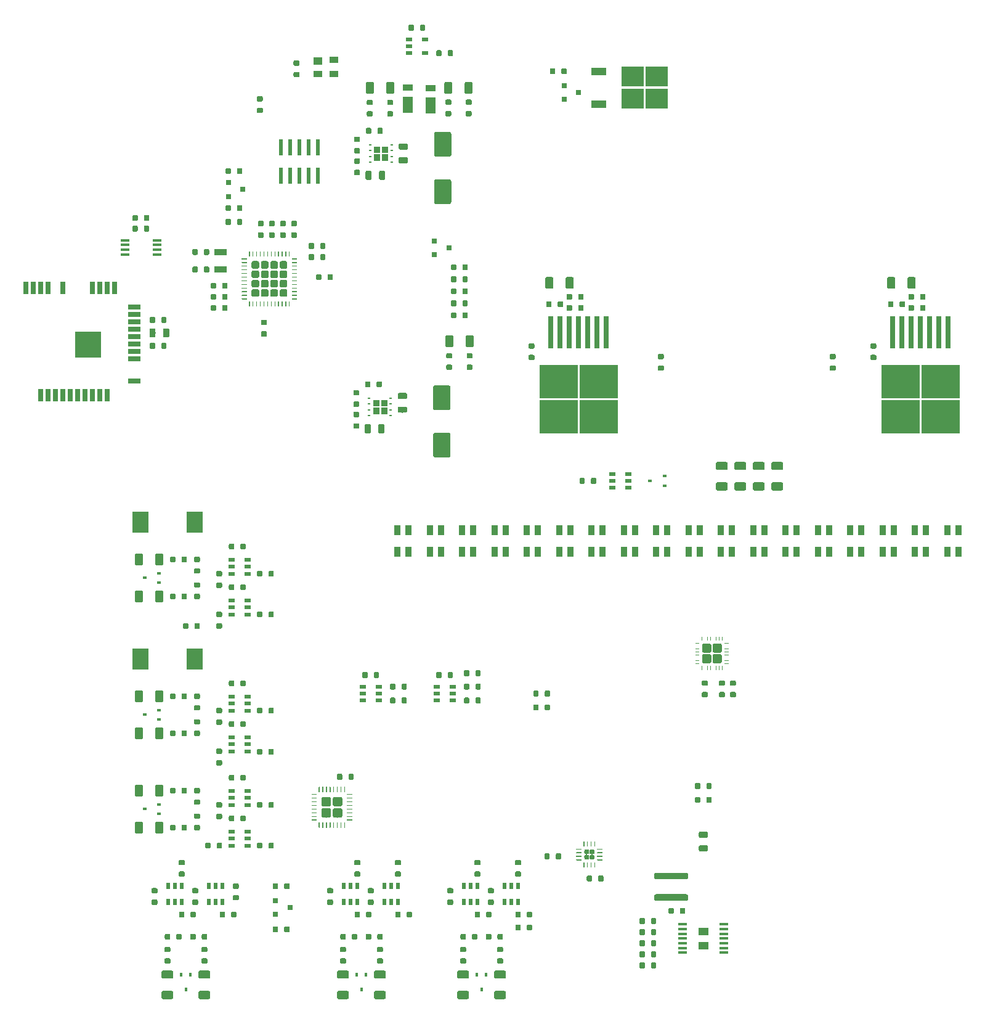
<source format=gtp>
G04 #@! TF.GenerationSoftware,KiCad,Pcbnew,(5.1.4-0-10_14)*
G04 #@! TF.CreationDate,2019-10-21T05:27:54-05:00*
G04 #@! TF.ProjectId,WiFi-Gate-Control-Board,57694669-2d47-4617-9465-2d436f6e7472,rev?*
G04 #@! TF.SameCoordinates,Original*
G04 #@! TF.FileFunction,Paste,Top*
G04 #@! TF.FilePolarity,Positive*
%FSLAX46Y46*%
G04 Gerber Fmt 4.6, Leading zero omitted, Abs format (unit mm)*
G04 Created by KiCad (PCBNEW (5.1.4-0-10_14)) date 2019-10-21 05:27:54*
%MOMM*%
%LPD*%
G04 APERTURE LIST*
%ADD10C,0.001000*%
%ADD11R,0.560000X0.310000*%
%ADD12R,0.760000X0.660000*%
%ADD13R,0.660000X1.760000*%
%ADD14R,1.760000X0.660000*%
%ADD15R,3.560000X3.560000*%
%ADD16R,0.960000X1.360000*%
%ADD17C,0.152400*%
%ADD18C,0.735000*%
%ADD19R,0.920000X0.510000*%
%ADD20C,0.835000*%
%ADD21C,0.110000*%
%ADD22C,0.630000*%
%ADD23C,1.110000*%
%ADD24C,2.360000*%
%ADD25R,0.510000X0.920000*%
%ADD26C,1.300000*%
%ADD27R,0.310000X0.260000*%
%ADD28C,0.060000*%
%ADD29C,1.260000*%
%ADD30R,1.170000X0.310000*%
%ADD31R,1.450000X1.060000*%
%ADD32C,0.910000*%
%ADD33R,2.160000X2.960000*%
%ADD34R,0.310000X0.560000*%
%ADD35R,5.250000X4.550000*%
%ADD36R,0.660000X4.460000*%
%ADD37R,0.660000X4.460001*%
%ADD38R,3.050000X2.750000*%
%ADD39R,2.060000X1.060000*%
%ADD40R,1.760000X0.960000*%
%ADD41R,1.360000X0.910000*%
%ADD42R,1.360000X2.260000*%
%ADD43R,1.260000X0.860000*%
%ADD44R,1.260000X1.060000*%
%ADD45C,1.040000*%
%ADD46R,0.600000X2.260000*%
%ADD47R,1.310000X0.310000*%
G04 APERTURE END LIST*
D10*
G36*
X149065000Y-108130000D02*
G01*
X149845000Y-108130000D01*
X149845000Y-108940000D01*
X149065000Y-108940000D01*
X149065000Y-108130000D01*
G37*
X149065000Y-108130000D02*
X149845000Y-108130000D01*
X149845000Y-108940000D01*
X149065000Y-108940000D01*
X149065000Y-108130000D01*
G36*
X149065000Y-109200000D02*
G01*
X149845000Y-109200000D01*
X149845000Y-110010000D01*
X149065000Y-110010000D01*
X149065000Y-109200000D01*
G37*
X149065000Y-109200000D02*
X149845000Y-109200000D01*
X149845000Y-110010000D01*
X149065000Y-110010000D01*
X149065000Y-109200000D01*
G36*
X147965000Y-109200000D02*
G01*
X148745000Y-109200000D01*
X148745000Y-110010000D01*
X147965000Y-110010000D01*
X147965000Y-109200000D01*
G37*
X147965000Y-109200000D02*
X148745000Y-109200000D01*
X148745000Y-110010000D01*
X147965000Y-110010000D01*
X147965000Y-109200000D01*
G36*
X147965000Y-108940000D02*
G01*
X148745000Y-108940000D01*
X148745000Y-108130000D01*
X147965000Y-108130000D01*
X147965000Y-108940000D01*
G37*
X147965000Y-108940000D02*
X148745000Y-108940000D01*
X148745000Y-108130000D01*
X147965000Y-108130000D01*
X147965000Y-108940000D01*
G36*
X148082500Y-74131700D02*
G01*
X148862500Y-74131700D01*
X148862500Y-73321700D01*
X148082500Y-73321700D01*
X148082500Y-74131700D01*
G37*
X148082500Y-74131700D02*
X148862500Y-74131700D01*
X148862500Y-73321700D01*
X148082500Y-73321700D01*
X148082500Y-74131700D01*
G36*
X148082500Y-74391700D02*
G01*
X148862500Y-74391700D01*
X148862500Y-75201700D01*
X148082500Y-75201700D01*
X148082500Y-74391700D01*
G37*
X148082500Y-74391700D02*
X148862500Y-74391700D01*
X148862500Y-75201700D01*
X148082500Y-75201700D01*
X148082500Y-74391700D01*
G36*
X149182500Y-74391700D02*
G01*
X149962500Y-74391700D01*
X149962500Y-75201700D01*
X149182500Y-75201700D01*
X149182500Y-74391700D01*
G37*
X149182500Y-74391700D02*
X149962500Y-74391700D01*
X149962500Y-75201700D01*
X149182500Y-75201700D01*
X149182500Y-74391700D01*
G36*
X149182500Y-73321700D02*
G01*
X149962500Y-73321700D01*
X149962500Y-74131700D01*
X149182500Y-74131700D01*
X149182500Y-73321700D01*
G37*
X149182500Y-73321700D02*
X149962500Y-73321700D01*
X149962500Y-74131700D01*
X149182500Y-74131700D01*
X149182500Y-73321700D01*
D11*
X186005000Y-119230000D03*
X188005000Y-118580000D03*
X188005000Y-119880000D03*
D12*
X176203500Y-65890000D03*
X174203500Y-66840000D03*
X174203500Y-64940000D03*
D13*
X112429000Y-92695000D03*
X111413000Y-92695000D03*
X110397000Y-92695000D03*
X109381000Y-92695000D03*
X105317000Y-92695000D03*
X103285000Y-92695000D03*
X102269000Y-92695000D03*
X101253000Y-92695000D03*
X100237000Y-92695000D03*
X102275000Y-107425000D03*
X103291000Y-107425000D03*
X104307000Y-107425000D03*
X105323000Y-107425000D03*
X106339000Y-107425000D03*
X107355000Y-107425000D03*
X108371000Y-107425000D03*
X109387000Y-107425000D03*
X110403000Y-107425000D03*
X111419000Y-107425000D03*
D14*
X115099000Y-105525000D03*
X115099000Y-102477000D03*
X115099000Y-101461000D03*
X115099000Y-100445000D03*
X115099000Y-99429000D03*
X115099000Y-98413000D03*
X115099000Y-97397000D03*
X115099000Y-96381000D03*
X115099000Y-95365000D03*
D15*
X108829000Y-100545000D03*
D16*
X228395000Y-128985000D03*
X228395000Y-125985000D03*
X226895000Y-125985000D03*
X226895000Y-128985000D03*
X223950000Y-128985000D03*
X223950000Y-125985000D03*
X222450000Y-125985000D03*
X222450000Y-128985000D03*
D17*
G36*
X173643261Y-170390885D02*
G01*
X173661098Y-170393531D01*
X173678590Y-170397912D01*
X173695568Y-170403987D01*
X173711869Y-170411697D01*
X173727336Y-170420967D01*
X173741820Y-170431709D01*
X173755181Y-170443819D01*
X173767291Y-170457180D01*
X173778033Y-170471664D01*
X173787303Y-170487131D01*
X173795013Y-170503432D01*
X173801088Y-170520410D01*
X173805469Y-170537902D01*
X173808115Y-170555739D01*
X173809000Y-170573750D01*
X173809000Y-171016250D01*
X173808115Y-171034261D01*
X173805469Y-171052098D01*
X173801088Y-171069590D01*
X173795013Y-171086568D01*
X173787303Y-171102869D01*
X173778033Y-171118336D01*
X173767291Y-171132820D01*
X173755181Y-171146181D01*
X173741820Y-171158291D01*
X173727336Y-171169033D01*
X173711869Y-171178303D01*
X173695568Y-171186013D01*
X173678590Y-171192088D01*
X173661098Y-171196469D01*
X173643261Y-171199115D01*
X173625250Y-171200000D01*
X173257750Y-171200000D01*
X173239739Y-171199115D01*
X173221902Y-171196469D01*
X173204410Y-171192088D01*
X173187432Y-171186013D01*
X173171131Y-171178303D01*
X173155664Y-171169033D01*
X173141180Y-171158291D01*
X173127819Y-171146181D01*
X173115709Y-171132820D01*
X173104967Y-171118336D01*
X173095697Y-171102869D01*
X173087987Y-171086568D01*
X173081912Y-171069590D01*
X173077531Y-171052098D01*
X173074885Y-171034261D01*
X173074000Y-171016250D01*
X173074000Y-170573750D01*
X173074885Y-170555739D01*
X173077531Y-170537902D01*
X173081912Y-170520410D01*
X173087987Y-170503432D01*
X173095697Y-170487131D01*
X173104967Y-170471664D01*
X173115709Y-170457180D01*
X173127819Y-170443819D01*
X173141180Y-170431709D01*
X173155664Y-170420967D01*
X173171131Y-170411697D01*
X173187432Y-170403987D01*
X173204410Y-170397912D01*
X173221902Y-170393531D01*
X173239739Y-170390885D01*
X173257750Y-170390000D01*
X173625250Y-170390000D01*
X173643261Y-170390885D01*
X173643261Y-170390885D01*
G37*
D18*
X173441500Y-170795000D03*
D17*
G36*
X172068261Y-170390885D02*
G01*
X172086098Y-170393531D01*
X172103590Y-170397912D01*
X172120568Y-170403987D01*
X172136869Y-170411697D01*
X172152336Y-170420967D01*
X172166820Y-170431709D01*
X172180181Y-170443819D01*
X172192291Y-170457180D01*
X172203033Y-170471664D01*
X172212303Y-170487131D01*
X172220013Y-170503432D01*
X172226088Y-170520410D01*
X172230469Y-170537902D01*
X172233115Y-170555739D01*
X172234000Y-170573750D01*
X172234000Y-171016250D01*
X172233115Y-171034261D01*
X172230469Y-171052098D01*
X172226088Y-171069590D01*
X172220013Y-171086568D01*
X172212303Y-171102869D01*
X172203033Y-171118336D01*
X172192291Y-171132820D01*
X172180181Y-171146181D01*
X172166820Y-171158291D01*
X172152336Y-171169033D01*
X172136869Y-171178303D01*
X172120568Y-171186013D01*
X172103590Y-171192088D01*
X172086098Y-171196469D01*
X172068261Y-171199115D01*
X172050250Y-171200000D01*
X171682750Y-171200000D01*
X171664739Y-171199115D01*
X171646902Y-171196469D01*
X171629410Y-171192088D01*
X171612432Y-171186013D01*
X171596131Y-171178303D01*
X171580664Y-171169033D01*
X171566180Y-171158291D01*
X171552819Y-171146181D01*
X171540709Y-171132820D01*
X171529967Y-171118336D01*
X171520697Y-171102869D01*
X171512987Y-171086568D01*
X171506912Y-171069590D01*
X171502531Y-171052098D01*
X171499885Y-171034261D01*
X171499000Y-171016250D01*
X171499000Y-170573750D01*
X171499885Y-170555739D01*
X171502531Y-170537902D01*
X171506912Y-170520410D01*
X171512987Y-170503432D01*
X171520697Y-170487131D01*
X171529967Y-170471664D01*
X171540709Y-170457180D01*
X171552819Y-170443819D01*
X171566180Y-170431709D01*
X171580664Y-170420967D01*
X171596131Y-170411697D01*
X171612432Y-170403987D01*
X171629410Y-170397912D01*
X171646902Y-170393531D01*
X171664739Y-170390885D01*
X171682750Y-170390000D01*
X172050250Y-170390000D01*
X172068261Y-170390885D01*
X172068261Y-170390885D01*
G37*
D18*
X171866500Y-170795000D03*
D17*
G36*
X172119261Y-149940885D02*
G01*
X172137098Y-149943531D01*
X172154590Y-149947912D01*
X172171568Y-149953987D01*
X172187869Y-149961697D01*
X172203336Y-149970967D01*
X172217820Y-149981709D01*
X172231181Y-149993819D01*
X172243291Y-150007180D01*
X172254033Y-150021664D01*
X172263303Y-150037131D01*
X172271013Y-150053432D01*
X172277088Y-150070410D01*
X172281469Y-150087902D01*
X172284115Y-150105739D01*
X172285000Y-150123750D01*
X172285000Y-150566250D01*
X172284115Y-150584261D01*
X172281469Y-150602098D01*
X172277088Y-150619590D01*
X172271013Y-150636568D01*
X172263303Y-150652869D01*
X172254033Y-150668336D01*
X172243291Y-150682820D01*
X172231181Y-150696181D01*
X172217820Y-150708291D01*
X172203336Y-150719033D01*
X172187869Y-150728303D01*
X172171568Y-150736013D01*
X172154590Y-150742088D01*
X172137098Y-150746469D01*
X172119261Y-150749115D01*
X172101250Y-150750000D01*
X171733750Y-150750000D01*
X171715739Y-150749115D01*
X171697902Y-150746469D01*
X171680410Y-150742088D01*
X171663432Y-150736013D01*
X171647131Y-150728303D01*
X171631664Y-150719033D01*
X171617180Y-150708291D01*
X171603819Y-150696181D01*
X171591709Y-150682820D01*
X171580967Y-150668336D01*
X171571697Y-150652869D01*
X171563987Y-150636568D01*
X171557912Y-150619590D01*
X171553531Y-150602098D01*
X171550885Y-150584261D01*
X171550000Y-150566250D01*
X171550000Y-150123750D01*
X171550885Y-150105739D01*
X171553531Y-150087902D01*
X171557912Y-150070410D01*
X171563987Y-150053432D01*
X171571697Y-150037131D01*
X171580967Y-150021664D01*
X171591709Y-150007180D01*
X171603819Y-149993819D01*
X171617180Y-149981709D01*
X171631664Y-149970967D01*
X171647131Y-149961697D01*
X171663432Y-149953987D01*
X171680410Y-149947912D01*
X171697902Y-149943531D01*
X171715739Y-149940885D01*
X171733750Y-149940000D01*
X172101250Y-149940000D01*
X172119261Y-149940885D01*
X172119261Y-149940885D01*
G37*
D18*
X171917500Y-150345000D03*
D17*
G36*
X170544261Y-149940885D02*
G01*
X170562098Y-149943531D01*
X170579590Y-149947912D01*
X170596568Y-149953987D01*
X170612869Y-149961697D01*
X170628336Y-149970967D01*
X170642820Y-149981709D01*
X170656181Y-149993819D01*
X170668291Y-150007180D01*
X170679033Y-150021664D01*
X170688303Y-150037131D01*
X170696013Y-150053432D01*
X170702088Y-150070410D01*
X170706469Y-150087902D01*
X170709115Y-150105739D01*
X170710000Y-150123750D01*
X170710000Y-150566250D01*
X170709115Y-150584261D01*
X170706469Y-150602098D01*
X170702088Y-150619590D01*
X170696013Y-150636568D01*
X170688303Y-150652869D01*
X170679033Y-150668336D01*
X170668291Y-150682820D01*
X170656181Y-150696181D01*
X170642820Y-150708291D01*
X170628336Y-150719033D01*
X170612869Y-150728303D01*
X170596568Y-150736013D01*
X170579590Y-150742088D01*
X170562098Y-150746469D01*
X170544261Y-150749115D01*
X170526250Y-150750000D01*
X170158750Y-150750000D01*
X170140739Y-150749115D01*
X170122902Y-150746469D01*
X170105410Y-150742088D01*
X170088432Y-150736013D01*
X170072131Y-150728303D01*
X170056664Y-150719033D01*
X170042180Y-150708291D01*
X170028819Y-150696181D01*
X170016709Y-150682820D01*
X170005967Y-150668336D01*
X169996697Y-150652869D01*
X169988987Y-150636568D01*
X169982912Y-150619590D01*
X169978531Y-150602098D01*
X169975885Y-150584261D01*
X169975000Y-150566250D01*
X169975000Y-150123750D01*
X169975885Y-150105739D01*
X169978531Y-150087902D01*
X169982912Y-150070410D01*
X169988987Y-150053432D01*
X169996697Y-150037131D01*
X170005967Y-150021664D01*
X170016709Y-150007180D01*
X170028819Y-149993819D01*
X170042180Y-149981709D01*
X170056664Y-149970967D01*
X170072131Y-149961697D01*
X170088432Y-149953987D01*
X170105410Y-149947912D01*
X170122902Y-149943531D01*
X170140739Y-149940885D01*
X170158750Y-149940000D01*
X170526250Y-149940000D01*
X170544261Y-149940885D01*
X170544261Y-149940885D01*
G37*
D18*
X170342500Y-150345000D03*
D17*
G36*
X172119261Y-148035885D02*
G01*
X172137098Y-148038531D01*
X172154590Y-148042912D01*
X172171568Y-148048987D01*
X172187869Y-148056697D01*
X172203336Y-148065967D01*
X172217820Y-148076709D01*
X172231181Y-148088819D01*
X172243291Y-148102180D01*
X172254033Y-148116664D01*
X172263303Y-148132131D01*
X172271013Y-148148432D01*
X172277088Y-148165410D01*
X172281469Y-148182902D01*
X172284115Y-148200739D01*
X172285000Y-148218750D01*
X172285000Y-148661250D01*
X172284115Y-148679261D01*
X172281469Y-148697098D01*
X172277088Y-148714590D01*
X172271013Y-148731568D01*
X172263303Y-148747869D01*
X172254033Y-148763336D01*
X172243291Y-148777820D01*
X172231181Y-148791181D01*
X172217820Y-148803291D01*
X172203336Y-148814033D01*
X172187869Y-148823303D01*
X172171568Y-148831013D01*
X172154590Y-148837088D01*
X172137098Y-148841469D01*
X172119261Y-148844115D01*
X172101250Y-148845000D01*
X171733750Y-148845000D01*
X171715739Y-148844115D01*
X171697902Y-148841469D01*
X171680410Y-148837088D01*
X171663432Y-148831013D01*
X171647131Y-148823303D01*
X171631664Y-148814033D01*
X171617180Y-148803291D01*
X171603819Y-148791181D01*
X171591709Y-148777820D01*
X171580967Y-148763336D01*
X171571697Y-148747869D01*
X171563987Y-148731568D01*
X171557912Y-148714590D01*
X171553531Y-148697098D01*
X171550885Y-148679261D01*
X171550000Y-148661250D01*
X171550000Y-148218750D01*
X171550885Y-148200739D01*
X171553531Y-148182902D01*
X171557912Y-148165410D01*
X171563987Y-148148432D01*
X171571697Y-148132131D01*
X171580967Y-148116664D01*
X171591709Y-148102180D01*
X171603819Y-148088819D01*
X171617180Y-148076709D01*
X171631664Y-148065967D01*
X171647131Y-148056697D01*
X171663432Y-148048987D01*
X171680410Y-148042912D01*
X171697902Y-148038531D01*
X171715739Y-148035885D01*
X171733750Y-148035000D01*
X172101250Y-148035000D01*
X172119261Y-148035885D01*
X172119261Y-148035885D01*
G37*
D18*
X171917500Y-148440000D03*
D17*
G36*
X170544261Y-148035885D02*
G01*
X170562098Y-148038531D01*
X170579590Y-148042912D01*
X170596568Y-148048987D01*
X170612869Y-148056697D01*
X170628336Y-148065967D01*
X170642820Y-148076709D01*
X170656181Y-148088819D01*
X170668291Y-148102180D01*
X170679033Y-148116664D01*
X170688303Y-148132131D01*
X170696013Y-148148432D01*
X170702088Y-148165410D01*
X170706469Y-148182902D01*
X170709115Y-148200739D01*
X170710000Y-148218750D01*
X170710000Y-148661250D01*
X170709115Y-148679261D01*
X170706469Y-148697098D01*
X170702088Y-148714590D01*
X170696013Y-148731568D01*
X170688303Y-148747869D01*
X170679033Y-148763336D01*
X170668291Y-148777820D01*
X170656181Y-148791181D01*
X170642820Y-148803291D01*
X170628336Y-148814033D01*
X170612869Y-148823303D01*
X170596568Y-148831013D01*
X170579590Y-148837088D01*
X170562098Y-148841469D01*
X170544261Y-148844115D01*
X170526250Y-148845000D01*
X170158750Y-148845000D01*
X170140739Y-148844115D01*
X170122902Y-148841469D01*
X170105410Y-148837088D01*
X170088432Y-148831013D01*
X170072131Y-148823303D01*
X170056664Y-148814033D01*
X170042180Y-148803291D01*
X170028819Y-148791181D01*
X170016709Y-148777820D01*
X170005967Y-148763336D01*
X169996697Y-148747869D01*
X169988987Y-148731568D01*
X169982912Y-148714590D01*
X169978531Y-148697098D01*
X169975885Y-148679261D01*
X169975000Y-148661250D01*
X169975000Y-148218750D01*
X169975885Y-148200739D01*
X169978531Y-148182902D01*
X169982912Y-148165410D01*
X169988987Y-148148432D01*
X169996697Y-148132131D01*
X170005967Y-148116664D01*
X170016709Y-148102180D01*
X170028819Y-148088819D01*
X170042180Y-148076709D01*
X170056664Y-148065967D01*
X170072131Y-148056697D01*
X170088432Y-148048987D01*
X170105410Y-148042912D01*
X170122902Y-148038531D01*
X170140739Y-148035885D01*
X170158750Y-148035000D01*
X170526250Y-148035000D01*
X170544261Y-148035885D01*
X170544261Y-148035885D01*
G37*
D18*
X170342500Y-148440000D03*
D12*
X158414000Y-87226000D03*
X156414000Y-88176000D03*
X156414000Y-86276000D03*
X130051500Y-79225000D03*
X128051500Y-80175000D03*
X128051500Y-78275000D03*
D17*
G36*
X128253261Y-76280885D02*
G01*
X128271098Y-76283531D01*
X128288590Y-76287912D01*
X128305568Y-76293987D01*
X128321869Y-76301697D01*
X128337336Y-76310967D01*
X128351820Y-76321709D01*
X128365181Y-76333819D01*
X128377291Y-76347180D01*
X128388033Y-76361664D01*
X128397303Y-76377131D01*
X128405013Y-76393432D01*
X128411088Y-76410410D01*
X128415469Y-76427902D01*
X128418115Y-76445739D01*
X128419000Y-76463750D01*
X128419000Y-76906250D01*
X128418115Y-76924261D01*
X128415469Y-76942098D01*
X128411088Y-76959590D01*
X128405013Y-76976568D01*
X128397303Y-76992869D01*
X128388033Y-77008336D01*
X128377291Y-77022820D01*
X128365181Y-77036181D01*
X128351820Y-77048291D01*
X128337336Y-77059033D01*
X128321869Y-77068303D01*
X128305568Y-77076013D01*
X128288590Y-77082088D01*
X128271098Y-77086469D01*
X128253261Y-77089115D01*
X128235250Y-77090000D01*
X127867750Y-77090000D01*
X127849739Y-77089115D01*
X127831902Y-77086469D01*
X127814410Y-77082088D01*
X127797432Y-77076013D01*
X127781131Y-77068303D01*
X127765664Y-77059033D01*
X127751180Y-77048291D01*
X127737819Y-77036181D01*
X127725709Y-77022820D01*
X127714967Y-77008336D01*
X127705697Y-76992869D01*
X127697987Y-76976568D01*
X127691912Y-76959590D01*
X127687531Y-76942098D01*
X127684885Y-76924261D01*
X127684000Y-76906250D01*
X127684000Y-76463750D01*
X127684885Y-76445739D01*
X127687531Y-76427902D01*
X127691912Y-76410410D01*
X127697987Y-76393432D01*
X127705697Y-76377131D01*
X127714967Y-76361664D01*
X127725709Y-76347180D01*
X127737819Y-76333819D01*
X127751180Y-76321709D01*
X127765664Y-76310967D01*
X127781131Y-76301697D01*
X127797432Y-76293987D01*
X127814410Y-76287912D01*
X127831902Y-76283531D01*
X127849739Y-76280885D01*
X127867750Y-76280000D01*
X128235250Y-76280000D01*
X128253261Y-76280885D01*
X128253261Y-76280885D01*
G37*
D18*
X128051500Y-76685000D03*
D17*
G36*
X129828261Y-76280885D02*
G01*
X129846098Y-76283531D01*
X129863590Y-76287912D01*
X129880568Y-76293987D01*
X129896869Y-76301697D01*
X129912336Y-76310967D01*
X129926820Y-76321709D01*
X129940181Y-76333819D01*
X129952291Y-76347180D01*
X129963033Y-76361664D01*
X129972303Y-76377131D01*
X129980013Y-76393432D01*
X129986088Y-76410410D01*
X129990469Y-76427902D01*
X129993115Y-76445739D01*
X129994000Y-76463750D01*
X129994000Y-76906250D01*
X129993115Y-76924261D01*
X129990469Y-76942098D01*
X129986088Y-76959590D01*
X129980013Y-76976568D01*
X129972303Y-76992869D01*
X129963033Y-77008336D01*
X129952291Y-77022820D01*
X129940181Y-77036181D01*
X129926820Y-77048291D01*
X129912336Y-77059033D01*
X129896869Y-77068303D01*
X129880568Y-77076013D01*
X129863590Y-77082088D01*
X129846098Y-77086469D01*
X129828261Y-77089115D01*
X129810250Y-77090000D01*
X129442750Y-77090000D01*
X129424739Y-77089115D01*
X129406902Y-77086469D01*
X129389410Y-77082088D01*
X129372432Y-77076013D01*
X129356131Y-77068303D01*
X129340664Y-77059033D01*
X129326180Y-77048291D01*
X129312819Y-77036181D01*
X129300709Y-77022820D01*
X129289967Y-77008336D01*
X129280697Y-76992869D01*
X129272987Y-76976568D01*
X129266912Y-76959590D01*
X129262531Y-76942098D01*
X129259885Y-76924261D01*
X129259000Y-76906250D01*
X129259000Y-76463750D01*
X129259885Y-76445739D01*
X129262531Y-76427902D01*
X129266912Y-76410410D01*
X129272987Y-76393432D01*
X129280697Y-76377131D01*
X129289967Y-76361664D01*
X129300709Y-76347180D01*
X129312819Y-76333819D01*
X129326180Y-76321709D01*
X129340664Y-76310967D01*
X129356131Y-76301697D01*
X129372432Y-76293987D01*
X129389410Y-76287912D01*
X129406902Y-76283531D01*
X129424739Y-76280885D01*
X129442750Y-76280000D01*
X129810250Y-76280000D01*
X129828261Y-76280885D01*
X129828261Y-76280885D01*
G37*
D18*
X129626500Y-76685000D03*
D17*
G36*
X129828261Y-83265885D02*
G01*
X129846098Y-83268531D01*
X129863590Y-83272912D01*
X129880568Y-83278987D01*
X129896869Y-83286697D01*
X129912336Y-83295967D01*
X129926820Y-83306709D01*
X129940181Y-83318819D01*
X129952291Y-83332180D01*
X129963033Y-83346664D01*
X129972303Y-83362131D01*
X129980013Y-83378432D01*
X129986088Y-83395410D01*
X129990469Y-83412902D01*
X129993115Y-83430739D01*
X129994000Y-83448750D01*
X129994000Y-83891250D01*
X129993115Y-83909261D01*
X129990469Y-83927098D01*
X129986088Y-83944590D01*
X129980013Y-83961568D01*
X129972303Y-83977869D01*
X129963033Y-83993336D01*
X129952291Y-84007820D01*
X129940181Y-84021181D01*
X129926820Y-84033291D01*
X129912336Y-84044033D01*
X129896869Y-84053303D01*
X129880568Y-84061013D01*
X129863590Y-84067088D01*
X129846098Y-84071469D01*
X129828261Y-84074115D01*
X129810250Y-84075000D01*
X129442750Y-84075000D01*
X129424739Y-84074115D01*
X129406902Y-84071469D01*
X129389410Y-84067088D01*
X129372432Y-84061013D01*
X129356131Y-84053303D01*
X129340664Y-84044033D01*
X129326180Y-84033291D01*
X129312819Y-84021181D01*
X129300709Y-84007820D01*
X129289967Y-83993336D01*
X129280697Y-83977869D01*
X129272987Y-83961568D01*
X129266912Y-83944590D01*
X129262531Y-83927098D01*
X129259885Y-83909261D01*
X129259000Y-83891250D01*
X129259000Y-83448750D01*
X129259885Y-83430739D01*
X129262531Y-83412902D01*
X129266912Y-83395410D01*
X129272987Y-83378432D01*
X129280697Y-83362131D01*
X129289967Y-83346664D01*
X129300709Y-83332180D01*
X129312819Y-83318819D01*
X129326180Y-83306709D01*
X129340664Y-83295967D01*
X129356131Y-83286697D01*
X129372432Y-83278987D01*
X129389410Y-83272912D01*
X129406902Y-83268531D01*
X129424739Y-83265885D01*
X129442750Y-83265000D01*
X129810250Y-83265000D01*
X129828261Y-83265885D01*
X129828261Y-83265885D01*
G37*
D18*
X129626500Y-83670000D03*
D17*
G36*
X128253261Y-83265885D02*
G01*
X128271098Y-83268531D01*
X128288590Y-83272912D01*
X128305568Y-83278987D01*
X128321869Y-83286697D01*
X128337336Y-83295967D01*
X128351820Y-83306709D01*
X128365181Y-83318819D01*
X128377291Y-83332180D01*
X128388033Y-83346664D01*
X128397303Y-83362131D01*
X128405013Y-83378432D01*
X128411088Y-83395410D01*
X128415469Y-83412902D01*
X128418115Y-83430739D01*
X128419000Y-83448750D01*
X128419000Y-83891250D01*
X128418115Y-83909261D01*
X128415469Y-83927098D01*
X128411088Y-83944590D01*
X128405013Y-83961568D01*
X128397303Y-83977869D01*
X128388033Y-83993336D01*
X128377291Y-84007820D01*
X128365181Y-84021181D01*
X128351820Y-84033291D01*
X128337336Y-84044033D01*
X128321869Y-84053303D01*
X128305568Y-84061013D01*
X128288590Y-84067088D01*
X128271098Y-84071469D01*
X128253261Y-84074115D01*
X128235250Y-84075000D01*
X127867750Y-84075000D01*
X127849739Y-84074115D01*
X127831902Y-84071469D01*
X127814410Y-84067088D01*
X127797432Y-84061013D01*
X127781131Y-84053303D01*
X127765664Y-84044033D01*
X127751180Y-84033291D01*
X127737819Y-84021181D01*
X127725709Y-84007820D01*
X127714967Y-83993336D01*
X127705697Y-83977869D01*
X127697987Y-83961568D01*
X127691912Y-83944590D01*
X127687531Y-83927098D01*
X127684885Y-83909261D01*
X127684000Y-83891250D01*
X127684000Y-83448750D01*
X127684885Y-83430739D01*
X127687531Y-83412902D01*
X127691912Y-83395410D01*
X127697987Y-83378432D01*
X127705697Y-83362131D01*
X127714967Y-83346664D01*
X127725709Y-83332180D01*
X127737819Y-83318819D01*
X127751180Y-83306709D01*
X127765664Y-83295967D01*
X127781131Y-83286697D01*
X127797432Y-83278987D01*
X127814410Y-83272912D01*
X127831902Y-83268531D01*
X127849739Y-83265885D01*
X127867750Y-83265000D01*
X128235250Y-83265000D01*
X128253261Y-83265885D01*
X128253261Y-83265885D01*
G37*
D18*
X128051500Y-83670000D03*
D17*
G36*
X128253261Y-81360885D02*
G01*
X128271098Y-81363531D01*
X128288590Y-81367912D01*
X128305568Y-81373987D01*
X128321869Y-81381697D01*
X128337336Y-81390967D01*
X128351820Y-81401709D01*
X128365181Y-81413819D01*
X128377291Y-81427180D01*
X128388033Y-81441664D01*
X128397303Y-81457131D01*
X128405013Y-81473432D01*
X128411088Y-81490410D01*
X128415469Y-81507902D01*
X128418115Y-81525739D01*
X128419000Y-81543750D01*
X128419000Y-81986250D01*
X128418115Y-82004261D01*
X128415469Y-82022098D01*
X128411088Y-82039590D01*
X128405013Y-82056568D01*
X128397303Y-82072869D01*
X128388033Y-82088336D01*
X128377291Y-82102820D01*
X128365181Y-82116181D01*
X128351820Y-82128291D01*
X128337336Y-82139033D01*
X128321869Y-82148303D01*
X128305568Y-82156013D01*
X128288590Y-82162088D01*
X128271098Y-82166469D01*
X128253261Y-82169115D01*
X128235250Y-82170000D01*
X127867750Y-82170000D01*
X127849739Y-82169115D01*
X127831902Y-82166469D01*
X127814410Y-82162088D01*
X127797432Y-82156013D01*
X127781131Y-82148303D01*
X127765664Y-82139033D01*
X127751180Y-82128291D01*
X127737819Y-82116181D01*
X127725709Y-82102820D01*
X127714967Y-82088336D01*
X127705697Y-82072869D01*
X127697987Y-82056568D01*
X127691912Y-82039590D01*
X127687531Y-82022098D01*
X127684885Y-82004261D01*
X127684000Y-81986250D01*
X127684000Y-81543750D01*
X127684885Y-81525739D01*
X127687531Y-81507902D01*
X127691912Y-81490410D01*
X127697987Y-81473432D01*
X127705697Y-81457131D01*
X127714967Y-81441664D01*
X127725709Y-81427180D01*
X127737819Y-81413819D01*
X127751180Y-81401709D01*
X127765664Y-81390967D01*
X127781131Y-81381697D01*
X127797432Y-81373987D01*
X127814410Y-81367912D01*
X127831902Y-81363531D01*
X127849739Y-81360885D01*
X127867750Y-81360000D01*
X128235250Y-81360000D01*
X128253261Y-81360885D01*
X128253261Y-81360885D01*
G37*
D18*
X128051500Y-81765000D03*
D17*
G36*
X129828261Y-81360885D02*
G01*
X129846098Y-81363531D01*
X129863590Y-81367912D01*
X129880568Y-81373987D01*
X129896869Y-81381697D01*
X129912336Y-81390967D01*
X129926820Y-81401709D01*
X129940181Y-81413819D01*
X129952291Y-81427180D01*
X129963033Y-81441664D01*
X129972303Y-81457131D01*
X129980013Y-81473432D01*
X129986088Y-81490410D01*
X129990469Y-81507902D01*
X129993115Y-81525739D01*
X129994000Y-81543750D01*
X129994000Y-81986250D01*
X129993115Y-82004261D01*
X129990469Y-82022098D01*
X129986088Y-82039590D01*
X129980013Y-82056568D01*
X129972303Y-82072869D01*
X129963033Y-82088336D01*
X129952291Y-82102820D01*
X129940181Y-82116181D01*
X129926820Y-82128291D01*
X129912336Y-82139033D01*
X129896869Y-82148303D01*
X129880568Y-82156013D01*
X129863590Y-82162088D01*
X129846098Y-82166469D01*
X129828261Y-82169115D01*
X129810250Y-82170000D01*
X129442750Y-82170000D01*
X129424739Y-82169115D01*
X129406902Y-82166469D01*
X129389410Y-82162088D01*
X129372432Y-82156013D01*
X129356131Y-82148303D01*
X129340664Y-82139033D01*
X129326180Y-82128291D01*
X129312819Y-82116181D01*
X129300709Y-82102820D01*
X129289967Y-82088336D01*
X129280697Y-82072869D01*
X129272987Y-82056568D01*
X129266912Y-82039590D01*
X129262531Y-82022098D01*
X129259885Y-82004261D01*
X129259000Y-81986250D01*
X129259000Y-81543750D01*
X129259885Y-81525739D01*
X129262531Y-81507902D01*
X129266912Y-81490410D01*
X129272987Y-81473432D01*
X129280697Y-81457131D01*
X129289967Y-81441664D01*
X129300709Y-81427180D01*
X129312819Y-81413819D01*
X129326180Y-81401709D01*
X129340664Y-81390967D01*
X129356131Y-81381697D01*
X129372432Y-81373987D01*
X129389410Y-81367912D01*
X129406902Y-81363531D01*
X129424739Y-81360885D01*
X129442750Y-81360000D01*
X129810250Y-81360000D01*
X129828261Y-81360885D01*
X129828261Y-81360885D01*
G37*
D18*
X129626500Y-81765000D03*
D17*
G36*
X141258261Y-86567885D02*
G01*
X141276098Y-86570531D01*
X141293590Y-86574912D01*
X141310568Y-86580987D01*
X141326869Y-86588697D01*
X141342336Y-86597967D01*
X141356820Y-86608709D01*
X141370181Y-86620819D01*
X141382291Y-86634180D01*
X141393033Y-86648664D01*
X141402303Y-86664131D01*
X141410013Y-86680432D01*
X141416088Y-86697410D01*
X141420469Y-86714902D01*
X141423115Y-86732739D01*
X141424000Y-86750750D01*
X141424000Y-87193250D01*
X141423115Y-87211261D01*
X141420469Y-87229098D01*
X141416088Y-87246590D01*
X141410013Y-87263568D01*
X141402303Y-87279869D01*
X141393033Y-87295336D01*
X141382291Y-87309820D01*
X141370181Y-87323181D01*
X141356820Y-87335291D01*
X141342336Y-87346033D01*
X141326869Y-87355303D01*
X141310568Y-87363013D01*
X141293590Y-87369088D01*
X141276098Y-87373469D01*
X141258261Y-87376115D01*
X141240250Y-87377000D01*
X140872750Y-87377000D01*
X140854739Y-87376115D01*
X140836902Y-87373469D01*
X140819410Y-87369088D01*
X140802432Y-87363013D01*
X140786131Y-87355303D01*
X140770664Y-87346033D01*
X140756180Y-87335291D01*
X140742819Y-87323181D01*
X140730709Y-87309820D01*
X140719967Y-87295336D01*
X140710697Y-87279869D01*
X140702987Y-87263568D01*
X140696912Y-87246590D01*
X140692531Y-87229098D01*
X140689885Y-87211261D01*
X140689000Y-87193250D01*
X140689000Y-86750750D01*
X140689885Y-86732739D01*
X140692531Y-86714902D01*
X140696912Y-86697410D01*
X140702987Y-86680432D01*
X140710697Y-86664131D01*
X140719967Y-86648664D01*
X140730709Y-86634180D01*
X140742819Y-86620819D01*
X140756180Y-86608709D01*
X140770664Y-86597967D01*
X140786131Y-86588697D01*
X140802432Y-86580987D01*
X140819410Y-86574912D01*
X140836902Y-86570531D01*
X140854739Y-86567885D01*
X140872750Y-86567000D01*
X141240250Y-86567000D01*
X141258261Y-86567885D01*
X141258261Y-86567885D01*
G37*
D18*
X141056500Y-86972000D03*
D17*
G36*
X139683261Y-86567885D02*
G01*
X139701098Y-86570531D01*
X139718590Y-86574912D01*
X139735568Y-86580987D01*
X139751869Y-86588697D01*
X139767336Y-86597967D01*
X139781820Y-86608709D01*
X139795181Y-86620819D01*
X139807291Y-86634180D01*
X139818033Y-86648664D01*
X139827303Y-86664131D01*
X139835013Y-86680432D01*
X139841088Y-86697410D01*
X139845469Y-86714902D01*
X139848115Y-86732739D01*
X139849000Y-86750750D01*
X139849000Y-87193250D01*
X139848115Y-87211261D01*
X139845469Y-87229098D01*
X139841088Y-87246590D01*
X139835013Y-87263568D01*
X139827303Y-87279869D01*
X139818033Y-87295336D01*
X139807291Y-87309820D01*
X139795181Y-87323181D01*
X139781820Y-87335291D01*
X139767336Y-87346033D01*
X139751869Y-87355303D01*
X139735568Y-87363013D01*
X139718590Y-87369088D01*
X139701098Y-87373469D01*
X139683261Y-87376115D01*
X139665250Y-87377000D01*
X139297750Y-87377000D01*
X139279739Y-87376115D01*
X139261902Y-87373469D01*
X139244410Y-87369088D01*
X139227432Y-87363013D01*
X139211131Y-87355303D01*
X139195664Y-87346033D01*
X139181180Y-87335291D01*
X139167819Y-87323181D01*
X139155709Y-87309820D01*
X139144967Y-87295336D01*
X139135697Y-87279869D01*
X139127987Y-87263568D01*
X139121912Y-87246590D01*
X139117531Y-87229098D01*
X139114885Y-87211261D01*
X139114000Y-87193250D01*
X139114000Y-86750750D01*
X139114885Y-86732739D01*
X139117531Y-86714902D01*
X139121912Y-86697410D01*
X139127987Y-86680432D01*
X139135697Y-86664131D01*
X139144967Y-86648664D01*
X139155709Y-86634180D01*
X139167819Y-86620819D01*
X139181180Y-86608709D01*
X139195664Y-86597967D01*
X139211131Y-86588697D01*
X139227432Y-86580987D01*
X139244410Y-86574912D01*
X139261902Y-86570531D01*
X139279739Y-86567885D01*
X139297750Y-86567000D01*
X139665250Y-86567000D01*
X139683261Y-86567885D01*
X139683261Y-86567885D01*
G37*
D18*
X139481500Y-86972000D03*
D17*
G36*
X126221261Y-93552885D02*
G01*
X126239098Y-93555531D01*
X126256590Y-93559912D01*
X126273568Y-93565987D01*
X126289869Y-93573697D01*
X126305336Y-93582967D01*
X126319820Y-93593709D01*
X126333181Y-93605819D01*
X126345291Y-93619180D01*
X126356033Y-93633664D01*
X126365303Y-93649131D01*
X126373013Y-93665432D01*
X126379088Y-93682410D01*
X126383469Y-93699902D01*
X126386115Y-93717739D01*
X126387000Y-93735750D01*
X126387000Y-94178250D01*
X126386115Y-94196261D01*
X126383469Y-94214098D01*
X126379088Y-94231590D01*
X126373013Y-94248568D01*
X126365303Y-94264869D01*
X126356033Y-94280336D01*
X126345291Y-94294820D01*
X126333181Y-94308181D01*
X126319820Y-94320291D01*
X126305336Y-94331033D01*
X126289869Y-94340303D01*
X126273568Y-94348013D01*
X126256590Y-94354088D01*
X126239098Y-94358469D01*
X126221261Y-94361115D01*
X126203250Y-94362000D01*
X125835750Y-94362000D01*
X125817739Y-94361115D01*
X125799902Y-94358469D01*
X125782410Y-94354088D01*
X125765432Y-94348013D01*
X125749131Y-94340303D01*
X125733664Y-94331033D01*
X125719180Y-94320291D01*
X125705819Y-94308181D01*
X125693709Y-94294820D01*
X125682967Y-94280336D01*
X125673697Y-94264869D01*
X125665987Y-94248568D01*
X125659912Y-94231590D01*
X125655531Y-94214098D01*
X125652885Y-94196261D01*
X125652000Y-94178250D01*
X125652000Y-93735750D01*
X125652885Y-93717739D01*
X125655531Y-93699902D01*
X125659912Y-93682410D01*
X125665987Y-93665432D01*
X125673697Y-93649131D01*
X125682967Y-93633664D01*
X125693709Y-93619180D01*
X125705819Y-93605819D01*
X125719180Y-93593709D01*
X125733664Y-93582967D01*
X125749131Y-93573697D01*
X125765432Y-93565987D01*
X125782410Y-93559912D01*
X125799902Y-93555531D01*
X125817739Y-93552885D01*
X125835750Y-93552000D01*
X126203250Y-93552000D01*
X126221261Y-93552885D01*
X126221261Y-93552885D01*
G37*
D18*
X126019500Y-93957000D03*
D17*
G36*
X127796261Y-93552885D02*
G01*
X127814098Y-93555531D01*
X127831590Y-93559912D01*
X127848568Y-93565987D01*
X127864869Y-93573697D01*
X127880336Y-93582967D01*
X127894820Y-93593709D01*
X127908181Y-93605819D01*
X127920291Y-93619180D01*
X127931033Y-93633664D01*
X127940303Y-93649131D01*
X127948013Y-93665432D01*
X127954088Y-93682410D01*
X127958469Y-93699902D01*
X127961115Y-93717739D01*
X127962000Y-93735750D01*
X127962000Y-94178250D01*
X127961115Y-94196261D01*
X127958469Y-94214098D01*
X127954088Y-94231590D01*
X127948013Y-94248568D01*
X127940303Y-94264869D01*
X127931033Y-94280336D01*
X127920291Y-94294820D01*
X127908181Y-94308181D01*
X127894820Y-94320291D01*
X127880336Y-94331033D01*
X127864869Y-94340303D01*
X127848568Y-94348013D01*
X127831590Y-94354088D01*
X127814098Y-94358469D01*
X127796261Y-94361115D01*
X127778250Y-94362000D01*
X127410750Y-94362000D01*
X127392739Y-94361115D01*
X127374902Y-94358469D01*
X127357410Y-94354088D01*
X127340432Y-94348013D01*
X127324131Y-94340303D01*
X127308664Y-94331033D01*
X127294180Y-94320291D01*
X127280819Y-94308181D01*
X127268709Y-94294820D01*
X127257967Y-94280336D01*
X127248697Y-94264869D01*
X127240987Y-94248568D01*
X127234912Y-94231590D01*
X127230531Y-94214098D01*
X127227885Y-94196261D01*
X127227000Y-94178250D01*
X127227000Y-93735750D01*
X127227885Y-93717739D01*
X127230531Y-93699902D01*
X127234912Y-93682410D01*
X127240987Y-93665432D01*
X127248697Y-93649131D01*
X127257967Y-93633664D01*
X127268709Y-93619180D01*
X127280819Y-93605819D01*
X127294180Y-93593709D01*
X127308664Y-93582967D01*
X127324131Y-93573697D01*
X127340432Y-93565987D01*
X127357410Y-93559912D01*
X127374902Y-93555531D01*
X127392739Y-93552885D01*
X127410750Y-93552000D01*
X127778250Y-93552000D01*
X127796261Y-93552885D01*
X127796261Y-93552885D01*
G37*
D18*
X127594500Y-93957000D03*
D17*
G36*
X127796261Y-95076885D02*
G01*
X127814098Y-95079531D01*
X127831590Y-95083912D01*
X127848568Y-95089987D01*
X127864869Y-95097697D01*
X127880336Y-95106967D01*
X127894820Y-95117709D01*
X127908181Y-95129819D01*
X127920291Y-95143180D01*
X127931033Y-95157664D01*
X127940303Y-95173131D01*
X127948013Y-95189432D01*
X127954088Y-95206410D01*
X127958469Y-95223902D01*
X127961115Y-95241739D01*
X127962000Y-95259750D01*
X127962000Y-95702250D01*
X127961115Y-95720261D01*
X127958469Y-95738098D01*
X127954088Y-95755590D01*
X127948013Y-95772568D01*
X127940303Y-95788869D01*
X127931033Y-95804336D01*
X127920291Y-95818820D01*
X127908181Y-95832181D01*
X127894820Y-95844291D01*
X127880336Y-95855033D01*
X127864869Y-95864303D01*
X127848568Y-95872013D01*
X127831590Y-95878088D01*
X127814098Y-95882469D01*
X127796261Y-95885115D01*
X127778250Y-95886000D01*
X127410750Y-95886000D01*
X127392739Y-95885115D01*
X127374902Y-95882469D01*
X127357410Y-95878088D01*
X127340432Y-95872013D01*
X127324131Y-95864303D01*
X127308664Y-95855033D01*
X127294180Y-95844291D01*
X127280819Y-95832181D01*
X127268709Y-95818820D01*
X127257967Y-95804336D01*
X127248697Y-95788869D01*
X127240987Y-95772568D01*
X127234912Y-95755590D01*
X127230531Y-95738098D01*
X127227885Y-95720261D01*
X127227000Y-95702250D01*
X127227000Y-95259750D01*
X127227885Y-95241739D01*
X127230531Y-95223902D01*
X127234912Y-95206410D01*
X127240987Y-95189432D01*
X127248697Y-95173131D01*
X127257967Y-95157664D01*
X127268709Y-95143180D01*
X127280819Y-95129819D01*
X127294180Y-95117709D01*
X127308664Y-95106967D01*
X127324131Y-95097697D01*
X127340432Y-95089987D01*
X127357410Y-95083912D01*
X127374902Y-95079531D01*
X127392739Y-95076885D01*
X127410750Y-95076000D01*
X127778250Y-95076000D01*
X127796261Y-95076885D01*
X127796261Y-95076885D01*
G37*
D18*
X127594500Y-95481000D03*
D17*
G36*
X126221261Y-95076885D02*
G01*
X126239098Y-95079531D01*
X126256590Y-95083912D01*
X126273568Y-95089987D01*
X126289869Y-95097697D01*
X126305336Y-95106967D01*
X126319820Y-95117709D01*
X126333181Y-95129819D01*
X126345291Y-95143180D01*
X126356033Y-95157664D01*
X126365303Y-95173131D01*
X126373013Y-95189432D01*
X126379088Y-95206410D01*
X126383469Y-95223902D01*
X126386115Y-95241739D01*
X126387000Y-95259750D01*
X126387000Y-95702250D01*
X126386115Y-95720261D01*
X126383469Y-95738098D01*
X126379088Y-95755590D01*
X126373013Y-95772568D01*
X126365303Y-95788869D01*
X126356033Y-95804336D01*
X126345291Y-95818820D01*
X126333181Y-95832181D01*
X126319820Y-95844291D01*
X126305336Y-95855033D01*
X126289869Y-95864303D01*
X126273568Y-95872013D01*
X126256590Y-95878088D01*
X126239098Y-95882469D01*
X126221261Y-95885115D01*
X126203250Y-95886000D01*
X125835750Y-95886000D01*
X125817739Y-95885115D01*
X125799902Y-95882469D01*
X125782410Y-95878088D01*
X125765432Y-95872013D01*
X125749131Y-95864303D01*
X125733664Y-95855033D01*
X125719180Y-95844291D01*
X125705819Y-95832181D01*
X125693709Y-95818820D01*
X125682967Y-95804336D01*
X125673697Y-95788869D01*
X125665987Y-95772568D01*
X125659912Y-95755590D01*
X125655531Y-95738098D01*
X125652885Y-95720261D01*
X125652000Y-95702250D01*
X125652000Y-95259750D01*
X125652885Y-95241739D01*
X125655531Y-95223902D01*
X125659912Y-95206410D01*
X125665987Y-95189432D01*
X125673697Y-95173131D01*
X125682967Y-95157664D01*
X125693709Y-95143180D01*
X125705819Y-95129819D01*
X125719180Y-95117709D01*
X125733664Y-95106967D01*
X125749131Y-95097697D01*
X125765432Y-95089987D01*
X125782410Y-95083912D01*
X125799902Y-95079531D01*
X125817739Y-95076885D01*
X125835750Y-95076000D01*
X126203250Y-95076000D01*
X126221261Y-95076885D01*
X126221261Y-95076885D01*
G37*
D18*
X126019500Y-95481000D03*
D19*
X155085000Y-58590000D03*
X155085000Y-60490000D03*
X152885000Y-60490000D03*
X152885000Y-59540000D03*
X152885000Y-58590000D03*
D17*
G36*
X154974261Y-56595885D02*
G01*
X154992098Y-56598531D01*
X155009590Y-56602912D01*
X155026568Y-56608987D01*
X155042869Y-56616697D01*
X155058336Y-56625967D01*
X155072820Y-56636709D01*
X155086181Y-56648819D01*
X155098291Y-56662180D01*
X155109033Y-56676664D01*
X155118303Y-56692131D01*
X155126013Y-56708432D01*
X155132088Y-56725410D01*
X155136469Y-56742902D01*
X155139115Y-56760739D01*
X155140000Y-56778750D01*
X155140000Y-57221250D01*
X155139115Y-57239261D01*
X155136469Y-57257098D01*
X155132088Y-57274590D01*
X155126013Y-57291568D01*
X155118303Y-57307869D01*
X155109033Y-57323336D01*
X155098291Y-57337820D01*
X155086181Y-57351181D01*
X155072820Y-57363291D01*
X155058336Y-57374033D01*
X155042869Y-57383303D01*
X155026568Y-57391013D01*
X155009590Y-57397088D01*
X154992098Y-57401469D01*
X154974261Y-57404115D01*
X154956250Y-57405000D01*
X154588750Y-57405000D01*
X154570739Y-57404115D01*
X154552902Y-57401469D01*
X154535410Y-57397088D01*
X154518432Y-57391013D01*
X154502131Y-57383303D01*
X154486664Y-57374033D01*
X154472180Y-57363291D01*
X154458819Y-57351181D01*
X154446709Y-57337820D01*
X154435967Y-57323336D01*
X154426697Y-57307869D01*
X154418987Y-57291568D01*
X154412912Y-57274590D01*
X154408531Y-57257098D01*
X154405885Y-57239261D01*
X154405000Y-57221250D01*
X154405000Y-56778750D01*
X154405885Y-56760739D01*
X154408531Y-56742902D01*
X154412912Y-56725410D01*
X154418987Y-56708432D01*
X154426697Y-56692131D01*
X154435967Y-56676664D01*
X154446709Y-56662180D01*
X154458819Y-56648819D01*
X154472180Y-56636709D01*
X154486664Y-56625967D01*
X154502131Y-56616697D01*
X154518432Y-56608987D01*
X154535410Y-56602912D01*
X154552902Y-56598531D01*
X154570739Y-56595885D01*
X154588750Y-56595000D01*
X154956250Y-56595000D01*
X154974261Y-56595885D01*
X154974261Y-56595885D01*
G37*
D18*
X154772500Y-57000000D03*
D17*
G36*
X153399261Y-56595885D02*
G01*
X153417098Y-56598531D01*
X153434590Y-56602912D01*
X153451568Y-56608987D01*
X153467869Y-56616697D01*
X153483336Y-56625967D01*
X153497820Y-56636709D01*
X153511181Y-56648819D01*
X153523291Y-56662180D01*
X153534033Y-56676664D01*
X153543303Y-56692131D01*
X153551013Y-56708432D01*
X153557088Y-56725410D01*
X153561469Y-56742902D01*
X153564115Y-56760739D01*
X153565000Y-56778750D01*
X153565000Y-57221250D01*
X153564115Y-57239261D01*
X153561469Y-57257098D01*
X153557088Y-57274590D01*
X153551013Y-57291568D01*
X153543303Y-57307869D01*
X153534033Y-57323336D01*
X153523291Y-57337820D01*
X153511181Y-57351181D01*
X153497820Y-57363291D01*
X153483336Y-57374033D01*
X153467869Y-57383303D01*
X153451568Y-57391013D01*
X153434590Y-57397088D01*
X153417098Y-57401469D01*
X153399261Y-57404115D01*
X153381250Y-57405000D01*
X153013750Y-57405000D01*
X152995739Y-57404115D01*
X152977902Y-57401469D01*
X152960410Y-57397088D01*
X152943432Y-57391013D01*
X152927131Y-57383303D01*
X152911664Y-57374033D01*
X152897180Y-57363291D01*
X152883819Y-57351181D01*
X152871709Y-57337820D01*
X152860967Y-57323336D01*
X152851697Y-57307869D01*
X152843987Y-57291568D01*
X152837912Y-57274590D01*
X152833531Y-57257098D01*
X152830885Y-57239261D01*
X152830000Y-57221250D01*
X152830000Y-56778750D01*
X152830885Y-56760739D01*
X152833531Y-56742902D01*
X152837912Y-56725410D01*
X152843987Y-56708432D01*
X152851697Y-56692131D01*
X152860967Y-56676664D01*
X152871709Y-56662180D01*
X152883819Y-56648819D01*
X152897180Y-56636709D01*
X152911664Y-56625967D01*
X152927131Y-56616697D01*
X152943432Y-56608987D01*
X152960410Y-56602912D01*
X152977902Y-56598531D01*
X152995739Y-56595885D01*
X153013750Y-56595000D01*
X153381250Y-56595000D01*
X153399261Y-56595885D01*
X153399261Y-56595885D01*
G37*
D18*
X153197500Y-57000000D03*
D17*
G36*
X193796711Y-169281005D02*
G01*
X193816975Y-169284011D01*
X193836847Y-169288989D01*
X193856135Y-169295890D01*
X193874654Y-169304649D01*
X193892225Y-169315181D01*
X193908680Y-169327384D01*
X193923859Y-169341141D01*
X193937616Y-169356320D01*
X193949819Y-169372775D01*
X193960351Y-169390346D01*
X193969110Y-169408865D01*
X193976011Y-169428153D01*
X193980989Y-169448025D01*
X193983995Y-169468289D01*
X193985000Y-169488750D01*
X193985000Y-169906250D01*
X193983995Y-169926711D01*
X193980989Y-169946975D01*
X193976011Y-169966847D01*
X193969110Y-169986135D01*
X193960351Y-170004654D01*
X193949819Y-170022225D01*
X193937616Y-170038680D01*
X193923859Y-170053859D01*
X193908680Y-170067616D01*
X193892225Y-170079819D01*
X193874654Y-170090351D01*
X193856135Y-170099110D01*
X193836847Y-170106011D01*
X193816975Y-170110989D01*
X193796711Y-170113995D01*
X193776250Y-170115000D01*
X192933750Y-170115000D01*
X192913289Y-170113995D01*
X192893025Y-170110989D01*
X192873153Y-170106011D01*
X192853865Y-170099110D01*
X192835346Y-170090351D01*
X192817775Y-170079819D01*
X192801320Y-170067616D01*
X192786141Y-170053859D01*
X192772384Y-170038680D01*
X192760181Y-170022225D01*
X192749649Y-170004654D01*
X192740890Y-169986135D01*
X192733989Y-169966847D01*
X192729011Y-169946975D01*
X192726005Y-169926711D01*
X192725000Y-169906250D01*
X192725000Y-169488750D01*
X192726005Y-169468289D01*
X192729011Y-169448025D01*
X192733989Y-169428153D01*
X192740890Y-169408865D01*
X192749649Y-169390346D01*
X192760181Y-169372775D01*
X192772384Y-169356320D01*
X192786141Y-169341141D01*
X192801320Y-169327384D01*
X192817775Y-169315181D01*
X192835346Y-169304649D01*
X192853865Y-169295890D01*
X192873153Y-169288989D01*
X192893025Y-169284011D01*
X192913289Y-169281005D01*
X192933750Y-169280000D01*
X193776250Y-169280000D01*
X193796711Y-169281005D01*
X193796711Y-169281005D01*
G37*
D20*
X193355000Y-169697500D03*
D17*
G36*
X193796711Y-167406005D02*
G01*
X193816975Y-167409011D01*
X193836847Y-167413989D01*
X193856135Y-167420890D01*
X193874654Y-167429649D01*
X193892225Y-167440181D01*
X193908680Y-167452384D01*
X193923859Y-167466141D01*
X193937616Y-167481320D01*
X193949819Y-167497775D01*
X193960351Y-167515346D01*
X193969110Y-167533865D01*
X193976011Y-167553153D01*
X193980989Y-167573025D01*
X193983995Y-167593289D01*
X193985000Y-167613750D01*
X193985000Y-168031250D01*
X193983995Y-168051711D01*
X193980989Y-168071975D01*
X193976011Y-168091847D01*
X193969110Y-168111135D01*
X193960351Y-168129654D01*
X193949819Y-168147225D01*
X193937616Y-168163680D01*
X193923859Y-168178859D01*
X193908680Y-168192616D01*
X193892225Y-168204819D01*
X193874654Y-168215351D01*
X193856135Y-168224110D01*
X193836847Y-168231011D01*
X193816975Y-168235989D01*
X193796711Y-168238995D01*
X193776250Y-168240000D01*
X192933750Y-168240000D01*
X192913289Y-168238995D01*
X192893025Y-168235989D01*
X192873153Y-168231011D01*
X192853865Y-168224110D01*
X192835346Y-168215351D01*
X192817775Y-168204819D01*
X192801320Y-168192616D01*
X192786141Y-168178859D01*
X192772384Y-168163680D01*
X192760181Y-168147225D01*
X192749649Y-168129654D01*
X192740890Y-168111135D01*
X192733989Y-168091847D01*
X192729011Y-168071975D01*
X192726005Y-168051711D01*
X192725000Y-168031250D01*
X192725000Y-167613750D01*
X192726005Y-167593289D01*
X192729011Y-167573025D01*
X192733989Y-167553153D01*
X192740890Y-167533865D01*
X192749649Y-167515346D01*
X192760181Y-167497775D01*
X192772384Y-167481320D01*
X192786141Y-167466141D01*
X192801320Y-167452384D01*
X192817775Y-167440181D01*
X192835346Y-167429649D01*
X192853865Y-167420890D01*
X192873153Y-167413989D01*
X192893025Y-167409011D01*
X192913289Y-167406005D01*
X192933750Y-167405000D01*
X193776250Y-167405000D01*
X193796711Y-167406005D01*
X193796711Y-167406005D01*
G37*
D20*
X193355000Y-167822500D03*
D17*
G36*
X178465195Y-171615132D02*
G01*
X178467865Y-171615528D01*
X178470483Y-171616184D01*
X178473024Y-171617093D01*
X178475463Y-171618247D01*
X178477778Y-171619635D01*
X178479946Y-171621242D01*
X178481945Y-171623055D01*
X178483758Y-171625054D01*
X178485365Y-171627222D01*
X178486753Y-171629537D01*
X178487907Y-171631976D01*
X178488816Y-171634517D01*
X178489472Y-171637135D01*
X178489868Y-171639805D01*
X178490000Y-171642500D01*
X178490000Y-172322500D01*
X178489868Y-172325195D01*
X178489472Y-172327865D01*
X178488816Y-172330483D01*
X178487907Y-172333024D01*
X178486753Y-172335463D01*
X178485365Y-172337778D01*
X178483758Y-172339946D01*
X178481945Y-172341945D01*
X178479946Y-172343758D01*
X178477778Y-172345365D01*
X178475463Y-172346753D01*
X178473024Y-172347907D01*
X178470483Y-172348816D01*
X178467865Y-172349472D01*
X178465195Y-172349868D01*
X178462500Y-172350000D01*
X178407500Y-172350000D01*
X178404805Y-172349868D01*
X178402135Y-172349472D01*
X178399517Y-172348816D01*
X178396976Y-172347907D01*
X178394537Y-172346753D01*
X178392222Y-172345365D01*
X178390054Y-172343758D01*
X178388055Y-172341945D01*
X178386242Y-172339946D01*
X178384635Y-172337778D01*
X178383247Y-172335463D01*
X178382093Y-172333024D01*
X178381184Y-172330483D01*
X178380528Y-172327865D01*
X178380132Y-172325195D01*
X178380000Y-172322500D01*
X178380000Y-171642500D01*
X178380132Y-171639805D01*
X178380528Y-171637135D01*
X178381184Y-171634517D01*
X178382093Y-171631976D01*
X178383247Y-171629537D01*
X178384635Y-171627222D01*
X178386242Y-171625054D01*
X178388055Y-171623055D01*
X178390054Y-171621242D01*
X178392222Y-171619635D01*
X178394537Y-171618247D01*
X178396976Y-171617093D01*
X178399517Y-171616184D01*
X178402135Y-171615528D01*
X178404805Y-171615132D01*
X178407500Y-171615000D01*
X178462500Y-171615000D01*
X178465195Y-171615132D01*
X178465195Y-171615132D01*
G37*
D21*
X178435000Y-171982500D03*
D17*
G36*
X177965195Y-171615132D02*
G01*
X177967865Y-171615528D01*
X177970483Y-171616184D01*
X177973024Y-171617093D01*
X177975463Y-171618247D01*
X177977778Y-171619635D01*
X177979946Y-171621242D01*
X177981945Y-171623055D01*
X177983758Y-171625054D01*
X177985365Y-171627222D01*
X177986753Y-171629537D01*
X177987907Y-171631976D01*
X177988816Y-171634517D01*
X177989472Y-171637135D01*
X177989868Y-171639805D01*
X177990000Y-171642500D01*
X177990000Y-172322500D01*
X177989868Y-172325195D01*
X177989472Y-172327865D01*
X177988816Y-172330483D01*
X177987907Y-172333024D01*
X177986753Y-172335463D01*
X177985365Y-172337778D01*
X177983758Y-172339946D01*
X177981945Y-172341945D01*
X177979946Y-172343758D01*
X177977778Y-172345365D01*
X177975463Y-172346753D01*
X177973024Y-172347907D01*
X177970483Y-172348816D01*
X177967865Y-172349472D01*
X177965195Y-172349868D01*
X177962500Y-172350000D01*
X177907500Y-172350000D01*
X177904805Y-172349868D01*
X177902135Y-172349472D01*
X177899517Y-172348816D01*
X177896976Y-172347907D01*
X177894537Y-172346753D01*
X177892222Y-172345365D01*
X177890054Y-172343758D01*
X177888055Y-172341945D01*
X177886242Y-172339946D01*
X177884635Y-172337778D01*
X177883247Y-172335463D01*
X177882093Y-172333024D01*
X177881184Y-172330483D01*
X177880528Y-172327865D01*
X177880132Y-172325195D01*
X177880000Y-172322500D01*
X177880000Y-171642500D01*
X177880132Y-171639805D01*
X177880528Y-171637135D01*
X177881184Y-171634517D01*
X177882093Y-171631976D01*
X177883247Y-171629537D01*
X177884635Y-171627222D01*
X177886242Y-171625054D01*
X177888055Y-171623055D01*
X177890054Y-171621242D01*
X177892222Y-171619635D01*
X177894537Y-171618247D01*
X177896976Y-171617093D01*
X177899517Y-171616184D01*
X177902135Y-171615528D01*
X177904805Y-171615132D01*
X177907500Y-171615000D01*
X177962500Y-171615000D01*
X177965195Y-171615132D01*
X177965195Y-171615132D01*
G37*
D21*
X177935000Y-171982500D03*
D17*
G36*
X177465195Y-171615132D02*
G01*
X177467865Y-171615528D01*
X177470483Y-171616184D01*
X177473024Y-171617093D01*
X177475463Y-171618247D01*
X177477778Y-171619635D01*
X177479946Y-171621242D01*
X177481945Y-171623055D01*
X177483758Y-171625054D01*
X177485365Y-171627222D01*
X177486753Y-171629537D01*
X177487907Y-171631976D01*
X177488816Y-171634517D01*
X177489472Y-171637135D01*
X177489868Y-171639805D01*
X177490000Y-171642500D01*
X177490000Y-172322500D01*
X177489868Y-172325195D01*
X177489472Y-172327865D01*
X177488816Y-172330483D01*
X177487907Y-172333024D01*
X177486753Y-172335463D01*
X177485365Y-172337778D01*
X177483758Y-172339946D01*
X177481945Y-172341945D01*
X177479946Y-172343758D01*
X177477778Y-172345365D01*
X177475463Y-172346753D01*
X177473024Y-172347907D01*
X177470483Y-172348816D01*
X177467865Y-172349472D01*
X177465195Y-172349868D01*
X177462500Y-172350000D01*
X177407500Y-172350000D01*
X177404805Y-172349868D01*
X177402135Y-172349472D01*
X177399517Y-172348816D01*
X177396976Y-172347907D01*
X177394537Y-172346753D01*
X177392222Y-172345365D01*
X177390054Y-172343758D01*
X177388055Y-172341945D01*
X177386242Y-172339946D01*
X177384635Y-172337778D01*
X177383247Y-172335463D01*
X177382093Y-172333024D01*
X177381184Y-172330483D01*
X177380528Y-172327865D01*
X177380132Y-172325195D01*
X177380000Y-172322500D01*
X177380000Y-171642500D01*
X177380132Y-171639805D01*
X177380528Y-171637135D01*
X177381184Y-171634517D01*
X177382093Y-171631976D01*
X177383247Y-171629537D01*
X177384635Y-171627222D01*
X177386242Y-171625054D01*
X177388055Y-171623055D01*
X177390054Y-171621242D01*
X177392222Y-171619635D01*
X177394537Y-171618247D01*
X177396976Y-171617093D01*
X177399517Y-171616184D01*
X177402135Y-171615528D01*
X177404805Y-171615132D01*
X177407500Y-171615000D01*
X177462500Y-171615000D01*
X177465195Y-171615132D01*
X177465195Y-171615132D01*
G37*
D21*
X177435000Y-171982500D03*
D17*
G36*
X176965195Y-171615132D02*
G01*
X176967865Y-171615528D01*
X176970483Y-171616184D01*
X176973024Y-171617093D01*
X176975463Y-171618247D01*
X176977778Y-171619635D01*
X176979946Y-171621242D01*
X176981945Y-171623055D01*
X176983758Y-171625054D01*
X176985365Y-171627222D01*
X176986753Y-171629537D01*
X176987907Y-171631976D01*
X176988816Y-171634517D01*
X176989472Y-171637135D01*
X176989868Y-171639805D01*
X176990000Y-171642500D01*
X176990000Y-172322500D01*
X176989868Y-172325195D01*
X176989472Y-172327865D01*
X176988816Y-172330483D01*
X176987907Y-172333024D01*
X176986753Y-172335463D01*
X176985365Y-172337778D01*
X176983758Y-172339946D01*
X176981945Y-172341945D01*
X176979946Y-172343758D01*
X176977778Y-172345365D01*
X176975463Y-172346753D01*
X176973024Y-172347907D01*
X176970483Y-172348816D01*
X176967865Y-172349472D01*
X176965195Y-172349868D01*
X176962500Y-172350000D01*
X176907500Y-172350000D01*
X176904805Y-172349868D01*
X176902135Y-172349472D01*
X176899517Y-172348816D01*
X176896976Y-172347907D01*
X176894537Y-172346753D01*
X176892222Y-172345365D01*
X176890054Y-172343758D01*
X176888055Y-172341945D01*
X176886242Y-172339946D01*
X176884635Y-172337778D01*
X176883247Y-172335463D01*
X176882093Y-172333024D01*
X176881184Y-172330483D01*
X176880528Y-172327865D01*
X176880132Y-172325195D01*
X176880000Y-172322500D01*
X176880000Y-171642500D01*
X176880132Y-171639805D01*
X176880528Y-171637135D01*
X176881184Y-171634517D01*
X176882093Y-171631976D01*
X176883247Y-171629537D01*
X176884635Y-171627222D01*
X176886242Y-171625054D01*
X176888055Y-171623055D01*
X176890054Y-171621242D01*
X176892222Y-171619635D01*
X176894537Y-171618247D01*
X176896976Y-171617093D01*
X176899517Y-171616184D01*
X176902135Y-171615528D01*
X176904805Y-171615132D01*
X176907500Y-171615000D01*
X176962500Y-171615000D01*
X176965195Y-171615132D01*
X176965195Y-171615132D01*
G37*
D21*
X176935000Y-171982500D03*
D17*
G36*
X176590195Y-171240132D02*
G01*
X176592865Y-171240528D01*
X176595483Y-171241184D01*
X176598024Y-171242093D01*
X176600463Y-171243247D01*
X176602778Y-171244635D01*
X176604946Y-171246242D01*
X176606945Y-171248055D01*
X176608758Y-171250054D01*
X176610365Y-171252222D01*
X176611753Y-171254537D01*
X176612907Y-171256976D01*
X176613816Y-171259517D01*
X176614472Y-171262135D01*
X176614868Y-171264805D01*
X176615000Y-171267500D01*
X176615000Y-171322500D01*
X176614868Y-171325195D01*
X176614472Y-171327865D01*
X176613816Y-171330483D01*
X176612907Y-171333024D01*
X176611753Y-171335463D01*
X176610365Y-171337778D01*
X176608758Y-171339946D01*
X176606945Y-171341945D01*
X176604946Y-171343758D01*
X176602778Y-171345365D01*
X176600463Y-171346753D01*
X176598024Y-171347907D01*
X176595483Y-171348816D01*
X176592865Y-171349472D01*
X176590195Y-171349868D01*
X176587500Y-171350000D01*
X175907500Y-171350000D01*
X175904805Y-171349868D01*
X175902135Y-171349472D01*
X175899517Y-171348816D01*
X175896976Y-171347907D01*
X175894537Y-171346753D01*
X175892222Y-171345365D01*
X175890054Y-171343758D01*
X175888055Y-171341945D01*
X175886242Y-171339946D01*
X175884635Y-171337778D01*
X175883247Y-171335463D01*
X175882093Y-171333024D01*
X175881184Y-171330483D01*
X175880528Y-171327865D01*
X175880132Y-171325195D01*
X175880000Y-171322500D01*
X175880000Y-171267500D01*
X175880132Y-171264805D01*
X175880528Y-171262135D01*
X175881184Y-171259517D01*
X175882093Y-171256976D01*
X175883247Y-171254537D01*
X175884635Y-171252222D01*
X175886242Y-171250054D01*
X175888055Y-171248055D01*
X175890054Y-171246242D01*
X175892222Y-171244635D01*
X175894537Y-171243247D01*
X175896976Y-171242093D01*
X175899517Y-171241184D01*
X175902135Y-171240528D01*
X175904805Y-171240132D01*
X175907500Y-171240000D01*
X176587500Y-171240000D01*
X176590195Y-171240132D01*
X176590195Y-171240132D01*
G37*
D21*
X176247500Y-171295000D03*
D17*
G36*
X176590195Y-170740132D02*
G01*
X176592865Y-170740528D01*
X176595483Y-170741184D01*
X176598024Y-170742093D01*
X176600463Y-170743247D01*
X176602778Y-170744635D01*
X176604946Y-170746242D01*
X176606945Y-170748055D01*
X176608758Y-170750054D01*
X176610365Y-170752222D01*
X176611753Y-170754537D01*
X176612907Y-170756976D01*
X176613816Y-170759517D01*
X176614472Y-170762135D01*
X176614868Y-170764805D01*
X176615000Y-170767500D01*
X176615000Y-170822500D01*
X176614868Y-170825195D01*
X176614472Y-170827865D01*
X176613816Y-170830483D01*
X176612907Y-170833024D01*
X176611753Y-170835463D01*
X176610365Y-170837778D01*
X176608758Y-170839946D01*
X176606945Y-170841945D01*
X176604946Y-170843758D01*
X176602778Y-170845365D01*
X176600463Y-170846753D01*
X176598024Y-170847907D01*
X176595483Y-170848816D01*
X176592865Y-170849472D01*
X176590195Y-170849868D01*
X176587500Y-170850000D01*
X175907500Y-170850000D01*
X175904805Y-170849868D01*
X175902135Y-170849472D01*
X175899517Y-170848816D01*
X175896976Y-170847907D01*
X175894537Y-170846753D01*
X175892222Y-170845365D01*
X175890054Y-170843758D01*
X175888055Y-170841945D01*
X175886242Y-170839946D01*
X175884635Y-170837778D01*
X175883247Y-170835463D01*
X175882093Y-170833024D01*
X175881184Y-170830483D01*
X175880528Y-170827865D01*
X175880132Y-170825195D01*
X175880000Y-170822500D01*
X175880000Y-170767500D01*
X175880132Y-170764805D01*
X175880528Y-170762135D01*
X175881184Y-170759517D01*
X175882093Y-170756976D01*
X175883247Y-170754537D01*
X175884635Y-170752222D01*
X175886242Y-170750054D01*
X175888055Y-170748055D01*
X175890054Y-170746242D01*
X175892222Y-170744635D01*
X175894537Y-170743247D01*
X175896976Y-170742093D01*
X175899517Y-170741184D01*
X175902135Y-170740528D01*
X175904805Y-170740132D01*
X175907500Y-170740000D01*
X176587500Y-170740000D01*
X176590195Y-170740132D01*
X176590195Y-170740132D01*
G37*
D21*
X176247500Y-170795000D03*
D17*
G36*
X176590195Y-170240132D02*
G01*
X176592865Y-170240528D01*
X176595483Y-170241184D01*
X176598024Y-170242093D01*
X176600463Y-170243247D01*
X176602778Y-170244635D01*
X176604946Y-170246242D01*
X176606945Y-170248055D01*
X176608758Y-170250054D01*
X176610365Y-170252222D01*
X176611753Y-170254537D01*
X176612907Y-170256976D01*
X176613816Y-170259517D01*
X176614472Y-170262135D01*
X176614868Y-170264805D01*
X176615000Y-170267500D01*
X176615000Y-170322500D01*
X176614868Y-170325195D01*
X176614472Y-170327865D01*
X176613816Y-170330483D01*
X176612907Y-170333024D01*
X176611753Y-170335463D01*
X176610365Y-170337778D01*
X176608758Y-170339946D01*
X176606945Y-170341945D01*
X176604946Y-170343758D01*
X176602778Y-170345365D01*
X176600463Y-170346753D01*
X176598024Y-170347907D01*
X176595483Y-170348816D01*
X176592865Y-170349472D01*
X176590195Y-170349868D01*
X176587500Y-170350000D01*
X175907500Y-170350000D01*
X175904805Y-170349868D01*
X175902135Y-170349472D01*
X175899517Y-170348816D01*
X175896976Y-170347907D01*
X175894537Y-170346753D01*
X175892222Y-170345365D01*
X175890054Y-170343758D01*
X175888055Y-170341945D01*
X175886242Y-170339946D01*
X175884635Y-170337778D01*
X175883247Y-170335463D01*
X175882093Y-170333024D01*
X175881184Y-170330483D01*
X175880528Y-170327865D01*
X175880132Y-170325195D01*
X175880000Y-170322500D01*
X175880000Y-170267500D01*
X175880132Y-170264805D01*
X175880528Y-170262135D01*
X175881184Y-170259517D01*
X175882093Y-170256976D01*
X175883247Y-170254537D01*
X175884635Y-170252222D01*
X175886242Y-170250054D01*
X175888055Y-170248055D01*
X175890054Y-170246242D01*
X175892222Y-170244635D01*
X175894537Y-170243247D01*
X175896976Y-170242093D01*
X175899517Y-170241184D01*
X175902135Y-170240528D01*
X175904805Y-170240132D01*
X175907500Y-170240000D01*
X176587500Y-170240000D01*
X176590195Y-170240132D01*
X176590195Y-170240132D01*
G37*
D21*
X176247500Y-170295000D03*
D17*
G36*
X176590195Y-169740132D02*
G01*
X176592865Y-169740528D01*
X176595483Y-169741184D01*
X176598024Y-169742093D01*
X176600463Y-169743247D01*
X176602778Y-169744635D01*
X176604946Y-169746242D01*
X176606945Y-169748055D01*
X176608758Y-169750054D01*
X176610365Y-169752222D01*
X176611753Y-169754537D01*
X176612907Y-169756976D01*
X176613816Y-169759517D01*
X176614472Y-169762135D01*
X176614868Y-169764805D01*
X176615000Y-169767500D01*
X176615000Y-169822500D01*
X176614868Y-169825195D01*
X176614472Y-169827865D01*
X176613816Y-169830483D01*
X176612907Y-169833024D01*
X176611753Y-169835463D01*
X176610365Y-169837778D01*
X176608758Y-169839946D01*
X176606945Y-169841945D01*
X176604946Y-169843758D01*
X176602778Y-169845365D01*
X176600463Y-169846753D01*
X176598024Y-169847907D01*
X176595483Y-169848816D01*
X176592865Y-169849472D01*
X176590195Y-169849868D01*
X176587500Y-169850000D01*
X175907500Y-169850000D01*
X175904805Y-169849868D01*
X175902135Y-169849472D01*
X175899517Y-169848816D01*
X175896976Y-169847907D01*
X175894537Y-169846753D01*
X175892222Y-169845365D01*
X175890054Y-169843758D01*
X175888055Y-169841945D01*
X175886242Y-169839946D01*
X175884635Y-169837778D01*
X175883247Y-169835463D01*
X175882093Y-169833024D01*
X175881184Y-169830483D01*
X175880528Y-169827865D01*
X175880132Y-169825195D01*
X175880000Y-169822500D01*
X175880000Y-169767500D01*
X175880132Y-169764805D01*
X175880528Y-169762135D01*
X175881184Y-169759517D01*
X175882093Y-169756976D01*
X175883247Y-169754537D01*
X175884635Y-169752222D01*
X175886242Y-169750054D01*
X175888055Y-169748055D01*
X175890054Y-169746242D01*
X175892222Y-169744635D01*
X175894537Y-169743247D01*
X175896976Y-169742093D01*
X175899517Y-169741184D01*
X175902135Y-169740528D01*
X175904805Y-169740132D01*
X175907500Y-169740000D01*
X176587500Y-169740000D01*
X176590195Y-169740132D01*
X176590195Y-169740132D01*
G37*
D21*
X176247500Y-169795000D03*
D17*
G36*
X176965195Y-168740132D02*
G01*
X176967865Y-168740528D01*
X176970483Y-168741184D01*
X176973024Y-168742093D01*
X176975463Y-168743247D01*
X176977778Y-168744635D01*
X176979946Y-168746242D01*
X176981945Y-168748055D01*
X176983758Y-168750054D01*
X176985365Y-168752222D01*
X176986753Y-168754537D01*
X176987907Y-168756976D01*
X176988816Y-168759517D01*
X176989472Y-168762135D01*
X176989868Y-168764805D01*
X176990000Y-168767500D01*
X176990000Y-169447500D01*
X176989868Y-169450195D01*
X176989472Y-169452865D01*
X176988816Y-169455483D01*
X176987907Y-169458024D01*
X176986753Y-169460463D01*
X176985365Y-169462778D01*
X176983758Y-169464946D01*
X176981945Y-169466945D01*
X176979946Y-169468758D01*
X176977778Y-169470365D01*
X176975463Y-169471753D01*
X176973024Y-169472907D01*
X176970483Y-169473816D01*
X176967865Y-169474472D01*
X176965195Y-169474868D01*
X176962500Y-169475000D01*
X176907500Y-169475000D01*
X176904805Y-169474868D01*
X176902135Y-169474472D01*
X176899517Y-169473816D01*
X176896976Y-169472907D01*
X176894537Y-169471753D01*
X176892222Y-169470365D01*
X176890054Y-169468758D01*
X176888055Y-169466945D01*
X176886242Y-169464946D01*
X176884635Y-169462778D01*
X176883247Y-169460463D01*
X176882093Y-169458024D01*
X176881184Y-169455483D01*
X176880528Y-169452865D01*
X176880132Y-169450195D01*
X176880000Y-169447500D01*
X176880000Y-168767500D01*
X176880132Y-168764805D01*
X176880528Y-168762135D01*
X176881184Y-168759517D01*
X176882093Y-168756976D01*
X176883247Y-168754537D01*
X176884635Y-168752222D01*
X176886242Y-168750054D01*
X176888055Y-168748055D01*
X176890054Y-168746242D01*
X176892222Y-168744635D01*
X176894537Y-168743247D01*
X176896976Y-168742093D01*
X176899517Y-168741184D01*
X176902135Y-168740528D01*
X176904805Y-168740132D01*
X176907500Y-168740000D01*
X176962500Y-168740000D01*
X176965195Y-168740132D01*
X176965195Y-168740132D01*
G37*
D21*
X176935000Y-169107500D03*
D17*
G36*
X177465195Y-168740132D02*
G01*
X177467865Y-168740528D01*
X177470483Y-168741184D01*
X177473024Y-168742093D01*
X177475463Y-168743247D01*
X177477778Y-168744635D01*
X177479946Y-168746242D01*
X177481945Y-168748055D01*
X177483758Y-168750054D01*
X177485365Y-168752222D01*
X177486753Y-168754537D01*
X177487907Y-168756976D01*
X177488816Y-168759517D01*
X177489472Y-168762135D01*
X177489868Y-168764805D01*
X177490000Y-168767500D01*
X177490000Y-169447500D01*
X177489868Y-169450195D01*
X177489472Y-169452865D01*
X177488816Y-169455483D01*
X177487907Y-169458024D01*
X177486753Y-169460463D01*
X177485365Y-169462778D01*
X177483758Y-169464946D01*
X177481945Y-169466945D01*
X177479946Y-169468758D01*
X177477778Y-169470365D01*
X177475463Y-169471753D01*
X177473024Y-169472907D01*
X177470483Y-169473816D01*
X177467865Y-169474472D01*
X177465195Y-169474868D01*
X177462500Y-169475000D01*
X177407500Y-169475000D01*
X177404805Y-169474868D01*
X177402135Y-169474472D01*
X177399517Y-169473816D01*
X177396976Y-169472907D01*
X177394537Y-169471753D01*
X177392222Y-169470365D01*
X177390054Y-169468758D01*
X177388055Y-169466945D01*
X177386242Y-169464946D01*
X177384635Y-169462778D01*
X177383247Y-169460463D01*
X177382093Y-169458024D01*
X177381184Y-169455483D01*
X177380528Y-169452865D01*
X177380132Y-169450195D01*
X177380000Y-169447500D01*
X177380000Y-168767500D01*
X177380132Y-168764805D01*
X177380528Y-168762135D01*
X177381184Y-168759517D01*
X177382093Y-168756976D01*
X177383247Y-168754537D01*
X177384635Y-168752222D01*
X177386242Y-168750054D01*
X177388055Y-168748055D01*
X177390054Y-168746242D01*
X177392222Y-168744635D01*
X177394537Y-168743247D01*
X177396976Y-168742093D01*
X177399517Y-168741184D01*
X177402135Y-168740528D01*
X177404805Y-168740132D01*
X177407500Y-168740000D01*
X177462500Y-168740000D01*
X177465195Y-168740132D01*
X177465195Y-168740132D01*
G37*
D21*
X177435000Y-169107500D03*
D17*
G36*
X177965195Y-168740132D02*
G01*
X177967865Y-168740528D01*
X177970483Y-168741184D01*
X177973024Y-168742093D01*
X177975463Y-168743247D01*
X177977778Y-168744635D01*
X177979946Y-168746242D01*
X177981945Y-168748055D01*
X177983758Y-168750054D01*
X177985365Y-168752222D01*
X177986753Y-168754537D01*
X177987907Y-168756976D01*
X177988816Y-168759517D01*
X177989472Y-168762135D01*
X177989868Y-168764805D01*
X177990000Y-168767500D01*
X177990000Y-169447500D01*
X177989868Y-169450195D01*
X177989472Y-169452865D01*
X177988816Y-169455483D01*
X177987907Y-169458024D01*
X177986753Y-169460463D01*
X177985365Y-169462778D01*
X177983758Y-169464946D01*
X177981945Y-169466945D01*
X177979946Y-169468758D01*
X177977778Y-169470365D01*
X177975463Y-169471753D01*
X177973024Y-169472907D01*
X177970483Y-169473816D01*
X177967865Y-169474472D01*
X177965195Y-169474868D01*
X177962500Y-169475000D01*
X177907500Y-169475000D01*
X177904805Y-169474868D01*
X177902135Y-169474472D01*
X177899517Y-169473816D01*
X177896976Y-169472907D01*
X177894537Y-169471753D01*
X177892222Y-169470365D01*
X177890054Y-169468758D01*
X177888055Y-169466945D01*
X177886242Y-169464946D01*
X177884635Y-169462778D01*
X177883247Y-169460463D01*
X177882093Y-169458024D01*
X177881184Y-169455483D01*
X177880528Y-169452865D01*
X177880132Y-169450195D01*
X177880000Y-169447500D01*
X177880000Y-168767500D01*
X177880132Y-168764805D01*
X177880528Y-168762135D01*
X177881184Y-168759517D01*
X177882093Y-168756976D01*
X177883247Y-168754537D01*
X177884635Y-168752222D01*
X177886242Y-168750054D01*
X177888055Y-168748055D01*
X177890054Y-168746242D01*
X177892222Y-168744635D01*
X177894537Y-168743247D01*
X177896976Y-168742093D01*
X177899517Y-168741184D01*
X177902135Y-168740528D01*
X177904805Y-168740132D01*
X177907500Y-168740000D01*
X177962500Y-168740000D01*
X177965195Y-168740132D01*
X177965195Y-168740132D01*
G37*
D21*
X177935000Y-169107500D03*
D17*
G36*
X178465195Y-168740132D02*
G01*
X178467865Y-168740528D01*
X178470483Y-168741184D01*
X178473024Y-168742093D01*
X178475463Y-168743247D01*
X178477778Y-168744635D01*
X178479946Y-168746242D01*
X178481945Y-168748055D01*
X178483758Y-168750054D01*
X178485365Y-168752222D01*
X178486753Y-168754537D01*
X178487907Y-168756976D01*
X178488816Y-168759517D01*
X178489472Y-168762135D01*
X178489868Y-168764805D01*
X178490000Y-168767500D01*
X178490000Y-169447500D01*
X178489868Y-169450195D01*
X178489472Y-169452865D01*
X178488816Y-169455483D01*
X178487907Y-169458024D01*
X178486753Y-169460463D01*
X178485365Y-169462778D01*
X178483758Y-169464946D01*
X178481945Y-169466945D01*
X178479946Y-169468758D01*
X178477778Y-169470365D01*
X178475463Y-169471753D01*
X178473024Y-169472907D01*
X178470483Y-169473816D01*
X178467865Y-169474472D01*
X178465195Y-169474868D01*
X178462500Y-169475000D01*
X178407500Y-169475000D01*
X178404805Y-169474868D01*
X178402135Y-169474472D01*
X178399517Y-169473816D01*
X178396976Y-169472907D01*
X178394537Y-169471753D01*
X178392222Y-169470365D01*
X178390054Y-169468758D01*
X178388055Y-169466945D01*
X178386242Y-169464946D01*
X178384635Y-169462778D01*
X178383247Y-169460463D01*
X178382093Y-169458024D01*
X178381184Y-169455483D01*
X178380528Y-169452865D01*
X178380132Y-169450195D01*
X178380000Y-169447500D01*
X178380000Y-168767500D01*
X178380132Y-168764805D01*
X178380528Y-168762135D01*
X178381184Y-168759517D01*
X178382093Y-168756976D01*
X178383247Y-168754537D01*
X178384635Y-168752222D01*
X178386242Y-168750054D01*
X178388055Y-168748055D01*
X178390054Y-168746242D01*
X178392222Y-168744635D01*
X178394537Y-168743247D01*
X178396976Y-168742093D01*
X178399517Y-168741184D01*
X178402135Y-168740528D01*
X178404805Y-168740132D01*
X178407500Y-168740000D01*
X178462500Y-168740000D01*
X178465195Y-168740132D01*
X178465195Y-168740132D01*
G37*
D21*
X178435000Y-169107500D03*
D17*
G36*
X179465195Y-169740132D02*
G01*
X179467865Y-169740528D01*
X179470483Y-169741184D01*
X179473024Y-169742093D01*
X179475463Y-169743247D01*
X179477778Y-169744635D01*
X179479946Y-169746242D01*
X179481945Y-169748055D01*
X179483758Y-169750054D01*
X179485365Y-169752222D01*
X179486753Y-169754537D01*
X179487907Y-169756976D01*
X179488816Y-169759517D01*
X179489472Y-169762135D01*
X179489868Y-169764805D01*
X179490000Y-169767500D01*
X179490000Y-169822500D01*
X179489868Y-169825195D01*
X179489472Y-169827865D01*
X179488816Y-169830483D01*
X179487907Y-169833024D01*
X179486753Y-169835463D01*
X179485365Y-169837778D01*
X179483758Y-169839946D01*
X179481945Y-169841945D01*
X179479946Y-169843758D01*
X179477778Y-169845365D01*
X179475463Y-169846753D01*
X179473024Y-169847907D01*
X179470483Y-169848816D01*
X179467865Y-169849472D01*
X179465195Y-169849868D01*
X179462500Y-169850000D01*
X178782500Y-169850000D01*
X178779805Y-169849868D01*
X178777135Y-169849472D01*
X178774517Y-169848816D01*
X178771976Y-169847907D01*
X178769537Y-169846753D01*
X178767222Y-169845365D01*
X178765054Y-169843758D01*
X178763055Y-169841945D01*
X178761242Y-169839946D01*
X178759635Y-169837778D01*
X178758247Y-169835463D01*
X178757093Y-169833024D01*
X178756184Y-169830483D01*
X178755528Y-169827865D01*
X178755132Y-169825195D01*
X178755000Y-169822500D01*
X178755000Y-169767500D01*
X178755132Y-169764805D01*
X178755528Y-169762135D01*
X178756184Y-169759517D01*
X178757093Y-169756976D01*
X178758247Y-169754537D01*
X178759635Y-169752222D01*
X178761242Y-169750054D01*
X178763055Y-169748055D01*
X178765054Y-169746242D01*
X178767222Y-169744635D01*
X178769537Y-169743247D01*
X178771976Y-169742093D01*
X178774517Y-169741184D01*
X178777135Y-169740528D01*
X178779805Y-169740132D01*
X178782500Y-169740000D01*
X179462500Y-169740000D01*
X179465195Y-169740132D01*
X179465195Y-169740132D01*
G37*
D21*
X179122500Y-169795000D03*
D17*
G36*
X179465195Y-170240132D02*
G01*
X179467865Y-170240528D01*
X179470483Y-170241184D01*
X179473024Y-170242093D01*
X179475463Y-170243247D01*
X179477778Y-170244635D01*
X179479946Y-170246242D01*
X179481945Y-170248055D01*
X179483758Y-170250054D01*
X179485365Y-170252222D01*
X179486753Y-170254537D01*
X179487907Y-170256976D01*
X179488816Y-170259517D01*
X179489472Y-170262135D01*
X179489868Y-170264805D01*
X179490000Y-170267500D01*
X179490000Y-170322500D01*
X179489868Y-170325195D01*
X179489472Y-170327865D01*
X179488816Y-170330483D01*
X179487907Y-170333024D01*
X179486753Y-170335463D01*
X179485365Y-170337778D01*
X179483758Y-170339946D01*
X179481945Y-170341945D01*
X179479946Y-170343758D01*
X179477778Y-170345365D01*
X179475463Y-170346753D01*
X179473024Y-170347907D01*
X179470483Y-170348816D01*
X179467865Y-170349472D01*
X179465195Y-170349868D01*
X179462500Y-170350000D01*
X178782500Y-170350000D01*
X178779805Y-170349868D01*
X178777135Y-170349472D01*
X178774517Y-170348816D01*
X178771976Y-170347907D01*
X178769537Y-170346753D01*
X178767222Y-170345365D01*
X178765054Y-170343758D01*
X178763055Y-170341945D01*
X178761242Y-170339946D01*
X178759635Y-170337778D01*
X178758247Y-170335463D01*
X178757093Y-170333024D01*
X178756184Y-170330483D01*
X178755528Y-170327865D01*
X178755132Y-170325195D01*
X178755000Y-170322500D01*
X178755000Y-170267500D01*
X178755132Y-170264805D01*
X178755528Y-170262135D01*
X178756184Y-170259517D01*
X178757093Y-170256976D01*
X178758247Y-170254537D01*
X178759635Y-170252222D01*
X178761242Y-170250054D01*
X178763055Y-170248055D01*
X178765054Y-170246242D01*
X178767222Y-170244635D01*
X178769537Y-170243247D01*
X178771976Y-170242093D01*
X178774517Y-170241184D01*
X178777135Y-170240528D01*
X178779805Y-170240132D01*
X178782500Y-170240000D01*
X179462500Y-170240000D01*
X179465195Y-170240132D01*
X179465195Y-170240132D01*
G37*
D21*
X179122500Y-170295000D03*
D17*
G36*
X179465195Y-170740132D02*
G01*
X179467865Y-170740528D01*
X179470483Y-170741184D01*
X179473024Y-170742093D01*
X179475463Y-170743247D01*
X179477778Y-170744635D01*
X179479946Y-170746242D01*
X179481945Y-170748055D01*
X179483758Y-170750054D01*
X179485365Y-170752222D01*
X179486753Y-170754537D01*
X179487907Y-170756976D01*
X179488816Y-170759517D01*
X179489472Y-170762135D01*
X179489868Y-170764805D01*
X179490000Y-170767500D01*
X179490000Y-170822500D01*
X179489868Y-170825195D01*
X179489472Y-170827865D01*
X179488816Y-170830483D01*
X179487907Y-170833024D01*
X179486753Y-170835463D01*
X179485365Y-170837778D01*
X179483758Y-170839946D01*
X179481945Y-170841945D01*
X179479946Y-170843758D01*
X179477778Y-170845365D01*
X179475463Y-170846753D01*
X179473024Y-170847907D01*
X179470483Y-170848816D01*
X179467865Y-170849472D01*
X179465195Y-170849868D01*
X179462500Y-170850000D01*
X178782500Y-170850000D01*
X178779805Y-170849868D01*
X178777135Y-170849472D01*
X178774517Y-170848816D01*
X178771976Y-170847907D01*
X178769537Y-170846753D01*
X178767222Y-170845365D01*
X178765054Y-170843758D01*
X178763055Y-170841945D01*
X178761242Y-170839946D01*
X178759635Y-170837778D01*
X178758247Y-170835463D01*
X178757093Y-170833024D01*
X178756184Y-170830483D01*
X178755528Y-170827865D01*
X178755132Y-170825195D01*
X178755000Y-170822500D01*
X178755000Y-170767500D01*
X178755132Y-170764805D01*
X178755528Y-170762135D01*
X178756184Y-170759517D01*
X178757093Y-170756976D01*
X178758247Y-170754537D01*
X178759635Y-170752222D01*
X178761242Y-170750054D01*
X178763055Y-170748055D01*
X178765054Y-170746242D01*
X178767222Y-170744635D01*
X178769537Y-170743247D01*
X178771976Y-170742093D01*
X178774517Y-170741184D01*
X178777135Y-170740528D01*
X178779805Y-170740132D01*
X178782500Y-170740000D01*
X179462500Y-170740000D01*
X179465195Y-170740132D01*
X179465195Y-170740132D01*
G37*
D21*
X179122500Y-170795000D03*
D17*
G36*
X179465195Y-171240132D02*
G01*
X179467865Y-171240528D01*
X179470483Y-171241184D01*
X179473024Y-171242093D01*
X179475463Y-171243247D01*
X179477778Y-171244635D01*
X179479946Y-171246242D01*
X179481945Y-171248055D01*
X179483758Y-171250054D01*
X179485365Y-171252222D01*
X179486753Y-171254537D01*
X179487907Y-171256976D01*
X179488816Y-171259517D01*
X179489472Y-171262135D01*
X179489868Y-171264805D01*
X179490000Y-171267500D01*
X179490000Y-171322500D01*
X179489868Y-171325195D01*
X179489472Y-171327865D01*
X179488816Y-171330483D01*
X179487907Y-171333024D01*
X179486753Y-171335463D01*
X179485365Y-171337778D01*
X179483758Y-171339946D01*
X179481945Y-171341945D01*
X179479946Y-171343758D01*
X179477778Y-171345365D01*
X179475463Y-171346753D01*
X179473024Y-171347907D01*
X179470483Y-171348816D01*
X179467865Y-171349472D01*
X179465195Y-171349868D01*
X179462500Y-171350000D01*
X178782500Y-171350000D01*
X178779805Y-171349868D01*
X178777135Y-171349472D01*
X178774517Y-171348816D01*
X178771976Y-171347907D01*
X178769537Y-171346753D01*
X178767222Y-171345365D01*
X178765054Y-171343758D01*
X178763055Y-171341945D01*
X178761242Y-171339946D01*
X178759635Y-171337778D01*
X178758247Y-171335463D01*
X178757093Y-171333024D01*
X178756184Y-171330483D01*
X178755528Y-171327865D01*
X178755132Y-171325195D01*
X178755000Y-171322500D01*
X178755000Y-171267500D01*
X178755132Y-171264805D01*
X178755528Y-171262135D01*
X178756184Y-171259517D01*
X178757093Y-171256976D01*
X178758247Y-171254537D01*
X178759635Y-171252222D01*
X178761242Y-171250054D01*
X178763055Y-171248055D01*
X178765054Y-171246242D01*
X178767222Y-171244635D01*
X178769537Y-171243247D01*
X178771976Y-171242093D01*
X178774517Y-171241184D01*
X178777135Y-171240528D01*
X178779805Y-171240132D01*
X178782500Y-171240000D01*
X179462500Y-171240000D01*
X179465195Y-171240132D01*
X179465195Y-171240132D01*
G37*
D21*
X179122500Y-171295000D03*
D17*
G36*
X177497938Y-169870758D02*
G01*
X177513227Y-169873026D01*
X177528220Y-169876782D01*
X177542773Y-169881989D01*
X177556745Y-169888597D01*
X177570002Y-169896544D01*
X177582417Y-169905751D01*
X177593869Y-169916131D01*
X177604249Y-169927583D01*
X177613456Y-169939998D01*
X177621403Y-169953255D01*
X177628011Y-169967227D01*
X177633218Y-169981780D01*
X177636974Y-169996773D01*
X177639242Y-170012062D01*
X177640000Y-170027500D01*
X177640000Y-170342500D01*
X177639242Y-170357938D01*
X177636974Y-170373227D01*
X177633218Y-170388220D01*
X177628011Y-170402773D01*
X177621403Y-170416745D01*
X177613456Y-170430002D01*
X177604249Y-170442417D01*
X177593869Y-170453869D01*
X177582417Y-170464249D01*
X177570002Y-170473456D01*
X177556745Y-170481403D01*
X177542773Y-170488011D01*
X177528220Y-170493218D01*
X177513227Y-170496974D01*
X177497938Y-170499242D01*
X177482500Y-170500000D01*
X177167500Y-170500000D01*
X177152062Y-170499242D01*
X177136773Y-170496974D01*
X177121780Y-170493218D01*
X177107227Y-170488011D01*
X177093255Y-170481403D01*
X177079998Y-170473456D01*
X177067583Y-170464249D01*
X177056131Y-170453869D01*
X177045751Y-170442417D01*
X177036544Y-170430002D01*
X177028597Y-170416745D01*
X177021989Y-170402773D01*
X177016782Y-170388220D01*
X177013026Y-170373227D01*
X177010758Y-170357938D01*
X177010000Y-170342500D01*
X177010000Y-170027500D01*
X177010758Y-170012062D01*
X177013026Y-169996773D01*
X177016782Y-169981780D01*
X177021989Y-169967227D01*
X177028597Y-169953255D01*
X177036544Y-169939998D01*
X177045751Y-169927583D01*
X177056131Y-169916131D01*
X177067583Y-169905751D01*
X177079998Y-169896544D01*
X177093255Y-169888597D01*
X177107227Y-169881989D01*
X177121780Y-169876782D01*
X177136773Y-169873026D01*
X177152062Y-169870758D01*
X177167500Y-169870000D01*
X177482500Y-169870000D01*
X177497938Y-169870758D01*
X177497938Y-169870758D01*
G37*
D22*
X177325000Y-170185000D03*
D17*
G36*
X177497938Y-170590758D02*
G01*
X177513227Y-170593026D01*
X177528220Y-170596782D01*
X177542773Y-170601989D01*
X177556745Y-170608597D01*
X177570002Y-170616544D01*
X177582417Y-170625751D01*
X177593869Y-170636131D01*
X177604249Y-170647583D01*
X177613456Y-170659998D01*
X177621403Y-170673255D01*
X177628011Y-170687227D01*
X177633218Y-170701780D01*
X177636974Y-170716773D01*
X177639242Y-170732062D01*
X177640000Y-170747500D01*
X177640000Y-171062500D01*
X177639242Y-171077938D01*
X177636974Y-171093227D01*
X177633218Y-171108220D01*
X177628011Y-171122773D01*
X177621403Y-171136745D01*
X177613456Y-171150002D01*
X177604249Y-171162417D01*
X177593869Y-171173869D01*
X177582417Y-171184249D01*
X177570002Y-171193456D01*
X177556745Y-171201403D01*
X177542773Y-171208011D01*
X177528220Y-171213218D01*
X177513227Y-171216974D01*
X177497938Y-171219242D01*
X177482500Y-171220000D01*
X177167500Y-171220000D01*
X177152062Y-171219242D01*
X177136773Y-171216974D01*
X177121780Y-171213218D01*
X177107227Y-171208011D01*
X177093255Y-171201403D01*
X177079998Y-171193456D01*
X177067583Y-171184249D01*
X177056131Y-171173869D01*
X177045751Y-171162417D01*
X177036544Y-171150002D01*
X177028597Y-171136745D01*
X177021989Y-171122773D01*
X177016782Y-171108220D01*
X177013026Y-171093227D01*
X177010758Y-171077938D01*
X177010000Y-171062500D01*
X177010000Y-170747500D01*
X177010758Y-170732062D01*
X177013026Y-170716773D01*
X177016782Y-170701780D01*
X177021989Y-170687227D01*
X177028597Y-170673255D01*
X177036544Y-170659998D01*
X177045751Y-170647583D01*
X177056131Y-170636131D01*
X177067583Y-170625751D01*
X177079998Y-170616544D01*
X177093255Y-170608597D01*
X177107227Y-170601989D01*
X177121780Y-170596782D01*
X177136773Y-170593026D01*
X177152062Y-170590758D01*
X177167500Y-170590000D01*
X177482500Y-170590000D01*
X177497938Y-170590758D01*
X177497938Y-170590758D01*
G37*
D22*
X177325000Y-170905000D03*
D17*
G36*
X178217938Y-169870758D02*
G01*
X178233227Y-169873026D01*
X178248220Y-169876782D01*
X178262773Y-169881989D01*
X178276745Y-169888597D01*
X178290002Y-169896544D01*
X178302417Y-169905751D01*
X178313869Y-169916131D01*
X178324249Y-169927583D01*
X178333456Y-169939998D01*
X178341403Y-169953255D01*
X178348011Y-169967227D01*
X178353218Y-169981780D01*
X178356974Y-169996773D01*
X178359242Y-170012062D01*
X178360000Y-170027500D01*
X178360000Y-170342500D01*
X178359242Y-170357938D01*
X178356974Y-170373227D01*
X178353218Y-170388220D01*
X178348011Y-170402773D01*
X178341403Y-170416745D01*
X178333456Y-170430002D01*
X178324249Y-170442417D01*
X178313869Y-170453869D01*
X178302417Y-170464249D01*
X178290002Y-170473456D01*
X178276745Y-170481403D01*
X178262773Y-170488011D01*
X178248220Y-170493218D01*
X178233227Y-170496974D01*
X178217938Y-170499242D01*
X178202500Y-170500000D01*
X177887500Y-170500000D01*
X177872062Y-170499242D01*
X177856773Y-170496974D01*
X177841780Y-170493218D01*
X177827227Y-170488011D01*
X177813255Y-170481403D01*
X177799998Y-170473456D01*
X177787583Y-170464249D01*
X177776131Y-170453869D01*
X177765751Y-170442417D01*
X177756544Y-170430002D01*
X177748597Y-170416745D01*
X177741989Y-170402773D01*
X177736782Y-170388220D01*
X177733026Y-170373227D01*
X177730758Y-170357938D01*
X177730000Y-170342500D01*
X177730000Y-170027500D01*
X177730758Y-170012062D01*
X177733026Y-169996773D01*
X177736782Y-169981780D01*
X177741989Y-169967227D01*
X177748597Y-169953255D01*
X177756544Y-169939998D01*
X177765751Y-169927583D01*
X177776131Y-169916131D01*
X177787583Y-169905751D01*
X177799998Y-169896544D01*
X177813255Y-169888597D01*
X177827227Y-169881989D01*
X177841780Y-169876782D01*
X177856773Y-169873026D01*
X177872062Y-169870758D01*
X177887500Y-169870000D01*
X178202500Y-169870000D01*
X178217938Y-169870758D01*
X178217938Y-169870758D01*
G37*
D22*
X178045000Y-170185000D03*
D17*
G36*
X178217938Y-170590758D02*
G01*
X178233227Y-170593026D01*
X178248220Y-170596782D01*
X178262773Y-170601989D01*
X178276745Y-170608597D01*
X178290002Y-170616544D01*
X178302417Y-170625751D01*
X178313869Y-170636131D01*
X178324249Y-170647583D01*
X178333456Y-170659998D01*
X178341403Y-170673255D01*
X178348011Y-170687227D01*
X178353218Y-170701780D01*
X178356974Y-170716773D01*
X178359242Y-170732062D01*
X178360000Y-170747500D01*
X178360000Y-171062500D01*
X178359242Y-171077938D01*
X178356974Y-171093227D01*
X178353218Y-171108220D01*
X178348011Y-171122773D01*
X178341403Y-171136745D01*
X178333456Y-171150002D01*
X178324249Y-171162417D01*
X178313869Y-171173869D01*
X178302417Y-171184249D01*
X178290002Y-171193456D01*
X178276745Y-171201403D01*
X178262773Y-171208011D01*
X178248220Y-171213218D01*
X178233227Y-171216974D01*
X178217938Y-171219242D01*
X178202500Y-171220000D01*
X177887500Y-171220000D01*
X177872062Y-171219242D01*
X177856773Y-171216974D01*
X177841780Y-171213218D01*
X177827227Y-171208011D01*
X177813255Y-171201403D01*
X177799998Y-171193456D01*
X177787583Y-171184249D01*
X177776131Y-171173869D01*
X177765751Y-171162417D01*
X177756544Y-171150002D01*
X177748597Y-171136745D01*
X177741989Y-171122773D01*
X177736782Y-171108220D01*
X177733026Y-171093227D01*
X177730758Y-171077938D01*
X177730000Y-171062500D01*
X177730000Y-170747500D01*
X177730758Y-170732062D01*
X177733026Y-170716773D01*
X177736782Y-170701780D01*
X177741989Y-170687227D01*
X177748597Y-170673255D01*
X177756544Y-170659998D01*
X177765751Y-170647583D01*
X177776131Y-170636131D01*
X177787583Y-170625751D01*
X177799998Y-170616544D01*
X177813255Y-170608597D01*
X177827227Y-170601989D01*
X177841780Y-170596782D01*
X177856773Y-170593026D01*
X177872062Y-170590758D01*
X177887500Y-170590000D01*
X178202500Y-170590000D01*
X178217938Y-170590758D01*
X178217938Y-170590758D01*
G37*
D22*
X178045000Y-170905000D03*
D17*
G36*
X177886761Y-173435885D02*
G01*
X177904598Y-173438531D01*
X177922090Y-173442912D01*
X177939068Y-173448987D01*
X177955369Y-173456697D01*
X177970836Y-173465967D01*
X177985320Y-173476709D01*
X177998681Y-173488819D01*
X178010791Y-173502180D01*
X178021533Y-173516664D01*
X178030803Y-173532131D01*
X178038513Y-173548432D01*
X178044588Y-173565410D01*
X178048969Y-173582902D01*
X178051615Y-173600739D01*
X178052500Y-173618750D01*
X178052500Y-174061250D01*
X178051615Y-174079261D01*
X178048969Y-174097098D01*
X178044588Y-174114590D01*
X178038513Y-174131568D01*
X178030803Y-174147869D01*
X178021533Y-174163336D01*
X178010791Y-174177820D01*
X177998681Y-174191181D01*
X177985320Y-174203291D01*
X177970836Y-174214033D01*
X177955369Y-174223303D01*
X177939068Y-174231013D01*
X177922090Y-174237088D01*
X177904598Y-174241469D01*
X177886761Y-174244115D01*
X177868750Y-174245000D01*
X177501250Y-174245000D01*
X177483239Y-174244115D01*
X177465402Y-174241469D01*
X177447910Y-174237088D01*
X177430932Y-174231013D01*
X177414631Y-174223303D01*
X177399164Y-174214033D01*
X177384680Y-174203291D01*
X177371319Y-174191181D01*
X177359209Y-174177820D01*
X177348467Y-174163336D01*
X177339197Y-174147869D01*
X177331487Y-174131568D01*
X177325412Y-174114590D01*
X177321031Y-174097098D01*
X177318385Y-174079261D01*
X177317500Y-174061250D01*
X177317500Y-173618750D01*
X177318385Y-173600739D01*
X177321031Y-173582902D01*
X177325412Y-173565410D01*
X177331487Y-173548432D01*
X177339197Y-173532131D01*
X177348467Y-173516664D01*
X177359209Y-173502180D01*
X177371319Y-173488819D01*
X177384680Y-173476709D01*
X177399164Y-173465967D01*
X177414631Y-173456697D01*
X177430932Y-173448987D01*
X177447910Y-173442912D01*
X177465402Y-173438531D01*
X177483239Y-173435885D01*
X177501250Y-173435000D01*
X177868750Y-173435000D01*
X177886761Y-173435885D01*
X177886761Y-173435885D01*
G37*
D18*
X177685000Y-173840000D03*
D17*
G36*
X179461761Y-173435885D02*
G01*
X179479598Y-173438531D01*
X179497090Y-173442912D01*
X179514068Y-173448987D01*
X179530369Y-173456697D01*
X179545836Y-173465967D01*
X179560320Y-173476709D01*
X179573681Y-173488819D01*
X179585791Y-173502180D01*
X179596533Y-173516664D01*
X179605803Y-173532131D01*
X179613513Y-173548432D01*
X179619588Y-173565410D01*
X179623969Y-173582902D01*
X179626615Y-173600739D01*
X179627500Y-173618750D01*
X179627500Y-174061250D01*
X179626615Y-174079261D01*
X179623969Y-174097098D01*
X179619588Y-174114590D01*
X179613513Y-174131568D01*
X179605803Y-174147869D01*
X179596533Y-174163336D01*
X179585791Y-174177820D01*
X179573681Y-174191181D01*
X179560320Y-174203291D01*
X179545836Y-174214033D01*
X179530369Y-174223303D01*
X179514068Y-174231013D01*
X179497090Y-174237088D01*
X179479598Y-174241469D01*
X179461761Y-174244115D01*
X179443750Y-174245000D01*
X179076250Y-174245000D01*
X179058239Y-174244115D01*
X179040402Y-174241469D01*
X179022910Y-174237088D01*
X179005932Y-174231013D01*
X178989631Y-174223303D01*
X178974164Y-174214033D01*
X178959680Y-174203291D01*
X178946319Y-174191181D01*
X178934209Y-174177820D01*
X178923467Y-174163336D01*
X178914197Y-174147869D01*
X178906487Y-174131568D01*
X178900412Y-174114590D01*
X178896031Y-174097098D01*
X178893385Y-174079261D01*
X178892500Y-174061250D01*
X178892500Y-173618750D01*
X178893385Y-173600739D01*
X178896031Y-173582902D01*
X178900412Y-173565410D01*
X178906487Y-173548432D01*
X178914197Y-173532131D01*
X178923467Y-173516664D01*
X178934209Y-173502180D01*
X178946319Y-173488819D01*
X178959680Y-173476709D01*
X178974164Y-173465967D01*
X178989631Y-173456697D01*
X179005932Y-173448987D01*
X179022910Y-173442912D01*
X179040402Y-173438531D01*
X179058239Y-173435885D01*
X179076250Y-173435000D01*
X179443750Y-173435000D01*
X179461761Y-173435885D01*
X179461761Y-173435885D01*
G37*
D18*
X179260000Y-173840000D03*
D19*
X148750000Y-148440000D03*
X148750000Y-147490000D03*
X148750000Y-149390000D03*
X146550000Y-149390000D03*
X146550000Y-148440000D03*
X146550000Y-147490000D03*
D17*
G36*
X150859261Y-147085885D02*
G01*
X150877098Y-147088531D01*
X150894590Y-147092912D01*
X150911568Y-147098987D01*
X150927869Y-147106697D01*
X150943336Y-147115967D01*
X150957820Y-147126709D01*
X150971181Y-147138819D01*
X150983291Y-147152180D01*
X150994033Y-147166664D01*
X151003303Y-147182131D01*
X151011013Y-147198432D01*
X151017088Y-147215410D01*
X151021469Y-147232902D01*
X151024115Y-147250739D01*
X151025000Y-147268750D01*
X151025000Y-147711250D01*
X151024115Y-147729261D01*
X151021469Y-147747098D01*
X151017088Y-147764590D01*
X151011013Y-147781568D01*
X151003303Y-147797869D01*
X150994033Y-147813336D01*
X150983291Y-147827820D01*
X150971181Y-147841181D01*
X150957820Y-147853291D01*
X150943336Y-147864033D01*
X150927869Y-147873303D01*
X150911568Y-147881013D01*
X150894590Y-147887088D01*
X150877098Y-147891469D01*
X150859261Y-147894115D01*
X150841250Y-147895000D01*
X150473750Y-147895000D01*
X150455739Y-147894115D01*
X150437902Y-147891469D01*
X150420410Y-147887088D01*
X150403432Y-147881013D01*
X150387131Y-147873303D01*
X150371664Y-147864033D01*
X150357180Y-147853291D01*
X150343819Y-147841181D01*
X150331709Y-147827820D01*
X150320967Y-147813336D01*
X150311697Y-147797869D01*
X150303987Y-147781568D01*
X150297912Y-147764590D01*
X150293531Y-147747098D01*
X150290885Y-147729261D01*
X150290000Y-147711250D01*
X150290000Y-147268750D01*
X150290885Y-147250739D01*
X150293531Y-147232902D01*
X150297912Y-147215410D01*
X150303987Y-147198432D01*
X150311697Y-147182131D01*
X150320967Y-147166664D01*
X150331709Y-147152180D01*
X150343819Y-147138819D01*
X150357180Y-147126709D01*
X150371664Y-147115967D01*
X150387131Y-147106697D01*
X150403432Y-147098987D01*
X150420410Y-147092912D01*
X150437902Y-147088531D01*
X150455739Y-147085885D01*
X150473750Y-147085000D01*
X150841250Y-147085000D01*
X150859261Y-147085885D01*
X150859261Y-147085885D01*
G37*
D18*
X150657500Y-147490000D03*
D17*
G36*
X152434261Y-147085885D02*
G01*
X152452098Y-147088531D01*
X152469590Y-147092912D01*
X152486568Y-147098987D01*
X152502869Y-147106697D01*
X152518336Y-147115967D01*
X152532820Y-147126709D01*
X152546181Y-147138819D01*
X152558291Y-147152180D01*
X152569033Y-147166664D01*
X152578303Y-147182131D01*
X152586013Y-147198432D01*
X152592088Y-147215410D01*
X152596469Y-147232902D01*
X152599115Y-147250739D01*
X152600000Y-147268750D01*
X152600000Y-147711250D01*
X152599115Y-147729261D01*
X152596469Y-147747098D01*
X152592088Y-147764590D01*
X152586013Y-147781568D01*
X152578303Y-147797869D01*
X152569033Y-147813336D01*
X152558291Y-147827820D01*
X152546181Y-147841181D01*
X152532820Y-147853291D01*
X152518336Y-147864033D01*
X152502869Y-147873303D01*
X152486568Y-147881013D01*
X152469590Y-147887088D01*
X152452098Y-147891469D01*
X152434261Y-147894115D01*
X152416250Y-147895000D01*
X152048750Y-147895000D01*
X152030739Y-147894115D01*
X152012902Y-147891469D01*
X151995410Y-147887088D01*
X151978432Y-147881013D01*
X151962131Y-147873303D01*
X151946664Y-147864033D01*
X151932180Y-147853291D01*
X151918819Y-147841181D01*
X151906709Y-147827820D01*
X151895967Y-147813336D01*
X151886697Y-147797869D01*
X151878987Y-147781568D01*
X151872912Y-147764590D01*
X151868531Y-147747098D01*
X151865885Y-147729261D01*
X151865000Y-147711250D01*
X151865000Y-147268750D01*
X151865885Y-147250739D01*
X151868531Y-147232902D01*
X151872912Y-147215410D01*
X151878987Y-147198432D01*
X151886697Y-147182131D01*
X151895967Y-147166664D01*
X151906709Y-147152180D01*
X151918819Y-147138819D01*
X151932180Y-147126709D01*
X151946664Y-147115967D01*
X151962131Y-147106697D01*
X151978432Y-147098987D01*
X151995410Y-147092912D01*
X152012902Y-147088531D01*
X152030739Y-147085885D01*
X152048750Y-147085000D01*
X152416250Y-147085000D01*
X152434261Y-147085885D01*
X152434261Y-147085885D01*
G37*
D18*
X152232500Y-147490000D03*
D17*
G36*
X157209261Y-145495885D02*
G01*
X157227098Y-145498531D01*
X157244590Y-145502912D01*
X157261568Y-145508987D01*
X157277869Y-145516697D01*
X157293336Y-145525967D01*
X157307820Y-145536709D01*
X157321181Y-145548819D01*
X157333291Y-145562180D01*
X157344033Y-145576664D01*
X157353303Y-145592131D01*
X157361013Y-145608432D01*
X157367088Y-145625410D01*
X157371469Y-145642902D01*
X157374115Y-145660739D01*
X157375000Y-145678750D01*
X157375000Y-146121250D01*
X157374115Y-146139261D01*
X157371469Y-146157098D01*
X157367088Y-146174590D01*
X157361013Y-146191568D01*
X157353303Y-146207869D01*
X157344033Y-146223336D01*
X157333291Y-146237820D01*
X157321181Y-146251181D01*
X157307820Y-146263291D01*
X157293336Y-146274033D01*
X157277869Y-146283303D01*
X157261568Y-146291013D01*
X157244590Y-146297088D01*
X157227098Y-146301469D01*
X157209261Y-146304115D01*
X157191250Y-146305000D01*
X156823750Y-146305000D01*
X156805739Y-146304115D01*
X156787902Y-146301469D01*
X156770410Y-146297088D01*
X156753432Y-146291013D01*
X156737131Y-146283303D01*
X156721664Y-146274033D01*
X156707180Y-146263291D01*
X156693819Y-146251181D01*
X156681709Y-146237820D01*
X156670967Y-146223336D01*
X156661697Y-146207869D01*
X156653987Y-146191568D01*
X156647912Y-146174590D01*
X156643531Y-146157098D01*
X156640885Y-146139261D01*
X156640000Y-146121250D01*
X156640000Y-145678750D01*
X156640885Y-145660739D01*
X156643531Y-145642902D01*
X156647912Y-145625410D01*
X156653987Y-145608432D01*
X156661697Y-145592131D01*
X156670967Y-145576664D01*
X156681709Y-145562180D01*
X156693819Y-145548819D01*
X156707180Y-145536709D01*
X156721664Y-145525967D01*
X156737131Y-145516697D01*
X156753432Y-145508987D01*
X156770410Y-145502912D01*
X156787902Y-145498531D01*
X156805739Y-145495885D01*
X156823750Y-145495000D01*
X157191250Y-145495000D01*
X157209261Y-145495885D01*
X157209261Y-145495885D01*
G37*
D18*
X157007500Y-145900000D03*
D17*
G36*
X158784261Y-145495885D02*
G01*
X158802098Y-145498531D01*
X158819590Y-145502912D01*
X158836568Y-145508987D01*
X158852869Y-145516697D01*
X158868336Y-145525967D01*
X158882820Y-145536709D01*
X158896181Y-145548819D01*
X158908291Y-145562180D01*
X158919033Y-145576664D01*
X158928303Y-145592131D01*
X158936013Y-145608432D01*
X158942088Y-145625410D01*
X158946469Y-145642902D01*
X158949115Y-145660739D01*
X158950000Y-145678750D01*
X158950000Y-146121250D01*
X158949115Y-146139261D01*
X158946469Y-146157098D01*
X158942088Y-146174590D01*
X158936013Y-146191568D01*
X158928303Y-146207869D01*
X158919033Y-146223336D01*
X158908291Y-146237820D01*
X158896181Y-146251181D01*
X158882820Y-146263291D01*
X158868336Y-146274033D01*
X158852869Y-146283303D01*
X158836568Y-146291013D01*
X158819590Y-146297088D01*
X158802098Y-146301469D01*
X158784261Y-146304115D01*
X158766250Y-146305000D01*
X158398750Y-146305000D01*
X158380739Y-146304115D01*
X158362902Y-146301469D01*
X158345410Y-146297088D01*
X158328432Y-146291013D01*
X158312131Y-146283303D01*
X158296664Y-146274033D01*
X158282180Y-146263291D01*
X158268819Y-146251181D01*
X158256709Y-146237820D01*
X158245967Y-146223336D01*
X158236697Y-146207869D01*
X158228987Y-146191568D01*
X158222912Y-146174590D01*
X158218531Y-146157098D01*
X158215885Y-146139261D01*
X158215000Y-146121250D01*
X158215000Y-145678750D01*
X158215885Y-145660739D01*
X158218531Y-145642902D01*
X158222912Y-145625410D01*
X158228987Y-145608432D01*
X158236697Y-145592131D01*
X158245967Y-145576664D01*
X158256709Y-145562180D01*
X158268819Y-145548819D01*
X158282180Y-145536709D01*
X158296664Y-145525967D01*
X158312131Y-145516697D01*
X158328432Y-145508987D01*
X158345410Y-145502912D01*
X158362902Y-145498531D01*
X158380739Y-145495885D01*
X158398750Y-145495000D01*
X158766250Y-145495000D01*
X158784261Y-145495885D01*
X158784261Y-145495885D01*
G37*
D18*
X158582500Y-145900000D03*
D17*
G36*
X175329760Y-91248069D02*
G01*
X175351310Y-91251266D01*
X175372443Y-91256559D01*
X175392956Y-91263899D01*
X175412650Y-91273213D01*
X175431337Y-91284414D01*
X175448835Y-91297392D01*
X175464978Y-91312022D01*
X175479608Y-91328165D01*
X175492586Y-91345663D01*
X175503787Y-91364350D01*
X175513101Y-91384044D01*
X175520441Y-91404557D01*
X175525734Y-91425690D01*
X175528931Y-91447240D01*
X175530000Y-91469000D01*
X175530000Y-92635000D01*
X175528931Y-92656760D01*
X175525734Y-92678310D01*
X175520441Y-92699443D01*
X175513101Y-92719956D01*
X175503787Y-92739650D01*
X175492586Y-92758337D01*
X175479608Y-92775835D01*
X175464978Y-92791978D01*
X175448835Y-92806608D01*
X175431337Y-92819586D01*
X175412650Y-92830787D01*
X175392956Y-92840101D01*
X175372443Y-92847441D01*
X175351310Y-92852734D01*
X175329760Y-92855931D01*
X175308000Y-92857000D01*
X174642000Y-92857000D01*
X174620240Y-92855931D01*
X174598690Y-92852734D01*
X174577557Y-92847441D01*
X174557044Y-92840101D01*
X174537350Y-92830787D01*
X174518663Y-92819586D01*
X174501165Y-92806608D01*
X174485022Y-92791978D01*
X174470392Y-92775835D01*
X174457414Y-92758337D01*
X174446213Y-92739650D01*
X174436899Y-92719956D01*
X174429559Y-92699443D01*
X174424266Y-92678310D01*
X174421069Y-92656760D01*
X174420000Y-92635000D01*
X174420000Y-91469000D01*
X174421069Y-91447240D01*
X174424266Y-91425690D01*
X174429559Y-91404557D01*
X174436899Y-91384044D01*
X174446213Y-91364350D01*
X174457414Y-91345663D01*
X174470392Y-91328165D01*
X174485022Y-91312022D01*
X174501165Y-91297392D01*
X174518663Y-91284414D01*
X174537350Y-91273213D01*
X174557044Y-91263899D01*
X174577557Y-91256559D01*
X174598690Y-91251266D01*
X174620240Y-91248069D01*
X174642000Y-91247000D01*
X175308000Y-91247000D01*
X175329760Y-91248069D01*
X175329760Y-91248069D01*
G37*
D23*
X174975000Y-92052000D03*
D17*
G36*
X172529760Y-91248069D02*
G01*
X172551310Y-91251266D01*
X172572443Y-91256559D01*
X172592956Y-91263899D01*
X172612650Y-91273213D01*
X172631337Y-91284414D01*
X172648835Y-91297392D01*
X172664978Y-91312022D01*
X172679608Y-91328165D01*
X172692586Y-91345663D01*
X172703787Y-91364350D01*
X172713101Y-91384044D01*
X172720441Y-91404557D01*
X172725734Y-91425690D01*
X172728931Y-91447240D01*
X172730000Y-91469000D01*
X172730000Y-92635000D01*
X172728931Y-92656760D01*
X172725734Y-92678310D01*
X172720441Y-92699443D01*
X172713101Y-92719956D01*
X172703787Y-92739650D01*
X172692586Y-92758337D01*
X172679608Y-92775835D01*
X172664978Y-92791978D01*
X172648835Y-92806608D01*
X172631337Y-92819586D01*
X172612650Y-92830787D01*
X172592956Y-92840101D01*
X172572443Y-92847441D01*
X172551310Y-92852734D01*
X172529760Y-92855931D01*
X172508000Y-92857000D01*
X171842000Y-92857000D01*
X171820240Y-92855931D01*
X171798690Y-92852734D01*
X171777557Y-92847441D01*
X171757044Y-92840101D01*
X171737350Y-92830787D01*
X171718663Y-92819586D01*
X171701165Y-92806608D01*
X171685022Y-92791978D01*
X171670392Y-92775835D01*
X171657414Y-92758337D01*
X171646213Y-92739650D01*
X171636899Y-92719956D01*
X171629559Y-92699443D01*
X171624266Y-92678310D01*
X171621069Y-92656760D01*
X171620000Y-92635000D01*
X171620000Y-91469000D01*
X171621069Y-91447240D01*
X171624266Y-91425690D01*
X171629559Y-91404557D01*
X171636899Y-91384044D01*
X171646213Y-91364350D01*
X171657414Y-91345663D01*
X171670392Y-91328165D01*
X171685022Y-91312022D01*
X171701165Y-91297392D01*
X171718663Y-91284414D01*
X171737350Y-91273213D01*
X171757044Y-91263899D01*
X171777557Y-91256559D01*
X171798690Y-91251266D01*
X171820240Y-91248069D01*
X171842000Y-91247000D01*
X172508000Y-91247000D01*
X172529760Y-91248069D01*
X172529760Y-91248069D01*
G37*
D23*
X172175000Y-92052000D03*
D17*
G36*
X169972261Y-101920885D02*
G01*
X169990098Y-101923531D01*
X170007590Y-101927912D01*
X170024568Y-101933987D01*
X170040869Y-101941697D01*
X170056336Y-101950967D01*
X170070820Y-101961709D01*
X170084181Y-101973819D01*
X170096291Y-101987180D01*
X170107033Y-102001664D01*
X170116303Y-102017131D01*
X170124013Y-102033432D01*
X170130088Y-102050410D01*
X170134469Y-102067902D01*
X170137115Y-102085739D01*
X170138000Y-102103750D01*
X170138000Y-102471250D01*
X170137115Y-102489261D01*
X170134469Y-102507098D01*
X170130088Y-102524590D01*
X170124013Y-102541568D01*
X170116303Y-102557869D01*
X170107033Y-102573336D01*
X170096291Y-102587820D01*
X170084181Y-102601181D01*
X170070820Y-102613291D01*
X170056336Y-102624033D01*
X170040869Y-102633303D01*
X170024568Y-102641013D01*
X170007590Y-102647088D01*
X169990098Y-102651469D01*
X169972261Y-102654115D01*
X169954250Y-102655000D01*
X169511750Y-102655000D01*
X169493739Y-102654115D01*
X169475902Y-102651469D01*
X169458410Y-102647088D01*
X169441432Y-102641013D01*
X169425131Y-102633303D01*
X169409664Y-102624033D01*
X169395180Y-102613291D01*
X169381819Y-102601181D01*
X169369709Y-102587820D01*
X169358967Y-102573336D01*
X169349697Y-102557869D01*
X169341987Y-102541568D01*
X169335912Y-102524590D01*
X169331531Y-102507098D01*
X169328885Y-102489261D01*
X169328000Y-102471250D01*
X169328000Y-102103750D01*
X169328885Y-102085739D01*
X169331531Y-102067902D01*
X169335912Y-102050410D01*
X169341987Y-102033432D01*
X169349697Y-102017131D01*
X169358967Y-102001664D01*
X169369709Y-101987180D01*
X169381819Y-101973819D01*
X169395180Y-101961709D01*
X169409664Y-101950967D01*
X169425131Y-101941697D01*
X169441432Y-101933987D01*
X169458410Y-101927912D01*
X169475902Y-101923531D01*
X169493739Y-101920885D01*
X169511750Y-101920000D01*
X169954250Y-101920000D01*
X169972261Y-101920885D01*
X169972261Y-101920885D01*
G37*
D18*
X169733000Y-102287500D03*
D17*
G36*
X169972261Y-100345885D02*
G01*
X169990098Y-100348531D01*
X170007590Y-100352912D01*
X170024568Y-100358987D01*
X170040869Y-100366697D01*
X170056336Y-100375967D01*
X170070820Y-100386709D01*
X170084181Y-100398819D01*
X170096291Y-100412180D01*
X170107033Y-100426664D01*
X170116303Y-100442131D01*
X170124013Y-100458432D01*
X170130088Y-100475410D01*
X170134469Y-100492902D01*
X170137115Y-100510739D01*
X170138000Y-100528750D01*
X170138000Y-100896250D01*
X170137115Y-100914261D01*
X170134469Y-100932098D01*
X170130088Y-100949590D01*
X170124013Y-100966568D01*
X170116303Y-100982869D01*
X170107033Y-100998336D01*
X170096291Y-101012820D01*
X170084181Y-101026181D01*
X170070820Y-101038291D01*
X170056336Y-101049033D01*
X170040869Y-101058303D01*
X170024568Y-101066013D01*
X170007590Y-101072088D01*
X169990098Y-101076469D01*
X169972261Y-101079115D01*
X169954250Y-101080000D01*
X169511750Y-101080000D01*
X169493739Y-101079115D01*
X169475902Y-101076469D01*
X169458410Y-101072088D01*
X169441432Y-101066013D01*
X169425131Y-101058303D01*
X169409664Y-101049033D01*
X169395180Y-101038291D01*
X169381819Y-101026181D01*
X169369709Y-101012820D01*
X169358967Y-100998336D01*
X169349697Y-100982869D01*
X169341987Y-100966568D01*
X169335912Y-100949590D01*
X169331531Y-100932098D01*
X169328885Y-100914261D01*
X169328000Y-100896250D01*
X169328000Y-100528750D01*
X169328885Y-100510739D01*
X169331531Y-100492902D01*
X169335912Y-100475410D01*
X169341987Y-100458432D01*
X169349697Y-100442131D01*
X169358967Y-100426664D01*
X169369709Y-100412180D01*
X169381819Y-100398819D01*
X169395180Y-100386709D01*
X169409664Y-100375967D01*
X169425131Y-100366697D01*
X169441432Y-100358987D01*
X169458410Y-100352912D01*
X169475902Y-100348531D01*
X169493739Y-100345885D01*
X169511750Y-100345000D01*
X169954250Y-100345000D01*
X169972261Y-100345885D01*
X169972261Y-100345885D01*
G37*
D18*
X169733000Y-100712500D03*
D17*
G36*
X222319760Y-91248069D02*
G01*
X222341310Y-91251266D01*
X222362443Y-91256559D01*
X222382956Y-91263899D01*
X222402650Y-91273213D01*
X222421337Y-91284414D01*
X222438835Y-91297392D01*
X222454978Y-91312022D01*
X222469608Y-91328165D01*
X222482586Y-91345663D01*
X222493787Y-91364350D01*
X222503101Y-91384044D01*
X222510441Y-91404557D01*
X222515734Y-91425690D01*
X222518931Y-91447240D01*
X222520000Y-91469000D01*
X222520000Y-92635000D01*
X222518931Y-92656760D01*
X222515734Y-92678310D01*
X222510441Y-92699443D01*
X222503101Y-92719956D01*
X222493787Y-92739650D01*
X222482586Y-92758337D01*
X222469608Y-92775835D01*
X222454978Y-92791978D01*
X222438835Y-92806608D01*
X222421337Y-92819586D01*
X222402650Y-92830787D01*
X222382956Y-92840101D01*
X222362443Y-92847441D01*
X222341310Y-92852734D01*
X222319760Y-92855931D01*
X222298000Y-92857000D01*
X221632000Y-92857000D01*
X221610240Y-92855931D01*
X221588690Y-92852734D01*
X221567557Y-92847441D01*
X221547044Y-92840101D01*
X221527350Y-92830787D01*
X221508663Y-92819586D01*
X221491165Y-92806608D01*
X221475022Y-92791978D01*
X221460392Y-92775835D01*
X221447414Y-92758337D01*
X221436213Y-92739650D01*
X221426899Y-92719956D01*
X221419559Y-92699443D01*
X221414266Y-92678310D01*
X221411069Y-92656760D01*
X221410000Y-92635000D01*
X221410000Y-91469000D01*
X221411069Y-91447240D01*
X221414266Y-91425690D01*
X221419559Y-91404557D01*
X221426899Y-91384044D01*
X221436213Y-91364350D01*
X221447414Y-91345663D01*
X221460392Y-91328165D01*
X221475022Y-91312022D01*
X221491165Y-91297392D01*
X221508663Y-91284414D01*
X221527350Y-91273213D01*
X221547044Y-91263899D01*
X221567557Y-91256559D01*
X221588690Y-91251266D01*
X221610240Y-91248069D01*
X221632000Y-91247000D01*
X222298000Y-91247000D01*
X222319760Y-91248069D01*
X222319760Y-91248069D01*
G37*
D23*
X221965000Y-92052000D03*
D17*
G36*
X219519760Y-91248069D02*
G01*
X219541310Y-91251266D01*
X219562443Y-91256559D01*
X219582956Y-91263899D01*
X219602650Y-91273213D01*
X219621337Y-91284414D01*
X219638835Y-91297392D01*
X219654978Y-91312022D01*
X219669608Y-91328165D01*
X219682586Y-91345663D01*
X219693787Y-91364350D01*
X219703101Y-91384044D01*
X219710441Y-91404557D01*
X219715734Y-91425690D01*
X219718931Y-91447240D01*
X219720000Y-91469000D01*
X219720000Y-92635000D01*
X219718931Y-92656760D01*
X219715734Y-92678310D01*
X219710441Y-92699443D01*
X219703101Y-92719956D01*
X219693787Y-92739650D01*
X219682586Y-92758337D01*
X219669608Y-92775835D01*
X219654978Y-92791978D01*
X219638835Y-92806608D01*
X219621337Y-92819586D01*
X219602650Y-92830787D01*
X219582956Y-92840101D01*
X219562443Y-92847441D01*
X219541310Y-92852734D01*
X219519760Y-92855931D01*
X219498000Y-92857000D01*
X218832000Y-92857000D01*
X218810240Y-92855931D01*
X218788690Y-92852734D01*
X218767557Y-92847441D01*
X218747044Y-92840101D01*
X218727350Y-92830787D01*
X218708663Y-92819586D01*
X218691165Y-92806608D01*
X218675022Y-92791978D01*
X218660392Y-92775835D01*
X218647414Y-92758337D01*
X218636213Y-92739650D01*
X218626899Y-92719956D01*
X218619559Y-92699443D01*
X218614266Y-92678310D01*
X218611069Y-92656760D01*
X218610000Y-92635000D01*
X218610000Y-91469000D01*
X218611069Y-91447240D01*
X218614266Y-91425690D01*
X218619559Y-91404557D01*
X218626899Y-91384044D01*
X218636213Y-91364350D01*
X218647414Y-91345663D01*
X218660392Y-91328165D01*
X218675022Y-91312022D01*
X218691165Y-91297392D01*
X218708663Y-91284414D01*
X218727350Y-91273213D01*
X218747044Y-91263899D01*
X218767557Y-91256559D01*
X218788690Y-91251266D01*
X218810240Y-91248069D01*
X218832000Y-91247000D01*
X219498000Y-91247000D01*
X219519760Y-91248069D01*
X219519760Y-91248069D01*
G37*
D23*
X219165000Y-92052000D03*
D17*
G36*
X173909261Y-94568885D02*
G01*
X173927098Y-94571531D01*
X173944590Y-94575912D01*
X173961568Y-94581987D01*
X173977869Y-94589697D01*
X173993336Y-94598967D01*
X174007820Y-94609709D01*
X174021181Y-94621819D01*
X174033291Y-94635180D01*
X174044033Y-94649664D01*
X174053303Y-94665131D01*
X174061013Y-94681432D01*
X174067088Y-94698410D01*
X174071469Y-94715902D01*
X174074115Y-94733739D01*
X174075000Y-94751750D01*
X174075000Y-95194250D01*
X174074115Y-95212261D01*
X174071469Y-95230098D01*
X174067088Y-95247590D01*
X174061013Y-95264568D01*
X174053303Y-95280869D01*
X174044033Y-95296336D01*
X174033291Y-95310820D01*
X174021181Y-95324181D01*
X174007820Y-95336291D01*
X173993336Y-95347033D01*
X173977869Y-95356303D01*
X173961568Y-95364013D01*
X173944590Y-95370088D01*
X173927098Y-95374469D01*
X173909261Y-95377115D01*
X173891250Y-95378000D01*
X173523750Y-95378000D01*
X173505739Y-95377115D01*
X173487902Y-95374469D01*
X173470410Y-95370088D01*
X173453432Y-95364013D01*
X173437131Y-95356303D01*
X173421664Y-95347033D01*
X173407180Y-95336291D01*
X173393819Y-95324181D01*
X173381709Y-95310820D01*
X173370967Y-95296336D01*
X173361697Y-95280869D01*
X173353987Y-95264568D01*
X173347912Y-95247590D01*
X173343531Y-95230098D01*
X173340885Y-95212261D01*
X173340000Y-95194250D01*
X173340000Y-94751750D01*
X173340885Y-94733739D01*
X173343531Y-94715902D01*
X173347912Y-94698410D01*
X173353987Y-94681432D01*
X173361697Y-94665131D01*
X173370967Y-94649664D01*
X173381709Y-94635180D01*
X173393819Y-94621819D01*
X173407180Y-94609709D01*
X173421664Y-94598967D01*
X173437131Y-94589697D01*
X173453432Y-94581987D01*
X173470410Y-94575912D01*
X173487902Y-94571531D01*
X173505739Y-94568885D01*
X173523750Y-94568000D01*
X173891250Y-94568000D01*
X173909261Y-94568885D01*
X173909261Y-94568885D01*
G37*
D18*
X173707500Y-94973000D03*
D17*
G36*
X172334261Y-94568885D02*
G01*
X172352098Y-94571531D01*
X172369590Y-94575912D01*
X172386568Y-94581987D01*
X172402869Y-94589697D01*
X172418336Y-94598967D01*
X172432820Y-94609709D01*
X172446181Y-94621819D01*
X172458291Y-94635180D01*
X172469033Y-94649664D01*
X172478303Y-94665131D01*
X172486013Y-94681432D01*
X172492088Y-94698410D01*
X172496469Y-94715902D01*
X172499115Y-94733739D01*
X172500000Y-94751750D01*
X172500000Y-95194250D01*
X172499115Y-95212261D01*
X172496469Y-95230098D01*
X172492088Y-95247590D01*
X172486013Y-95264568D01*
X172478303Y-95280869D01*
X172469033Y-95296336D01*
X172458291Y-95310820D01*
X172446181Y-95324181D01*
X172432820Y-95336291D01*
X172418336Y-95347033D01*
X172402869Y-95356303D01*
X172386568Y-95364013D01*
X172369590Y-95370088D01*
X172352098Y-95374469D01*
X172334261Y-95377115D01*
X172316250Y-95378000D01*
X171948750Y-95378000D01*
X171930739Y-95377115D01*
X171912902Y-95374469D01*
X171895410Y-95370088D01*
X171878432Y-95364013D01*
X171862131Y-95356303D01*
X171846664Y-95347033D01*
X171832180Y-95336291D01*
X171818819Y-95324181D01*
X171806709Y-95310820D01*
X171795967Y-95296336D01*
X171786697Y-95280869D01*
X171778987Y-95264568D01*
X171772912Y-95247590D01*
X171768531Y-95230098D01*
X171765885Y-95212261D01*
X171765000Y-95194250D01*
X171765000Y-94751750D01*
X171765885Y-94733739D01*
X171768531Y-94715902D01*
X171772912Y-94698410D01*
X171778987Y-94681432D01*
X171786697Y-94665131D01*
X171795967Y-94649664D01*
X171806709Y-94635180D01*
X171818819Y-94621819D01*
X171832180Y-94609709D01*
X171846664Y-94598967D01*
X171862131Y-94589697D01*
X171878432Y-94581987D01*
X171895410Y-94575912D01*
X171912902Y-94571531D01*
X171930739Y-94568885D01*
X171948750Y-94568000D01*
X172316250Y-94568000D01*
X172334261Y-94568885D01*
X172334261Y-94568885D01*
G37*
D18*
X172132500Y-94973000D03*
D17*
G36*
X158372132Y-106141136D02*
G01*
X158395041Y-106144535D01*
X158417507Y-106150162D01*
X158439313Y-106157964D01*
X158460250Y-106167867D01*
X158480115Y-106179773D01*
X158498717Y-106193570D01*
X158515877Y-106209123D01*
X158531430Y-106226283D01*
X158545227Y-106244885D01*
X158557133Y-106264750D01*
X158567036Y-106285687D01*
X158574838Y-106307493D01*
X158580465Y-106329959D01*
X158583864Y-106352868D01*
X158585000Y-106376000D01*
X158585000Y-109264000D01*
X158583864Y-109287132D01*
X158580465Y-109310041D01*
X158574838Y-109332507D01*
X158567036Y-109354313D01*
X158557133Y-109375250D01*
X158545227Y-109395115D01*
X158531430Y-109413717D01*
X158515877Y-109430877D01*
X158498717Y-109446430D01*
X158480115Y-109460227D01*
X158460250Y-109472133D01*
X158439313Y-109482036D01*
X158417507Y-109489838D01*
X158395041Y-109495465D01*
X158372132Y-109498864D01*
X158349000Y-109500000D01*
X156461000Y-109500000D01*
X156437868Y-109498864D01*
X156414959Y-109495465D01*
X156392493Y-109489838D01*
X156370687Y-109482036D01*
X156349750Y-109472133D01*
X156329885Y-109460227D01*
X156311283Y-109446430D01*
X156294123Y-109430877D01*
X156278570Y-109413717D01*
X156264773Y-109395115D01*
X156252867Y-109375250D01*
X156242964Y-109354313D01*
X156235162Y-109332507D01*
X156229535Y-109310041D01*
X156226136Y-109287132D01*
X156225000Y-109264000D01*
X156225000Y-106376000D01*
X156226136Y-106352868D01*
X156229535Y-106329959D01*
X156235162Y-106307493D01*
X156242964Y-106285687D01*
X156252867Y-106264750D01*
X156264773Y-106244885D01*
X156278570Y-106226283D01*
X156294123Y-106209123D01*
X156311283Y-106193570D01*
X156329885Y-106179773D01*
X156349750Y-106167867D01*
X156370687Y-106157964D01*
X156392493Y-106150162D01*
X156414959Y-106144535D01*
X156437868Y-106141136D01*
X156461000Y-106140000D01*
X158349000Y-106140000D01*
X158372132Y-106141136D01*
X158372132Y-106141136D01*
G37*
D24*
X157405000Y-107820000D03*
D17*
G36*
X158372132Y-112641136D02*
G01*
X158395041Y-112644535D01*
X158417507Y-112650162D01*
X158439313Y-112657964D01*
X158460250Y-112667867D01*
X158480115Y-112679773D01*
X158498717Y-112693570D01*
X158515877Y-112709123D01*
X158531430Y-112726283D01*
X158545227Y-112744885D01*
X158557133Y-112764750D01*
X158567036Y-112785687D01*
X158574838Y-112807493D01*
X158580465Y-112829959D01*
X158583864Y-112852868D01*
X158585000Y-112876000D01*
X158585000Y-115764000D01*
X158583864Y-115787132D01*
X158580465Y-115810041D01*
X158574838Y-115832507D01*
X158567036Y-115854313D01*
X158557133Y-115875250D01*
X158545227Y-115895115D01*
X158531430Y-115913717D01*
X158515877Y-115930877D01*
X158498717Y-115946430D01*
X158480115Y-115960227D01*
X158460250Y-115972133D01*
X158439313Y-115982036D01*
X158417507Y-115989838D01*
X158395041Y-115995465D01*
X158372132Y-115998864D01*
X158349000Y-116000000D01*
X156461000Y-116000000D01*
X156437868Y-115998864D01*
X156414959Y-115995465D01*
X156392493Y-115989838D01*
X156370687Y-115982036D01*
X156349750Y-115972133D01*
X156329885Y-115960227D01*
X156311283Y-115946430D01*
X156294123Y-115930877D01*
X156278570Y-115913717D01*
X156264773Y-115895115D01*
X156252867Y-115875250D01*
X156242964Y-115854313D01*
X156235162Y-115832507D01*
X156229535Y-115810041D01*
X156226136Y-115787132D01*
X156225000Y-115764000D01*
X156225000Y-112876000D01*
X156226136Y-112852868D01*
X156229535Y-112829959D01*
X156235162Y-112807493D01*
X156242964Y-112785687D01*
X156252867Y-112764750D01*
X156264773Y-112744885D01*
X156278570Y-112726283D01*
X156294123Y-112709123D01*
X156311283Y-112693570D01*
X156329885Y-112679773D01*
X156349750Y-112667867D01*
X156370687Y-112657964D01*
X156392493Y-112650162D01*
X156414959Y-112644535D01*
X156437868Y-112641136D01*
X156461000Y-112640000D01*
X158349000Y-112640000D01*
X158372132Y-112641136D01*
X158372132Y-112641136D01*
G37*
D24*
X157405000Y-114320000D03*
D17*
G36*
X152436711Y-107166005D02*
G01*
X152456975Y-107169011D01*
X152476847Y-107173989D01*
X152496135Y-107180890D01*
X152514654Y-107189649D01*
X152532225Y-107200181D01*
X152548680Y-107212384D01*
X152563859Y-107226141D01*
X152577616Y-107241320D01*
X152589819Y-107257775D01*
X152600351Y-107275346D01*
X152609110Y-107293865D01*
X152616011Y-107313153D01*
X152620989Y-107333025D01*
X152623995Y-107353289D01*
X152625000Y-107373750D01*
X152625000Y-107791250D01*
X152623995Y-107811711D01*
X152620989Y-107831975D01*
X152616011Y-107851847D01*
X152609110Y-107871135D01*
X152600351Y-107889654D01*
X152589819Y-107907225D01*
X152577616Y-107923680D01*
X152563859Y-107938859D01*
X152548680Y-107952616D01*
X152532225Y-107964819D01*
X152514654Y-107975351D01*
X152496135Y-107984110D01*
X152476847Y-107991011D01*
X152456975Y-107995989D01*
X152436711Y-107998995D01*
X152416250Y-108000000D01*
X151573750Y-108000000D01*
X151553289Y-107998995D01*
X151533025Y-107995989D01*
X151513153Y-107991011D01*
X151493865Y-107984110D01*
X151475346Y-107975351D01*
X151457775Y-107964819D01*
X151441320Y-107952616D01*
X151426141Y-107938859D01*
X151412384Y-107923680D01*
X151400181Y-107907225D01*
X151389649Y-107889654D01*
X151380890Y-107871135D01*
X151373989Y-107851847D01*
X151369011Y-107831975D01*
X151366005Y-107811711D01*
X151365000Y-107791250D01*
X151365000Y-107373750D01*
X151366005Y-107353289D01*
X151369011Y-107333025D01*
X151373989Y-107313153D01*
X151380890Y-107293865D01*
X151389649Y-107275346D01*
X151400181Y-107257775D01*
X151412384Y-107241320D01*
X151426141Y-107226141D01*
X151441320Y-107212384D01*
X151457775Y-107200181D01*
X151475346Y-107189649D01*
X151493865Y-107180890D01*
X151513153Y-107173989D01*
X151533025Y-107169011D01*
X151553289Y-107166005D01*
X151573750Y-107165000D01*
X152416250Y-107165000D01*
X152436711Y-107166005D01*
X152436711Y-107166005D01*
G37*
D20*
X151995000Y-107582500D03*
D17*
G36*
X152436711Y-109041005D02*
G01*
X152456975Y-109044011D01*
X152476847Y-109048989D01*
X152496135Y-109055890D01*
X152514654Y-109064649D01*
X152532225Y-109075181D01*
X152548680Y-109087384D01*
X152563859Y-109101141D01*
X152577616Y-109116320D01*
X152589819Y-109132775D01*
X152600351Y-109150346D01*
X152609110Y-109168865D01*
X152616011Y-109188153D01*
X152620989Y-109208025D01*
X152623995Y-109228289D01*
X152625000Y-109248750D01*
X152625000Y-109666250D01*
X152623995Y-109686711D01*
X152620989Y-109706975D01*
X152616011Y-109726847D01*
X152609110Y-109746135D01*
X152600351Y-109764654D01*
X152589819Y-109782225D01*
X152577616Y-109798680D01*
X152563859Y-109813859D01*
X152548680Y-109827616D01*
X152532225Y-109839819D01*
X152514654Y-109850351D01*
X152496135Y-109859110D01*
X152476847Y-109866011D01*
X152456975Y-109870989D01*
X152436711Y-109873995D01*
X152416250Y-109875000D01*
X151573750Y-109875000D01*
X151553289Y-109873995D01*
X151533025Y-109870989D01*
X151513153Y-109866011D01*
X151493865Y-109859110D01*
X151475346Y-109850351D01*
X151457775Y-109839819D01*
X151441320Y-109827616D01*
X151426141Y-109813859D01*
X151412384Y-109798680D01*
X151400181Y-109782225D01*
X151389649Y-109764654D01*
X151380890Y-109746135D01*
X151373989Y-109726847D01*
X151369011Y-109706975D01*
X151366005Y-109686711D01*
X151365000Y-109666250D01*
X151365000Y-109248750D01*
X151366005Y-109228289D01*
X151369011Y-109208025D01*
X151373989Y-109188153D01*
X151380890Y-109168865D01*
X151389649Y-109150346D01*
X151400181Y-109132775D01*
X151412384Y-109116320D01*
X151426141Y-109101141D01*
X151441320Y-109087384D01*
X151457775Y-109075181D01*
X151475346Y-109064649D01*
X151493865Y-109055890D01*
X151513153Y-109048989D01*
X151533025Y-109044011D01*
X151553289Y-109041005D01*
X151573750Y-109040000D01*
X152416250Y-109040000D01*
X152436711Y-109041005D01*
X152436711Y-109041005D01*
G37*
D20*
X151995000Y-109457500D03*
D17*
G36*
X147437261Y-105565885D02*
G01*
X147455098Y-105568531D01*
X147472590Y-105572912D01*
X147489568Y-105578987D01*
X147505869Y-105586697D01*
X147521336Y-105595967D01*
X147535820Y-105606709D01*
X147549181Y-105618819D01*
X147561291Y-105632180D01*
X147572033Y-105646664D01*
X147581303Y-105662131D01*
X147589013Y-105678432D01*
X147595088Y-105695410D01*
X147599469Y-105712902D01*
X147602115Y-105730739D01*
X147603000Y-105748750D01*
X147603000Y-106191250D01*
X147602115Y-106209261D01*
X147599469Y-106227098D01*
X147595088Y-106244590D01*
X147589013Y-106261568D01*
X147581303Y-106277869D01*
X147572033Y-106293336D01*
X147561291Y-106307820D01*
X147549181Y-106321181D01*
X147535820Y-106333291D01*
X147521336Y-106344033D01*
X147505869Y-106353303D01*
X147489568Y-106361013D01*
X147472590Y-106367088D01*
X147455098Y-106371469D01*
X147437261Y-106374115D01*
X147419250Y-106375000D01*
X147051750Y-106375000D01*
X147033739Y-106374115D01*
X147015902Y-106371469D01*
X146998410Y-106367088D01*
X146981432Y-106361013D01*
X146965131Y-106353303D01*
X146949664Y-106344033D01*
X146935180Y-106333291D01*
X146921819Y-106321181D01*
X146909709Y-106307820D01*
X146898967Y-106293336D01*
X146889697Y-106277869D01*
X146881987Y-106261568D01*
X146875912Y-106244590D01*
X146871531Y-106227098D01*
X146868885Y-106209261D01*
X146868000Y-106191250D01*
X146868000Y-105748750D01*
X146868885Y-105730739D01*
X146871531Y-105712902D01*
X146875912Y-105695410D01*
X146881987Y-105678432D01*
X146889697Y-105662131D01*
X146898967Y-105646664D01*
X146909709Y-105632180D01*
X146921819Y-105618819D01*
X146935180Y-105606709D01*
X146949664Y-105595967D01*
X146965131Y-105586697D01*
X146981432Y-105578987D01*
X146998410Y-105572912D01*
X147015902Y-105568531D01*
X147033739Y-105565885D01*
X147051750Y-105565000D01*
X147419250Y-105565000D01*
X147437261Y-105565885D01*
X147437261Y-105565885D01*
G37*
D18*
X147235500Y-105970000D03*
D17*
G36*
X149012261Y-105565885D02*
G01*
X149030098Y-105568531D01*
X149047590Y-105572912D01*
X149064568Y-105578987D01*
X149080869Y-105586697D01*
X149096336Y-105595967D01*
X149110820Y-105606709D01*
X149124181Y-105618819D01*
X149136291Y-105632180D01*
X149147033Y-105646664D01*
X149156303Y-105662131D01*
X149164013Y-105678432D01*
X149170088Y-105695410D01*
X149174469Y-105712902D01*
X149177115Y-105730739D01*
X149178000Y-105748750D01*
X149178000Y-106191250D01*
X149177115Y-106209261D01*
X149174469Y-106227098D01*
X149170088Y-106244590D01*
X149164013Y-106261568D01*
X149156303Y-106277869D01*
X149147033Y-106293336D01*
X149136291Y-106307820D01*
X149124181Y-106321181D01*
X149110820Y-106333291D01*
X149096336Y-106344033D01*
X149080869Y-106353303D01*
X149064568Y-106361013D01*
X149047590Y-106367088D01*
X149030098Y-106371469D01*
X149012261Y-106374115D01*
X148994250Y-106375000D01*
X148626750Y-106375000D01*
X148608739Y-106374115D01*
X148590902Y-106371469D01*
X148573410Y-106367088D01*
X148556432Y-106361013D01*
X148540131Y-106353303D01*
X148524664Y-106344033D01*
X148510180Y-106333291D01*
X148496819Y-106321181D01*
X148484709Y-106307820D01*
X148473967Y-106293336D01*
X148464697Y-106277869D01*
X148456987Y-106261568D01*
X148450912Y-106244590D01*
X148446531Y-106227098D01*
X148443885Y-106209261D01*
X148443000Y-106191250D01*
X148443000Y-105748750D01*
X148443885Y-105730739D01*
X148446531Y-105712902D01*
X148450912Y-105695410D01*
X148456987Y-105678432D01*
X148464697Y-105662131D01*
X148473967Y-105646664D01*
X148484709Y-105632180D01*
X148496819Y-105618819D01*
X148510180Y-105606709D01*
X148524664Y-105595967D01*
X148540131Y-105586697D01*
X148556432Y-105578987D01*
X148573410Y-105572912D01*
X148590902Y-105568531D01*
X148608739Y-105565885D01*
X148626750Y-105565000D01*
X148994250Y-105565000D01*
X149012261Y-105565885D01*
X149012261Y-105565885D01*
G37*
D18*
X148810500Y-105970000D03*
D17*
G36*
X147446711Y-111441005D02*
G01*
X147466975Y-111444011D01*
X147486847Y-111448989D01*
X147506135Y-111455890D01*
X147524654Y-111464649D01*
X147542225Y-111475181D01*
X147558680Y-111487384D01*
X147573859Y-111501141D01*
X147587616Y-111516320D01*
X147599819Y-111532775D01*
X147610351Y-111550346D01*
X147619110Y-111568865D01*
X147626011Y-111588153D01*
X147630989Y-111608025D01*
X147633995Y-111628289D01*
X147635000Y-111648750D01*
X147635000Y-112491250D01*
X147633995Y-112511711D01*
X147630989Y-112531975D01*
X147626011Y-112551847D01*
X147619110Y-112571135D01*
X147610351Y-112589654D01*
X147599819Y-112607225D01*
X147587616Y-112623680D01*
X147573859Y-112638859D01*
X147558680Y-112652616D01*
X147542225Y-112664819D01*
X147524654Y-112675351D01*
X147506135Y-112684110D01*
X147486847Y-112691011D01*
X147466975Y-112695989D01*
X147446711Y-112698995D01*
X147426250Y-112700000D01*
X147008750Y-112700000D01*
X146988289Y-112698995D01*
X146968025Y-112695989D01*
X146948153Y-112691011D01*
X146928865Y-112684110D01*
X146910346Y-112675351D01*
X146892775Y-112664819D01*
X146876320Y-112652616D01*
X146861141Y-112638859D01*
X146847384Y-112623680D01*
X146835181Y-112607225D01*
X146824649Y-112589654D01*
X146815890Y-112571135D01*
X146808989Y-112551847D01*
X146804011Y-112531975D01*
X146801005Y-112511711D01*
X146800000Y-112491250D01*
X146800000Y-111648750D01*
X146801005Y-111628289D01*
X146804011Y-111608025D01*
X146808989Y-111588153D01*
X146815890Y-111568865D01*
X146824649Y-111550346D01*
X146835181Y-111532775D01*
X146847384Y-111516320D01*
X146861141Y-111501141D01*
X146876320Y-111487384D01*
X146892775Y-111475181D01*
X146910346Y-111464649D01*
X146928865Y-111455890D01*
X146948153Y-111448989D01*
X146968025Y-111444011D01*
X146988289Y-111441005D01*
X147008750Y-111440000D01*
X147426250Y-111440000D01*
X147446711Y-111441005D01*
X147446711Y-111441005D01*
G37*
D20*
X147217500Y-112070000D03*
D17*
G36*
X149321711Y-111441005D02*
G01*
X149341975Y-111444011D01*
X149361847Y-111448989D01*
X149381135Y-111455890D01*
X149399654Y-111464649D01*
X149417225Y-111475181D01*
X149433680Y-111487384D01*
X149448859Y-111501141D01*
X149462616Y-111516320D01*
X149474819Y-111532775D01*
X149485351Y-111550346D01*
X149494110Y-111568865D01*
X149501011Y-111588153D01*
X149505989Y-111608025D01*
X149508995Y-111628289D01*
X149510000Y-111648750D01*
X149510000Y-112491250D01*
X149508995Y-112511711D01*
X149505989Y-112531975D01*
X149501011Y-112551847D01*
X149494110Y-112571135D01*
X149485351Y-112589654D01*
X149474819Y-112607225D01*
X149462616Y-112623680D01*
X149448859Y-112638859D01*
X149433680Y-112652616D01*
X149417225Y-112664819D01*
X149399654Y-112675351D01*
X149381135Y-112684110D01*
X149361847Y-112691011D01*
X149341975Y-112695989D01*
X149321711Y-112698995D01*
X149301250Y-112700000D01*
X148883750Y-112700000D01*
X148863289Y-112698995D01*
X148843025Y-112695989D01*
X148823153Y-112691011D01*
X148803865Y-112684110D01*
X148785346Y-112675351D01*
X148767775Y-112664819D01*
X148751320Y-112652616D01*
X148736141Y-112638859D01*
X148722384Y-112623680D01*
X148710181Y-112607225D01*
X148699649Y-112589654D01*
X148690890Y-112571135D01*
X148683989Y-112551847D01*
X148679011Y-112531975D01*
X148676005Y-112511711D01*
X148675000Y-112491250D01*
X148675000Y-111648750D01*
X148676005Y-111628289D01*
X148679011Y-111608025D01*
X148683989Y-111588153D01*
X148690890Y-111568865D01*
X148699649Y-111550346D01*
X148710181Y-111532775D01*
X148722384Y-111516320D01*
X148736141Y-111501141D01*
X148751320Y-111487384D01*
X148767775Y-111475181D01*
X148785346Y-111464649D01*
X148803865Y-111455890D01*
X148823153Y-111448989D01*
X148843025Y-111444011D01*
X148863289Y-111441005D01*
X148883750Y-111440000D01*
X149301250Y-111440000D01*
X149321711Y-111441005D01*
X149321711Y-111441005D01*
G37*
D20*
X149092500Y-112070000D03*
D17*
G36*
X197658261Y-146650885D02*
G01*
X197676098Y-146653531D01*
X197693590Y-146657912D01*
X197710568Y-146663987D01*
X197726869Y-146671697D01*
X197742336Y-146680967D01*
X197756820Y-146691709D01*
X197770181Y-146703819D01*
X197782291Y-146717180D01*
X197793033Y-146731664D01*
X197802303Y-146747131D01*
X197810013Y-146763432D01*
X197816088Y-146780410D01*
X197820469Y-146797902D01*
X197823115Y-146815739D01*
X197824000Y-146833750D01*
X197824000Y-147201250D01*
X197823115Y-147219261D01*
X197820469Y-147237098D01*
X197816088Y-147254590D01*
X197810013Y-147271568D01*
X197802303Y-147287869D01*
X197793033Y-147303336D01*
X197782291Y-147317820D01*
X197770181Y-147331181D01*
X197756820Y-147343291D01*
X197742336Y-147354033D01*
X197726869Y-147363303D01*
X197710568Y-147371013D01*
X197693590Y-147377088D01*
X197676098Y-147381469D01*
X197658261Y-147384115D01*
X197640250Y-147385000D01*
X197197750Y-147385000D01*
X197179739Y-147384115D01*
X197161902Y-147381469D01*
X197144410Y-147377088D01*
X197127432Y-147371013D01*
X197111131Y-147363303D01*
X197095664Y-147354033D01*
X197081180Y-147343291D01*
X197067819Y-147331181D01*
X197055709Y-147317820D01*
X197044967Y-147303336D01*
X197035697Y-147287869D01*
X197027987Y-147271568D01*
X197021912Y-147254590D01*
X197017531Y-147237098D01*
X197014885Y-147219261D01*
X197014000Y-147201250D01*
X197014000Y-146833750D01*
X197014885Y-146815739D01*
X197017531Y-146797902D01*
X197021912Y-146780410D01*
X197027987Y-146763432D01*
X197035697Y-146747131D01*
X197044967Y-146731664D01*
X197055709Y-146717180D01*
X197067819Y-146703819D01*
X197081180Y-146691709D01*
X197095664Y-146680967D01*
X197111131Y-146671697D01*
X197127432Y-146663987D01*
X197144410Y-146657912D01*
X197161902Y-146653531D01*
X197179739Y-146650885D01*
X197197750Y-146650000D01*
X197640250Y-146650000D01*
X197658261Y-146650885D01*
X197658261Y-146650885D01*
G37*
D18*
X197419000Y-147017500D03*
D17*
G36*
X197658261Y-148225885D02*
G01*
X197676098Y-148228531D01*
X197693590Y-148232912D01*
X197710568Y-148238987D01*
X197726869Y-148246697D01*
X197742336Y-148255967D01*
X197756820Y-148266709D01*
X197770181Y-148278819D01*
X197782291Y-148292180D01*
X197793033Y-148306664D01*
X197802303Y-148322131D01*
X197810013Y-148338432D01*
X197816088Y-148355410D01*
X197820469Y-148372902D01*
X197823115Y-148390739D01*
X197824000Y-148408750D01*
X197824000Y-148776250D01*
X197823115Y-148794261D01*
X197820469Y-148812098D01*
X197816088Y-148829590D01*
X197810013Y-148846568D01*
X197802303Y-148862869D01*
X197793033Y-148878336D01*
X197782291Y-148892820D01*
X197770181Y-148906181D01*
X197756820Y-148918291D01*
X197742336Y-148929033D01*
X197726869Y-148938303D01*
X197710568Y-148946013D01*
X197693590Y-148952088D01*
X197676098Y-148956469D01*
X197658261Y-148959115D01*
X197640250Y-148960000D01*
X197197750Y-148960000D01*
X197179739Y-148959115D01*
X197161902Y-148956469D01*
X197144410Y-148952088D01*
X197127432Y-148946013D01*
X197111131Y-148938303D01*
X197095664Y-148929033D01*
X197081180Y-148918291D01*
X197067819Y-148906181D01*
X197055709Y-148892820D01*
X197044967Y-148878336D01*
X197035697Y-148862869D01*
X197027987Y-148846568D01*
X197021912Y-148829590D01*
X197017531Y-148812098D01*
X197014885Y-148794261D01*
X197014000Y-148776250D01*
X197014000Y-148408750D01*
X197014885Y-148390739D01*
X197017531Y-148372902D01*
X197021912Y-148355410D01*
X197027987Y-148338432D01*
X197035697Y-148322131D01*
X197044967Y-148306664D01*
X197055709Y-148292180D01*
X197067819Y-148278819D01*
X197081180Y-148266709D01*
X197095664Y-148255967D01*
X197111131Y-148246697D01*
X197127432Y-148238987D01*
X197144410Y-148232912D01*
X197161902Y-148228531D01*
X197179739Y-148225885D01*
X197197750Y-148225000D01*
X197640250Y-148225000D01*
X197658261Y-148225885D01*
X197658261Y-148225885D01*
G37*
D18*
X197419000Y-148592500D03*
D17*
G36*
X204119760Y-119441069D02*
G01*
X204141310Y-119444266D01*
X204162443Y-119449559D01*
X204182956Y-119456899D01*
X204202650Y-119466213D01*
X204221337Y-119477414D01*
X204238835Y-119490392D01*
X204254978Y-119505022D01*
X204269608Y-119521165D01*
X204282586Y-119538663D01*
X204293787Y-119557350D01*
X204303101Y-119577044D01*
X204310441Y-119597557D01*
X204315734Y-119618690D01*
X204318931Y-119640240D01*
X204320000Y-119662000D01*
X204320000Y-120328000D01*
X204318931Y-120349760D01*
X204315734Y-120371310D01*
X204310441Y-120392443D01*
X204303101Y-120412956D01*
X204293787Y-120432650D01*
X204282586Y-120451337D01*
X204269608Y-120468835D01*
X204254978Y-120484978D01*
X204238835Y-120499608D01*
X204221337Y-120512586D01*
X204202650Y-120523787D01*
X204182956Y-120533101D01*
X204162443Y-120540441D01*
X204141310Y-120545734D01*
X204119760Y-120548931D01*
X204098000Y-120550000D01*
X202932000Y-120550000D01*
X202910240Y-120548931D01*
X202888690Y-120545734D01*
X202867557Y-120540441D01*
X202847044Y-120533101D01*
X202827350Y-120523787D01*
X202808663Y-120512586D01*
X202791165Y-120499608D01*
X202775022Y-120484978D01*
X202760392Y-120468835D01*
X202747414Y-120451337D01*
X202736213Y-120432650D01*
X202726899Y-120412956D01*
X202719559Y-120392443D01*
X202714266Y-120371310D01*
X202711069Y-120349760D01*
X202710000Y-120328000D01*
X202710000Y-119662000D01*
X202711069Y-119640240D01*
X202714266Y-119618690D01*
X202719559Y-119597557D01*
X202726899Y-119577044D01*
X202736213Y-119557350D01*
X202747414Y-119538663D01*
X202760392Y-119521165D01*
X202775022Y-119505022D01*
X202791165Y-119490392D01*
X202808663Y-119477414D01*
X202827350Y-119466213D01*
X202847044Y-119456899D01*
X202867557Y-119449559D01*
X202888690Y-119444266D01*
X202910240Y-119441069D01*
X202932000Y-119440000D01*
X204098000Y-119440000D01*
X204119760Y-119441069D01*
X204119760Y-119441069D01*
G37*
D23*
X203515000Y-119995000D03*
D17*
G36*
X204119760Y-116641069D02*
G01*
X204141310Y-116644266D01*
X204162443Y-116649559D01*
X204182956Y-116656899D01*
X204202650Y-116666213D01*
X204221337Y-116677414D01*
X204238835Y-116690392D01*
X204254978Y-116705022D01*
X204269608Y-116721165D01*
X204282586Y-116738663D01*
X204293787Y-116757350D01*
X204303101Y-116777044D01*
X204310441Y-116797557D01*
X204315734Y-116818690D01*
X204318931Y-116840240D01*
X204320000Y-116862000D01*
X204320000Y-117528000D01*
X204318931Y-117549760D01*
X204315734Y-117571310D01*
X204310441Y-117592443D01*
X204303101Y-117612956D01*
X204293787Y-117632650D01*
X204282586Y-117651337D01*
X204269608Y-117668835D01*
X204254978Y-117684978D01*
X204238835Y-117699608D01*
X204221337Y-117712586D01*
X204202650Y-117723787D01*
X204182956Y-117733101D01*
X204162443Y-117740441D01*
X204141310Y-117745734D01*
X204119760Y-117748931D01*
X204098000Y-117750000D01*
X202932000Y-117750000D01*
X202910240Y-117748931D01*
X202888690Y-117745734D01*
X202867557Y-117740441D01*
X202847044Y-117733101D01*
X202827350Y-117723787D01*
X202808663Y-117712586D01*
X202791165Y-117699608D01*
X202775022Y-117684978D01*
X202760392Y-117668835D01*
X202747414Y-117651337D01*
X202736213Y-117632650D01*
X202726899Y-117612956D01*
X202719559Y-117592443D01*
X202714266Y-117571310D01*
X202711069Y-117549760D01*
X202710000Y-117528000D01*
X202710000Y-116862000D01*
X202711069Y-116840240D01*
X202714266Y-116818690D01*
X202719559Y-116797557D01*
X202726899Y-116777044D01*
X202736213Y-116757350D01*
X202747414Y-116738663D01*
X202760392Y-116721165D01*
X202775022Y-116705022D01*
X202791165Y-116690392D01*
X202808663Y-116677414D01*
X202827350Y-116666213D01*
X202847044Y-116656899D01*
X202867557Y-116649559D01*
X202888690Y-116644266D01*
X202910240Y-116641069D01*
X202932000Y-116640000D01*
X204098000Y-116640000D01*
X204119760Y-116641069D01*
X204119760Y-116641069D01*
G37*
D23*
X203515000Y-117195000D03*
D17*
G36*
X174405261Y-62570885D02*
G01*
X174423098Y-62573531D01*
X174440590Y-62577912D01*
X174457568Y-62583987D01*
X174473869Y-62591697D01*
X174489336Y-62600967D01*
X174503820Y-62611709D01*
X174517181Y-62623819D01*
X174529291Y-62637180D01*
X174540033Y-62651664D01*
X174549303Y-62667131D01*
X174557013Y-62683432D01*
X174563088Y-62700410D01*
X174567469Y-62717902D01*
X174570115Y-62735739D01*
X174571000Y-62753750D01*
X174571000Y-63196250D01*
X174570115Y-63214261D01*
X174567469Y-63232098D01*
X174563088Y-63249590D01*
X174557013Y-63266568D01*
X174549303Y-63282869D01*
X174540033Y-63298336D01*
X174529291Y-63312820D01*
X174517181Y-63326181D01*
X174503820Y-63338291D01*
X174489336Y-63349033D01*
X174473869Y-63358303D01*
X174457568Y-63366013D01*
X174440590Y-63372088D01*
X174423098Y-63376469D01*
X174405261Y-63379115D01*
X174387250Y-63380000D01*
X174019750Y-63380000D01*
X174001739Y-63379115D01*
X173983902Y-63376469D01*
X173966410Y-63372088D01*
X173949432Y-63366013D01*
X173933131Y-63358303D01*
X173917664Y-63349033D01*
X173903180Y-63338291D01*
X173889819Y-63326181D01*
X173877709Y-63312820D01*
X173866967Y-63298336D01*
X173857697Y-63282869D01*
X173849987Y-63266568D01*
X173843912Y-63249590D01*
X173839531Y-63232098D01*
X173836885Y-63214261D01*
X173836000Y-63196250D01*
X173836000Y-62753750D01*
X173836885Y-62735739D01*
X173839531Y-62717902D01*
X173843912Y-62700410D01*
X173849987Y-62683432D01*
X173857697Y-62667131D01*
X173866967Y-62651664D01*
X173877709Y-62637180D01*
X173889819Y-62623819D01*
X173903180Y-62611709D01*
X173917664Y-62600967D01*
X173933131Y-62591697D01*
X173949432Y-62583987D01*
X173966410Y-62577912D01*
X173983902Y-62573531D01*
X174001739Y-62570885D01*
X174019750Y-62570000D01*
X174387250Y-62570000D01*
X174405261Y-62570885D01*
X174405261Y-62570885D01*
G37*
D18*
X174203500Y-62975000D03*
D17*
G36*
X172830261Y-62570885D02*
G01*
X172848098Y-62573531D01*
X172865590Y-62577912D01*
X172882568Y-62583987D01*
X172898869Y-62591697D01*
X172914336Y-62600967D01*
X172928820Y-62611709D01*
X172942181Y-62623819D01*
X172954291Y-62637180D01*
X172965033Y-62651664D01*
X172974303Y-62667131D01*
X172982013Y-62683432D01*
X172988088Y-62700410D01*
X172992469Y-62717902D01*
X172995115Y-62735739D01*
X172996000Y-62753750D01*
X172996000Y-63196250D01*
X172995115Y-63214261D01*
X172992469Y-63232098D01*
X172988088Y-63249590D01*
X172982013Y-63266568D01*
X172974303Y-63282869D01*
X172965033Y-63298336D01*
X172954291Y-63312820D01*
X172942181Y-63326181D01*
X172928820Y-63338291D01*
X172914336Y-63349033D01*
X172898869Y-63358303D01*
X172882568Y-63366013D01*
X172865590Y-63372088D01*
X172848098Y-63376469D01*
X172830261Y-63379115D01*
X172812250Y-63380000D01*
X172444750Y-63380000D01*
X172426739Y-63379115D01*
X172408902Y-63376469D01*
X172391410Y-63372088D01*
X172374432Y-63366013D01*
X172358131Y-63358303D01*
X172342664Y-63349033D01*
X172328180Y-63338291D01*
X172314819Y-63326181D01*
X172302709Y-63312820D01*
X172291967Y-63298336D01*
X172282697Y-63282869D01*
X172274987Y-63266568D01*
X172268912Y-63249590D01*
X172264531Y-63232098D01*
X172261885Y-63214261D01*
X172261000Y-63196250D01*
X172261000Y-62753750D01*
X172261885Y-62735739D01*
X172264531Y-62717902D01*
X172268912Y-62700410D01*
X172274987Y-62683432D01*
X172282697Y-62667131D01*
X172291967Y-62651664D01*
X172302709Y-62637180D01*
X172314819Y-62623819D01*
X172328180Y-62611709D01*
X172342664Y-62600967D01*
X172358131Y-62591697D01*
X172374432Y-62583987D01*
X172391410Y-62577912D01*
X172408902Y-62573531D01*
X172426739Y-62570885D01*
X172444750Y-62570000D01*
X172812250Y-62570000D01*
X172830261Y-62570885D01*
X172830261Y-62570885D01*
G37*
D18*
X172628500Y-62975000D03*
D17*
G36*
X201579760Y-119441069D02*
G01*
X201601310Y-119444266D01*
X201622443Y-119449559D01*
X201642956Y-119456899D01*
X201662650Y-119466213D01*
X201681337Y-119477414D01*
X201698835Y-119490392D01*
X201714978Y-119505022D01*
X201729608Y-119521165D01*
X201742586Y-119538663D01*
X201753787Y-119557350D01*
X201763101Y-119577044D01*
X201770441Y-119597557D01*
X201775734Y-119618690D01*
X201778931Y-119640240D01*
X201780000Y-119662000D01*
X201780000Y-120328000D01*
X201778931Y-120349760D01*
X201775734Y-120371310D01*
X201770441Y-120392443D01*
X201763101Y-120412956D01*
X201753787Y-120432650D01*
X201742586Y-120451337D01*
X201729608Y-120468835D01*
X201714978Y-120484978D01*
X201698835Y-120499608D01*
X201681337Y-120512586D01*
X201662650Y-120523787D01*
X201642956Y-120533101D01*
X201622443Y-120540441D01*
X201601310Y-120545734D01*
X201579760Y-120548931D01*
X201558000Y-120550000D01*
X200392000Y-120550000D01*
X200370240Y-120548931D01*
X200348690Y-120545734D01*
X200327557Y-120540441D01*
X200307044Y-120533101D01*
X200287350Y-120523787D01*
X200268663Y-120512586D01*
X200251165Y-120499608D01*
X200235022Y-120484978D01*
X200220392Y-120468835D01*
X200207414Y-120451337D01*
X200196213Y-120432650D01*
X200186899Y-120412956D01*
X200179559Y-120392443D01*
X200174266Y-120371310D01*
X200171069Y-120349760D01*
X200170000Y-120328000D01*
X200170000Y-119662000D01*
X200171069Y-119640240D01*
X200174266Y-119618690D01*
X200179559Y-119597557D01*
X200186899Y-119577044D01*
X200196213Y-119557350D01*
X200207414Y-119538663D01*
X200220392Y-119521165D01*
X200235022Y-119505022D01*
X200251165Y-119490392D01*
X200268663Y-119477414D01*
X200287350Y-119466213D01*
X200307044Y-119456899D01*
X200327557Y-119449559D01*
X200348690Y-119444266D01*
X200370240Y-119441069D01*
X200392000Y-119440000D01*
X201558000Y-119440000D01*
X201579760Y-119441069D01*
X201579760Y-119441069D01*
G37*
D23*
X200975000Y-119995000D03*
D17*
G36*
X201579760Y-116641069D02*
G01*
X201601310Y-116644266D01*
X201622443Y-116649559D01*
X201642956Y-116656899D01*
X201662650Y-116666213D01*
X201681337Y-116677414D01*
X201698835Y-116690392D01*
X201714978Y-116705022D01*
X201729608Y-116721165D01*
X201742586Y-116738663D01*
X201753787Y-116757350D01*
X201763101Y-116777044D01*
X201770441Y-116797557D01*
X201775734Y-116818690D01*
X201778931Y-116840240D01*
X201780000Y-116862000D01*
X201780000Y-117528000D01*
X201778931Y-117549760D01*
X201775734Y-117571310D01*
X201770441Y-117592443D01*
X201763101Y-117612956D01*
X201753787Y-117632650D01*
X201742586Y-117651337D01*
X201729608Y-117668835D01*
X201714978Y-117684978D01*
X201698835Y-117699608D01*
X201681337Y-117712586D01*
X201662650Y-117723787D01*
X201642956Y-117733101D01*
X201622443Y-117740441D01*
X201601310Y-117745734D01*
X201579760Y-117748931D01*
X201558000Y-117750000D01*
X200392000Y-117750000D01*
X200370240Y-117748931D01*
X200348690Y-117745734D01*
X200327557Y-117740441D01*
X200307044Y-117733101D01*
X200287350Y-117723787D01*
X200268663Y-117712586D01*
X200251165Y-117699608D01*
X200235022Y-117684978D01*
X200220392Y-117668835D01*
X200207414Y-117651337D01*
X200196213Y-117632650D01*
X200186899Y-117612956D01*
X200179559Y-117592443D01*
X200174266Y-117571310D01*
X200171069Y-117549760D01*
X200170000Y-117528000D01*
X200170000Y-116862000D01*
X200171069Y-116840240D01*
X200174266Y-116818690D01*
X200179559Y-116797557D01*
X200186899Y-116777044D01*
X200196213Y-116757350D01*
X200207414Y-116738663D01*
X200220392Y-116721165D01*
X200235022Y-116705022D01*
X200251165Y-116690392D01*
X200268663Y-116677414D01*
X200287350Y-116666213D01*
X200307044Y-116656899D01*
X200327557Y-116649559D01*
X200348690Y-116644266D01*
X200370240Y-116641069D01*
X200392000Y-116640000D01*
X201558000Y-116640000D01*
X201579760Y-116641069D01*
X201579760Y-116641069D01*
G37*
D23*
X200975000Y-117195000D03*
D17*
G36*
X159241261Y-96092885D02*
G01*
X159259098Y-96095531D01*
X159276590Y-96099912D01*
X159293568Y-96105987D01*
X159309869Y-96113697D01*
X159325336Y-96122967D01*
X159339820Y-96133709D01*
X159353181Y-96145819D01*
X159365291Y-96159180D01*
X159376033Y-96173664D01*
X159385303Y-96189131D01*
X159393013Y-96205432D01*
X159399088Y-96222410D01*
X159403469Y-96239902D01*
X159406115Y-96257739D01*
X159407000Y-96275750D01*
X159407000Y-96718250D01*
X159406115Y-96736261D01*
X159403469Y-96754098D01*
X159399088Y-96771590D01*
X159393013Y-96788568D01*
X159385303Y-96804869D01*
X159376033Y-96820336D01*
X159365291Y-96834820D01*
X159353181Y-96848181D01*
X159339820Y-96860291D01*
X159325336Y-96871033D01*
X159309869Y-96880303D01*
X159293568Y-96888013D01*
X159276590Y-96894088D01*
X159259098Y-96898469D01*
X159241261Y-96901115D01*
X159223250Y-96902000D01*
X158855750Y-96902000D01*
X158837739Y-96901115D01*
X158819902Y-96898469D01*
X158802410Y-96894088D01*
X158785432Y-96888013D01*
X158769131Y-96880303D01*
X158753664Y-96871033D01*
X158739180Y-96860291D01*
X158725819Y-96848181D01*
X158713709Y-96834820D01*
X158702967Y-96820336D01*
X158693697Y-96804869D01*
X158685987Y-96788568D01*
X158679912Y-96771590D01*
X158675531Y-96754098D01*
X158672885Y-96736261D01*
X158672000Y-96718250D01*
X158672000Y-96275750D01*
X158672885Y-96257739D01*
X158675531Y-96239902D01*
X158679912Y-96222410D01*
X158685987Y-96205432D01*
X158693697Y-96189131D01*
X158702967Y-96173664D01*
X158713709Y-96159180D01*
X158725819Y-96145819D01*
X158739180Y-96133709D01*
X158753664Y-96122967D01*
X158769131Y-96113697D01*
X158785432Y-96105987D01*
X158802410Y-96099912D01*
X158819902Y-96095531D01*
X158837739Y-96092885D01*
X158855750Y-96092000D01*
X159223250Y-96092000D01*
X159241261Y-96092885D01*
X159241261Y-96092885D01*
G37*
D18*
X159039500Y-96497000D03*
D17*
G36*
X160816261Y-96092885D02*
G01*
X160834098Y-96095531D01*
X160851590Y-96099912D01*
X160868568Y-96105987D01*
X160884869Y-96113697D01*
X160900336Y-96122967D01*
X160914820Y-96133709D01*
X160928181Y-96145819D01*
X160940291Y-96159180D01*
X160951033Y-96173664D01*
X160960303Y-96189131D01*
X160968013Y-96205432D01*
X160974088Y-96222410D01*
X160978469Y-96239902D01*
X160981115Y-96257739D01*
X160982000Y-96275750D01*
X160982000Y-96718250D01*
X160981115Y-96736261D01*
X160978469Y-96754098D01*
X160974088Y-96771590D01*
X160968013Y-96788568D01*
X160960303Y-96804869D01*
X160951033Y-96820336D01*
X160940291Y-96834820D01*
X160928181Y-96848181D01*
X160914820Y-96860291D01*
X160900336Y-96871033D01*
X160884869Y-96880303D01*
X160868568Y-96888013D01*
X160851590Y-96894088D01*
X160834098Y-96898469D01*
X160816261Y-96901115D01*
X160798250Y-96902000D01*
X160430750Y-96902000D01*
X160412739Y-96901115D01*
X160394902Y-96898469D01*
X160377410Y-96894088D01*
X160360432Y-96888013D01*
X160344131Y-96880303D01*
X160328664Y-96871033D01*
X160314180Y-96860291D01*
X160300819Y-96848181D01*
X160288709Y-96834820D01*
X160277967Y-96820336D01*
X160268697Y-96804869D01*
X160260987Y-96788568D01*
X160254912Y-96771590D01*
X160250531Y-96754098D01*
X160247885Y-96736261D01*
X160247000Y-96718250D01*
X160247000Y-96275750D01*
X160247885Y-96257739D01*
X160250531Y-96239902D01*
X160254912Y-96222410D01*
X160260987Y-96205432D01*
X160268697Y-96189131D01*
X160277967Y-96173664D01*
X160288709Y-96159180D01*
X160300819Y-96145819D01*
X160314180Y-96133709D01*
X160328664Y-96122967D01*
X160344131Y-96113697D01*
X160360432Y-96105987D01*
X160377410Y-96099912D01*
X160394902Y-96095531D01*
X160412739Y-96092885D01*
X160430750Y-96092000D01*
X160798250Y-96092000D01*
X160816261Y-96092885D01*
X160816261Y-96092885D01*
G37*
D18*
X160614500Y-96497000D03*
D17*
G36*
X116109760Y-129221069D02*
G01*
X116131310Y-129224266D01*
X116152443Y-129229559D01*
X116172956Y-129236899D01*
X116192650Y-129246213D01*
X116211337Y-129257414D01*
X116228835Y-129270392D01*
X116244978Y-129285022D01*
X116259608Y-129301165D01*
X116272586Y-129318663D01*
X116283787Y-129337350D01*
X116293101Y-129357044D01*
X116300441Y-129377557D01*
X116305734Y-129398690D01*
X116308931Y-129420240D01*
X116310000Y-129442000D01*
X116310000Y-130608000D01*
X116308931Y-130629760D01*
X116305734Y-130651310D01*
X116300441Y-130672443D01*
X116293101Y-130692956D01*
X116283787Y-130712650D01*
X116272586Y-130731337D01*
X116259608Y-130748835D01*
X116244978Y-130764978D01*
X116228835Y-130779608D01*
X116211337Y-130792586D01*
X116192650Y-130803787D01*
X116172956Y-130813101D01*
X116152443Y-130820441D01*
X116131310Y-130825734D01*
X116109760Y-130828931D01*
X116088000Y-130830000D01*
X115422000Y-130830000D01*
X115400240Y-130828931D01*
X115378690Y-130825734D01*
X115357557Y-130820441D01*
X115337044Y-130813101D01*
X115317350Y-130803787D01*
X115298663Y-130792586D01*
X115281165Y-130779608D01*
X115265022Y-130764978D01*
X115250392Y-130748835D01*
X115237414Y-130731337D01*
X115226213Y-130712650D01*
X115216899Y-130692956D01*
X115209559Y-130672443D01*
X115204266Y-130651310D01*
X115201069Y-130629760D01*
X115200000Y-130608000D01*
X115200000Y-129442000D01*
X115201069Y-129420240D01*
X115204266Y-129398690D01*
X115209559Y-129377557D01*
X115216899Y-129357044D01*
X115226213Y-129337350D01*
X115237414Y-129318663D01*
X115250392Y-129301165D01*
X115265022Y-129285022D01*
X115281165Y-129270392D01*
X115298663Y-129257414D01*
X115317350Y-129246213D01*
X115337044Y-129236899D01*
X115357557Y-129229559D01*
X115378690Y-129224266D01*
X115400240Y-129221069D01*
X115422000Y-129220000D01*
X116088000Y-129220000D01*
X116109760Y-129221069D01*
X116109760Y-129221069D01*
G37*
D23*
X115755000Y-130025000D03*
D17*
G36*
X118909760Y-129221069D02*
G01*
X118931310Y-129224266D01*
X118952443Y-129229559D01*
X118972956Y-129236899D01*
X118992650Y-129246213D01*
X119011337Y-129257414D01*
X119028835Y-129270392D01*
X119044978Y-129285022D01*
X119059608Y-129301165D01*
X119072586Y-129318663D01*
X119083787Y-129337350D01*
X119093101Y-129357044D01*
X119100441Y-129377557D01*
X119105734Y-129398690D01*
X119108931Y-129420240D01*
X119110000Y-129442000D01*
X119110000Y-130608000D01*
X119108931Y-130629760D01*
X119105734Y-130651310D01*
X119100441Y-130672443D01*
X119093101Y-130692956D01*
X119083787Y-130712650D01*
X119072586Y-130731337D01*
X119059608Y-130748835D01*
X119044978Y-130764978D01*
X119028835Y-130779608D01*
X119011337Y-130792586D01*
X118992650Y-130803787D01*
X118972956Y-130813101D01*
X118952443Y-130820441D01*
X118931310Y-130825734D01*
X118909760Y-130828931D01*
X118888000Y-130830000D01*
X118222000Y-130830000D01*
X118200240Y-130828931D01*
X118178690Y-130825734D01*
X118157557Y-130820441D01*
X118137044Y-130813101D01*
X118117350Y-130803787D01*
X118098663Y-130792586D01*
X118081165Y-130779608D01*
X118065022Y-130764978D01*
X118050392Y-130748835D01*
X118037414Y-130731337D01*
X118026213Y-130712650D01*
X118016899Y-130692956D01*
X118009559Y-130672443D01*
X118004266Y-130651310D01*
X118001069Y-130629760D01*
X118000000Y-130608000D01*
X118000000Y-129442000D01*
X118001069Y-129420240D01*
X118004266Y-129398690D01*
X118009559Y-129377557D01*
X118016899Y-129357044D01*
X118026213Y-129337350D01*
X118037414Y-129318663D01*
X118050392Y-129301165D01*
X118065022Y-129285022D01*
X118081165Y-129270392D01*
X118098663Y-129257414D01*
X118117350Y-129246213D01*
X118137044Y-129236899D01*
X118157557Y-129229559D01*
X118178690Y-129224266D01*
X118200240Y-129221069D01*
X118222000Y-129220000D01*
X118888000Y-129220000D01*
X118909760Y-129221069D01*
X118909760Y-129221069D01*
G37*
D23*
X118555000Y-130025000D03*
D17*
G36*
X120633261Y-129620885D02*
G01*
X120651098Y-129623531D01*
X120668590Y-129627912D01*
X120685568Y-129633987D01*
X120701869Y-129641697D01*
X120717336Y-129650967D01*
X120731820Y-129661709D01*
X120745181Y-129673819D01*
X120757291Y-129687180D01*
X120768033Y-129701664D01*
X120777303Y-129717131D01*
X120785013Y-129733432D01*
X120791088Y-129750410D01*
X120795469Y-129767902D01*
X120798115Y-129785739D01*
X120799000Y-129803750D01*
X120799000Y-130246250D01*
X120798115Y-130264261D01*
X120795469Y-130282098D01*
X120791088Y-130299590D01*
X120785013Y-130316568D01*
X120777303Y-130332869D01*
X120768033Y-130348336D01*
X120757291Y-130362820D01*
X120745181Y-130376181D01*
X120731820Y-130388291D01*
X120717336Y-130399033D01*
X120701869Y-130408303D01*
X120685568Y-130416013D01*
X120668590Y-130422088D01*
X120651098Y-130426469D01*
X120633261Y-130429115D01*
X120615250Y-130430000D01*
X120247750Y-130430000D01*
X120229739Y-130429115D01*
X120211902Y-130426469D01*
X120194410Y-130422088D01*
X120177432Y-130416013D01*
X120161131Y-130408303D01*
X120145664Y-130399033D01*
X120131180Y-130388291D01*
X120117819Y-130376181D01*
X120105709Y-130362820D01*
X120094967Y-130348336D01*
X120085697Y-130332869D01*
X120077987Y-130316568D01*
X120071912Y-130299590D01*
X120067531Y-130282098D01*
X120064885Y-130264261D01*
X120064000Y-130246250D01*
X120064000Y-129803750D01*
X120064885Y-129785739D01*
X120067531Y-129767902D01*
X120071912Y-129750410D01*
X120077987Y-129733432D01*
X120085697Y-129717131D01*
X120094967Y-129701664D01*
X120105709Y-129687180D01*
X120117819Y-129673819D01*
X120131180Y-129661709D01*
X120145664Y-129650967D01*
X120161131Y-129641697D01*
X120177432Y-129633987D01*
X120194410Y-129627912D01*
X120211902Y-129623531D01*
X120229739Y-129620885D01*
X120247750Y-129620000D01*
X120615250Y-129620000D01*
X120633261Y-129620885D01*
X120633261Y-129620885D01*
G37*
D18*
X120431500Y-130025000D03*
D17*
G36*
X122208261Y-129620885D02*
G01*
X122226098Y-129623531D01*
X122243590Y-129627912D01*
X122260568Y-129633987D01*
X122276869Y-129641697D01*
X122292336Y-129650967D01*
X122306820Y-129661709D01*
X122320181Y-129673819D01*
X122332291Y-129687180D01*
X122343033Y-129701664D01*
X122352303Y-129717131D01*
X122360013Y-129733432D01*
X122366088Y-129750410D01*
X122370469Y-129767902D01*
X122373115Y-129785739D01*
X122374000Y-129803750D01*
X122374000Y-130246250D01*
X122373115Y-130264261D01*
X122370469Y-130282098D01*
X122366088Y-130299590D01*
X122360013Y-130316568D01*
X122352303Y-130332869D01*
X122343033Y-130348336D01*
X122332291Y-130362820D01*
X122320181Y-130376181D01*
X122306820Y-130388291D01*
X122292336Y-130399033D01*
X122276869Y-130408303D01*
X122260568Y-130416013D01*
X122243590Y-130422088D01*
X122226098Y-130426469D01*
X122208261Y-130429115D01*
X122190250Y-130430000D01*
X121822750Y-130430000D01*
X121804739Y-130429115D01*
X121786902Y-130426469D01*
X121769410Y-130422088D01*
X121752432Y-130416013D01*
X121736131Y-130408303D01*
X121720664Y-130399033D01*
X121706180Y-130388291D01*
X121692819Y-130376181D01*
X121680709Y-130362820D01*
X121669967Y-130348336D01*
X121660697Y-130332869D01*
X121652987Y-130316568D01*
X121646912Y-130299590D01*
X121642531Y-130282098D01*
X121639885Y-130264261D01*
X121639000Y-130246250D01*
X121639000Y-129803750D01*
X121639885Y-129785739D01*
X121642531Y-129767902D01*
X121646912Y-129750410D01*
X121652987Y-129733432D01*
X121660697Y-129717131D01*
X121669967Y-129701664D01*
X121680709Y-129687180D01*
X121692819Y-129673819D01*
X121706180Y-129661709D01*
X121720664Y-129650967D01*
X121736131Y-129641697D01*
X121752432Y-129633987D01*
X121769410Y-129627912D01*
X121786902Y-129623531D01*
X121804739Y-129620885D01*
X121822750Y-129620000D01*
X122190250Y-129620000D01*
X122208261Y-129620885D01*
X122208261Y-129620885D01*
G37*
D18*
X122006500Y-130025000D03*
D17*
G36*
X120299760Y-189291069D02*
G01*
X120321310Y-189294266D01*
X120342443Y-189299559D01*
X120362956Y-189306899D01*
X120382650Y-189316213D01*
X120401337Y-189327414D01*
X120418835Y-189340392D01*
X120434978Y-189355022D01*
X120449608Y-189371165D01*
X120462586Y-189388663D01*
X120473787Y-189407350D01*
X120483101Y-189427044D01*
X120490441Y-189447557D01*
X120495734Y-189468690D01*
X120498931Y-189490240D01*
X120500000Y-189512000D01*
X120500000Y-190178000D01*
X120498931Y-190199760D01*
X120495734Y-190221310D01*
X120490441Y-190242443D01*
X120483101Y-190262956D01*
X120473787Y-190282650D01*
X120462586Y-190301337D01*
X120449608Y-190318835D01*
X120434978Y-190334978D01*
X120418835Y-190349608D01*
X120401337Y-190362586D01*
X120382650Y-190373787D01*
X120362956Y-190383101D01*
X120342443Y-190390441D01*
X120321310Y-190395734D01*
X120299760Y-190398931D01*
X120278000Y-190400000D01*
X119112000Y-190400000D01*
X119090240Y-190398931D01*
X119068690Y-190395734D01*
X119047557Y-190390441D01*
X119027044Y-190383101D01*
X119007350Y-190373787D01*
X118988663Y-190362586D01*
X118971165Y-190349608D01*
X118955022Y-190334978D01*
X118940392Y-190318835D01*
X118927414Y-190301337D01*
X118916213Y-190282650D01*
X118906899Y-190262956D01*
X118899559Y-190242443D01*
X118894266Y-190221310D01*
X118891069Y-190199760D01*
X118890000Y-190178000D01*
X118890000Y-189512000D01*
X118891069Y-189490240D01*
X118894266Y-189468690D01*
X118899559Y-189447557D01*
X118906899Y-189427044D01*
X118916213Y-189407350D01*
X118927414Y-189388663D01*
X118940392Y-189371165D01*
X118955022Y-189355022D01*
X118971165Y-189340392D01*
X118988663Y-189327414D01*
X119007350Y-189316213D01*
X119027044Y-189306899D01*
X119047557Y-189299559D01*
X119068690Y-189294266D01*
X119090240Y-189291069D01*
X119112000Y-189290000D01*
X120278000Y-189290000D01*
X120299760Y-189291069D01*
X120299760Y-189291069D01*
G37*
D23*
X119695000Y-189845000D03*
D17*
G36*
X120299760Y-186491069D02*
G01*
X120321310Y-186494266D01*
X120342443Y-186499559D01*
X120362956Y-186506899D01*
X120382650Y-186516213D01*
X120401337Y-186527414D01*
X120418835Y-186540392D01*
X120434978Y-186555022D01*
X120449608Y-186571165D01*
X120462586Y-186588663D01*
X120473787Y-186607350D01*
X120483101Y-186627044D01*
X120490441Y-186647557D01*
X120495734Y-186668690D01*
X120498931Y-186690240D01*
X120500000Y-186712000D01*
X120500000Y-187378000D01*
X120498931Y-187399760D01*
X120495734Y-187421310D01*
X120490441Y-187442443D01*
X120483101Y-187462956D01*
X120473787Y-187482650D01*
X120462586Y-187501337D01*
X120449608Y-187518835D01*
X120434978Y-187534978D01*
X120418835Y-187549608D01*
X120401337Y-187562586D01*
X120382650Y-187573787D01*
X120362956Y-187583101D01*
X120342443Y-187590441D01*
X120321310Y-187595734D01*
X120299760Y-187598931D01*
X120278000Y-187600000D01*
X119112000Y-187600000D01*
X119090240Y-187598931D01*
X119068690Y-187595734D01*
X119047557Y-187590441D01*
X119027044Y-187583101D01*
X119007350Y-187573787D01*
X118988663Y-187562586D01*
X118971165Y-187549608D01*
X118955022Y-187534978D01*
X118940392Y-187518835D01*
X118927414Y-187501337D01*
X118916213Y-187482650D01*
X118906899Y-187462956D01*
X118899559Y-187442443D01*
X118894266Y-187421310D01*
X118891069Y-187399760D01*
X118890000Y-187378000D01*
X118890000Y-186712000D01*
X118891069Y-186690240D01*
X118894266Y-186668690D01*
X118899559Y-186647557D01*
X118906899Y-186627044D01*
X118916213Y-186607350D01*
X118927414Y-186588663D01*
X118940392Y-186571165D01*
X118955022Y-186555022D01*
X118971165Y-186540392D01*
X118988663Y-186527414D01*
X119007350Y-186516213D01*
X119027044Y-186506899D01*
X119047557Y-186499559D01*
X119068690Y-186494266D01*
X119090240Y-186491069D01*
X119112000Y-186490000D01*
X120278000Y-186490000D01*
X120299760Y-186491069D01*
X120299760Y-186491069D01*
G37*
D23*
X119695000Y-187045000D03*
D17*
G36*
X119934261Y-184801885D02*
G01*
X119952098Y-184804531D01*
X119969590Y-184808912D01*
X119986568Y-184814987D01*
X120002869Y-184822697D01*
X120018336Y-184831967D01*
X120032820Y-184842709D01*
X120046181Y-184854819D01*
X120058291Y-184868180D01*
X120069033Y-184882664D01*
X120078303Y-184898131D01*
X120086013Y-184914432D01*
X120092088Y-184931410D01*
X120096469Y-184948902D01*
X120099115Y-184966739D01*
X120100000Y-184984750D01*
X120100000Y-185352250D01*
X120099115Y-185370261D01*
X120096469Y-185388098D01*
X120092088Y-185405590D01*
X120086013Y-185422568D01*
X120078303Y-185438869D01*
X120069033Y-185454336D01*
X120058291Y-185468820D01*
X120046181Y-185482181D01*
X120032820Y-185494291D01*
X120018336Y-185505033D01*
X120002869Y-185514303D01*
X119986568Y-185522013D01*
X119969590Y-185528088D01*
X119952098Y-185532469D01*
X119934261Y-185535115D01*
X119916250Y-185536000D01*
X119473750Y-185536000D01*
X119455739Y-185535115D01*
X119437902Y-185532469D01*
X119420410Y-185528088D01*
X119403432Y-185522013D01*
X119387131Y-185514303D01*
X119371664Y-185505033D01*
X119357180Y-185494291D01*
X119343819Y-185482181D01*
X119331709Y-185468820D01*
X119320967Y-185454336D01*
X119311697Y-185438869D01*
X119303987Y-185422568D01*
X119297912Y-185405590D01*
X119293531Y-185388098D01*
X119290885Y-185370261D01*
X119290000Y-185352250D01*
X119290000Y-184984750D01*
X119290885Y-184966739D01*
X119293531Y-184948902D01*
X119297912Y-184931410D01*
X119303987Y-184914432D01*
X119311697Y-184898131D01*
X119320967Y-184882664D01*
X119331709Y-184868180D01*
X119343819Y-184854819D01*
X119357180Y-184842709D01*
X119371664Y-184831967D01*
X119387131Y-184822697D01*
X119403432Y-184814987D01*
X119420410Y-184808912D01*
X119437902Y-184804531D01*
X119455739Y-184801885D01*
X119473750Y-184801000D01*
X119916250Y-184801000D01*
X119934261Y-184801885D01*
X119934261Y-184801885D01*
G37*
D18*
X119695000Y-185168500D03*
D17*
G36*
X119934261Y-183226885D02*
G01*
X119952098Y-183229531D01*
X119969590Y-183233912D01*
X119986568Y-183239987D01*
X120002869Y-183247697D01*
X120018336Y-183256967D01*
X120032820Y-183267709D01*
X120046181Y-183279819D01*
X120058291Y-183293180D01*
X120069033Y-183307664D01*
X120078303Y-183323131D01*
X120086013Y-183339432D01*
X120092088Y-183356410D01*
X120096469Y-183373902D01*
X120099115Y-183391739D01*
X120100000Y-183409750D01*
X120100000Y-183777250D01*
X120099115Y-183795261D01*
X120096469Y-183813098D01*
X120092088Y-183830590D01*
X120086013Y-183847568D01*
X120078303Y-183863869D01*
X120069033Y-183879336D01*
X120058291Y-183893820D01*
X120046181Y-183907181D01*
X120032820Y-183919291D01*
X120018336Y-183930033D01*
X120002869Y-183939303D01*
X119986568Y-183947013D01*
X119969590Y-183953088D01*
X119952098Y-183957469D01*
X119934261Y-183960115D01*
X119916250Y-183961000D01*
X119473750Y-183961000D01*
X119455739Y-183960115D01*
X119437902Y-183957469D01*
X119420410Y-183953088D01*
X119403432Y-183947013D01*
X119387131Y-183939303D01*
X119371664Y-183930033D01*
X119357180Y-183919291D01*
X119343819Y-183907181D01*
X119331709Y-183893820D01*
X119320967Y-183879336D01*
X119311697Y-183863869D01*
X119303987Y-183847568D01*
X119297912Y-183830590D01*
X119293531Y-183813098D01*
X119290885Y-183795261D01*
X119290000Y-183777250D01*
X119290000Y-183409750D01*
X119290885Y-183391739D01*
X119293531Y-183373902D01*
X119297912Y-183356410D01*
X119303987Y-183339432D01*
X119311697Y-183323131D01*
X119320967Y-183307664D01*
X119331709Y-183293180D01*
X119343819Y-183279819D01*
X119357180Y-183267709D01*
X119371664Y-183256967D01*
X119387131Y-183247697D01*
X119403432Y-183239987D01*
X119420410Y-183233912D01*
X119437902Y-183229531D01*
X119455739Y-183226885D01*
X119473750Y-183226000D01*
X119916250Y-183226000D01*
X119934261Y-183226885D01*
X119934261Y-183226885D01*
G37*
D18*
X119695000Y-183593500D03*
D17*
G36*
X116109760Y-134301069D02*
G01*
X116131310Y-134304266D01*
X116152443Y-134309559D01*
X116172956Y-134316899D01*
X116192650Y-134326213D01*
X116211337Y-134337414D01*
X116228835Y-134350392D01*
X116244978Y-134365022D01*
X116259608Y-134381165D01*
X116272586Y-134398663D01*
X116283787Y-134417350D01*
X116293101Y-134437044D01*
X116300441Y-134457557D01*
X116305734Y-134478690D01*
X116308931Y-134500240D01*
X116310000Y-134522000D01*
X116310000Y-135688000D01*
X116308931Y-135709760D01*
X116305734Y-135731310D01*
X116300441Y-135752443D01*
X116293101Y-135772956D01*
X116283787Y-135792650D01*
X116272586Y-135811337D01*
X116259608Y-135828835D01*
X116244978Y-135844978D01*
X116228835Y-135859608D01*
X116211337Y-135872586D01*
X116192650Y-135883787D01*
X116172956Y-135893101D01*
X116152443Y-135900441D01*
X116131310Y-135905734D01*
X116109760Y-135908931D01*
X116088000Y-135910000D01*
X115422000Y-135910000D01*
X115400240Y-135908931D01*
X115378690Y-135905734D01*
X115357557Y-135900441D01*
X115337044Y-135893101D01*
X115317350Y-135883787D01*
X115298663Y-135872586D01*
X115281165Y-135859608D01*
X115265022Y-135844978D01*
X115250392Y-135828835D01*
X115237414Y-135811337D01*
X115226213Y-135792650D01*
X115216899Y-135772956D01*
X115209559Y-135752443D01*
X115204266Y-135731310D01*
X115201069Y-135709760D01*
X115200000Y-135688000D01*
X115200000Y-134522000D01*
X115201069Y-134500240D01*
X115204266Y-134478690D01*
X115209559Y-134457557D01*
X115216899Y-134437044D01*
X115226213Y-134417350D01*
X115237414Y-134398663D01*
X115250392Y-134381165D01*
X115265022Y-134365022D01*
X115281165Y-134350392D01*
X115298663Y-134337414D01*
X115317350Y-134326213D01*
X115337044Y-134316899D01*
X115357557Y-134309559D01*
X115378690Y-134304266D01*
X115400240Y-134301069D01*
X115422000Y-134300000D01*
X116088000Y-134300000D01*
X116109760Y-134301069D01*
X116109760Y-134301069D01*
G37*
D23*
X115755000Y-135105000D03*
D17*
G36*
X118909760Y-134301069D02*
G01*
X118931310Y-134304266D01*
X118952443Y-134309559D01*
X118972956Y-134316899D01*
X118992650Y-134326213D01*
X119011337Y-134337414D01*
X119028835Y-134350392D01*
X119044978Y-134365022D01*
X119059608Y-134381165D01*
X119072586Y-134398663D01*
X119083787Y-134417350D01*
X119093101Y-134437044D01*
X119100441Y-134457557D01*
X119105734Y-134478690D01*
X119108931Y-134500240D01*
X119110000Y-134522000D01*
X119110000Y-135688000D01*
X119108931Y-135709760D01*
X119105734Y-135731310D01*
X119100441Y-135752443D01*
X119093101Y-135772956D01*
X119083787Y-135792650D01*
X119072586Y-135811337D01*
X119059608Y-135828835D01*
X119044978Y-135844978D01*
X119028835Y-135859608D01*
X119011337Y-135872586D01*
X118992650Y-135883787D01*
X118972956Y-135893101D01*
X118952443Y-135900441D01*
X118931310Y-135905734D01*
X118909760Y-135908931D01*
X118888000Y-135910000D01*
X118222000Y-135910000D01*
X118200240Y-135908931D01*
X118178690Y-135905734D01*
X118157557Y-135900441D01*
X118137044Y-135893101D01*
X118117350Y-135883787D01*
X118098663Y-135872586D01*
X118081165Y-135859608D01*
X118065022Y-135844978D01*
X118050392Y-135828835D01*
X118037414Y-135811337D01*
X118026213Y-135792650D01*
X118016899Y-135772956D01*
X118009559Y-135752443D01*
X118004266Y-135731310D01*
X118001069Y-135709760D01*
X118000000Y-135688000D01*
X118000000Y-134522000D01*
X118001069Y-134500240D01*
X118004266Y-134478690D01*
X118009559Y-134457557D01*
X118016899Y-134437044D01*
X118026213Y-134417350D01*
X118037414Y-134398663D01*
X118050392Y-134381165D01*
X118065022Y-134365022D01*
X118081165Y-134350392D01*
X118098663Y-134337414D01*
X118117350Y-134326213D01*
X118137044Y-134316899D01*
X118157557Y-134309559D01*
X118178690Y-134304266D01*
X118200240Y-134301069D01*
X118222000Y-134300000D01*
X118888000Y-134300000D01*
X118909760Y-134301069D01*
X118909760Y-134301069D01*
G37*
D23*
X118555000Y-135105000D03*
D17*
G36*
X120633261Y-134700885D02*
G01*
X120651098Y-134703531D01*
X120668590Y-134707912D01*
X120685568Y-134713987D01*
X120701869Y-134721697D01*
X120717336Y-134730967D01*
X120731820Y-134741709D01*
X120745181Y-134753819D01*
X120757291Y-134767180D01*
X120768033Y-134781664D01*
X120777303Y-134797131D01*
X120785013Y-134813432D01*
X120791088Y-134830410D01*
X120795469Y-134847902D01*
X120798115Y-134865739D01*
X120799000Y-134883750D01*
X120799000Y-135326250D01*
X120798115Y-135344261D01*
X120795469Y-135362098D01*
X120791088Y-135379590D01*
X120785013Y-135396568D01*
X120777303Y-135412869D01*
X120768033Y-135428336D01*
X120757291Y-135442820D01*
X120745181Y-135456181D01*
X120731820Y-135468291D01*
X120717336Y-135479033D01*
X120701869Y-135488303D01*
X120685568Y-135496013D01*
X120668590Y-135502088D01*
X120651098Y-135506469D01*
X120633261Y-135509115D01*
X120615250Y-135510000D01*
X120247750Y-135510000D01*
X120229739Y-135509115D01*
X120211902Y-135506469D01*
X120194410Y-135502088D01*
X120177432Y-135496013D01*
X120161131Y-135488303D01*
X120145664Y-135479033D01*
X120131180Y-135468291D01*
X120117819Y-135456181D01*
X120105709Y-135442820D01*
X120094967Y-135428336D01*
X120085697Y-135412869D01*
X120077987Y-135396568D01*
X120071912Y-135379590D01*
X120067531Y-135362098D01*
X120064885Y-135344261D01*
X120064000Y-135326250D01*
X120064000Y-134883750D01*
X120064885Y-134865739D01*
X120067531Y-134847902D01*
X120071912Y-134830410D01*
X120077987Y-134813432D01*
X120085697Y-134797131D01*
X120094967Y-134781664D01*
X120105709Y-134767180D01*
X120117819Y-134753819D01*
X120131180Y-134741709D01*
X120145664Y-134730967D01*
X120161131Y-134721697D01*
X120177432Y-134713987D01*
X120194410Y-134707912D01*
X120211902Y-134703531D01*
X120229739Y-134700885D01*
X120247750Y-134700000D01*
X120615250Y-134700000D01*
X120633261Y-134700885D01*
X120633261Y-134700885D01*
G37*
D18*
X120431500Y-135105000D03*
D17*
G36*
X122208261Y-134700885D02*
G01*
X122226098Y-134703531D01*
X122243590Y-134707912D01*
X122260568Y-134713987D01*
X122276869Y-134721697D01*
X122292336Y-134730967D01*
X122306820Y-134741709D01*
X122320181Y-134753819D01*
X122332291Y-134767180D01*
X122343033Y-134781664D01*
X122352303Y-134797131D01*
X122360013Y-134813432D01*
X122366088Y-134830410D01*
X122370469Y-134847902D01*
X122373115Y-134865739D01*
X122374000Y-134883750D01*
X122374000Y-135326250D01*
X122373115Y-135344261D01*
X122370469Y-135362098D01*
X122366088Y-135379590D01*
X122360013Y-135396568D01*
X122352303Y-135412869D01*
X122343033Y-135428336D01*
X122332291Y-135442820D01*
X122320181Y-135456181D01*
X122306820Y-135468291D01*
X122292336Y-135479033D01*
X122276869Y-135488303D01*
X122260568Y-135496013D01*
X122243590Y-135502088D01*
X122226098Y-135506469D01*
X122208261Y-135509115D01*
X122190250Y-135510000D01*
X121822750Y-135510000D01*
X121804739Y-135509115D01*
X121786902Y-135506469D01*
X121769410Y-135502088D01*
X121752432Y-135496013D01*
X121736131Y-135488303D01*
X121720664Y-135479033D01*
X121706180Y-135468291D01*
X121692819Y-135456181D01*
X121680709Y-135442820D01*
X121669967Y-135428336D01*
X121660697Y-135412869D01*
X121652987Y-135396568D01*
X121646912Y-135379590D01*
X121642531Y-135362098D01*
X121639885Y-135344261D01*
X121639000Y-135326250D01*
X121639000Y-134883750D01*
X121639885Y-134865739D01*
X121642531Y-134847902D01*
X121646912Y-134830410D01*
X121652987Y-134813432D01*
X121660697Y-134797131D01*
X121669967Y-134781664D01*
X121680709Y-134767180D01*
X121692819Y-134753819D01*
X121706180Y-134741709D01*
X121720664Y-134730967D01*
X121736131Y-134721697D01*
X121752432Y-134713987D01*
X121769410Y-134707912D01*
X121786902Y-134703531D01*
X121804739Y-134700885D01*
X121822750Y-134700000D01*
X122190250Y-134700000D01*
X122208261Y-134700885D01*
X122208261Y-134700885D01*
G37*
D18*
X122006500Y-135105000D03*
D17*
G36*
X125379760Y-189291069D02*
G01*
X125401310Y-189294266D01*
X125422443Y-189299559D01*
X125442956Y-189306899D01*
X125462650Y-189316213D01*
X125481337Y-189327414D01*
X125498835Y-189340392D01*
X125514978Y-189355022D01*
X125529608Y-189371165D01*
X125542586Y-189388663D01*
X125553787Y-189407350D01*
X125563101Y-189427044D01*
X125570441Y-189447557D01*
X125575734Y-189468690D01*
X125578931Y-189490240D01*
X125580000Y-189512000D01*
X125580000Y-190178000D01*
X125578931Y-190199760D01*
X125575734Y-190221310D01*
X125570441Y-190242443D01*
X125563101Y-190262956D01*
X125553787Y-190282650D01*
X125542586Y-190301337D01*
X125529608Y-190318835D01*
X125514978Y-190334978D01*
X125498835Y-190349608D01*
X125481337Y-190362586D01*
X125462650Y-190373787D01*
X125442956Y-190383101D01*
X125422443Y-190390441D01*
X125401310Y-190395734D01*
X125379760Y-190398931D01*
X125358000Y-190400000D01*
X124192000Y-190400000D01*
X124170240Y-190398931D01*
X124148690Y-190395734D01*
X124127557Y-190390441D01*
X124107044Y-190383101D01*
X124087350Y-190373787D01*
X124068663Y-190362586D01*
X124051165Y-190349608D01*
X124035022Y-190334978D01*
X124020392Y-190318835D01*
X124007414Y-190301337D01*
X123996213Y-190282650D01*
X123986899Y-190262956D01*
X123979559Y-190242443D01*
X123974266Y-190221310D01*
X123971069Y-190199760D01*
X123970000Y-190178000D01*
X123970000Y-189512000D01*
X123971069Y-189490240D01*
X123974266Y-189468690D01*
X123979559Y-189447557D01*
X123986899Y-189427044D01*
X123996213Y-189407350D01*
X124007414Y-189388663D01*
X124020392Y-189371165D01*
X124035022Y-189355022D01*
X124051165Y-189340392D01*
X124068663Y-189327414D01*
X124087350Y-189316213D01*
X124107044Y-189306899D01*
X124127557Y-189299559D01*
X124148690Y-189294266D01*
X124170240Y-189291069D01*
X124192000Y-189290000D01*
X125358000Y-189290000D01*
X125379760Y-189291069D01*
X125379760Y-189291069D01*
G37*
D23*
X124775000Y-189845000D03*
D17*
G36*
X125379760Y-186491069D02*
G01*
X125401310Y-186494266D01*
X125422443Y-186499559D01*
X125442956Y-186506899D01*
X125462650Y-186516213D01*
X125481337Y-186527414D01*
X125498835Y-186540392D01*
X125514978Y-186555022D01*
X125529608Y-186571165D01*
X125542586Y-186588663D01*
X125553787Y-186607350D01*
X125563101Y-186627044D01*
X125570441Y-186647557D01*
X125575734Y-186668690D01*
X125578931Y-186690240D01*
X125580000Y-186712000D01*
X125580000Y-187378000D01*
X125578931Y-187399760D01*
X125575734Y-187421310D01*
X125570441Y-187442443D01*
X125563101Y-187462956D01*
X125553787Y-187482650D01*
X125542586Y-187501337D01*
X125529608Y-187518835D01*
X125514978Y-187534978D01*
X125498835Y-187549608D01*
X125481337Y-187562586D01*
X125462650Y-187573787D01*
X125442956Y-187583101D01*
X125422443Y-187590441D01*
X125401310Y-187595734D01*
X125379760Y-187598931D01*
X125358000Y-187600000D01*
X124192000Y-187600000D01*
X124170240Y-187598931D01*
X124148690Y-187595734D01*
X124127557Y-187590441D01*
X124107044Y-187583101D01*
X124087350Y-187573787D01*
X124068663Y-187562586D01*
X124051165Y-187549608D01*
X124035022Y-187534978D01*
X124020392Y-187518835D01*
X124007414Y-187501337D01*
X123996213Y-187482650D01*
X123986899Y-187462956D01*
X123979559Y-187442443D01*
X123974266Y-187421310D01*
X123971069Y-187399760D01*
X123970000Y-187378000D01*
X123970000Y-186712000D01*
X123971069Y-186690240D01*
X123974266Y-186668690D01*
X123979559Y-186647557D01*
X123986899Y-186627044D01*
X123996213Y-186607350D01*
X124007414Y-186588663D01*
X124020392Y-186571165D01*
X124035022Y-186555022D01*
X124051165Y-186540392D01*
X124068663Y-186527414D01*
X124087350Y-186516213D01*
X124107044Y-186506899D01*
X124127557Y-186499559D01*
X124148690Y-186494266D01*
X124170240Y-186491069D01*
X124192000Y-186490000D01*
X125358000Y-186490000D01*
X125379760Y-186491069D01*
X125379760Y-186491069D01*
G37*
D23*
X124775000Y-187045000D03*
D17*
G36*
X125014261Y-184801885D02*
G01*
X125032098Y-184804531D01*
X125049590Y-184808912D01*
X125066568Y-184814987D01*
X125082869Y-184822697D01*
X125098336Y-184831967D01*
X125112820Y-184842709D01*
X125126181Y-184854819D01*
X125138291Y-184868180D01*
X125149033Y-184882664D01*
X125158303Y-184898131D01*
X125166013Y-184914432D01*
X125172088Y-184931410D01*
X125176469Y-184948902D01*
X125179115Y-184966739D01*
X125180000Y-184984750D01*
X125180000Y-185352250D01*
X125179115Y-185370261D01*
X125176469Y-185388098D01*
X125172088Y-185405590D01*
X125166013Y-185422568D01*
X125158303Y-185438869D01*
X125149033Y-185454336D01*
X125138291Y-185468820D01*
X125126181Y-185482181D01*
X125112820Y-185494291D01*
X125098336Y-185505033D01*
X125082869Y-185514303D01*
X125066568Y-185522013D01*
X125049590Y-185528088D01*
X125032098Y-185532469D01*
X125014261Y-185535115D01*
X124996250Y-185536000D01*
X124553750Y-185536000D01*
X124535739Y-185535115D01*
X124517902Y-185532469D01*
X124500410Y-185528088D01*
X124483432Y-185522013D01*
X124467131Y-185514303D01*
X124451664Y-185505033D01*
X124437180Y-185494291D01*
X124423819Y-185482181D01*
X124411709Y-185468820D01*
X124400967Y-185454336D01*
X124391697Y-185438869D01*
X124383987Y-185422568D01*
X124377912Y-185405590D01*
X124373531Y-185388098D01*
X124370885Y-185370261D01*
X124370000Y-185352250D01*
X124370000Y-184984750D01*
X124370885Y-184966739D01*
X124373531Y-184948902D01*
X124377912Y-184931410D01*
X124383987Y-184914432D01*
X124391697Y-184898131D01*
X124400967Y-184882664D01*
X124411709Y-184868180D01*
X124423819Y-184854819D01*
X124437180Y-184842709D01*
X124451664Y-184831967D01*
X124467131Y-184822697D01*
X124483432Y-184814987D01*
X124500410Y-184808912D01*
X124517902Y-184804531D01*
X124535739Y-184801885D01*
X124553750Y-184801000D01*
X124996250Y-184801000D01*
X125014261Y-184801885D01*
X125014261Y-184801885D01*
G37*
D18*
X124775000Y-185168500D03*
D17*
G36*
X125014261Y-183226885D02*
G01*
X125032098Y-183229531D01*
X125049590Y-183233912D01*
X125066568Y-183239987D01*
X125082869Y-183247697D01*
X125098336Y-183256967D01*
X125112820Y-183267709D01*
X125126181Y-183279819D01*
X125138291Y-183293180D01*
X125149033Y-183307664D01*
X125158303Y-183323131D01*
X125166013Y-183339432D01*
X125172088Y-183356410D01*
X125176469Y-183373902D01*
X125179115Y-183391739D01*
X125180000Y-183409750D01*
X125180000Y-183777250D01*
X125179115Y-183795261D01*
X125176469Y-183813098D01*
X125172088Y-183830590D01*
X125166013Y-183847568D01*
X125158303Y-183863869D01*
X125149033Y-183879336D01*
X125138291Y-183893820D01*
X125126181Y-183907181D01*
X125112820Y-183919291D01*
X125098336Y-183930033D01*
X125082869Y-183939303D01*
X125066568Y-183947013D01*
X125049590Y-183953088D01*
X125032098Y-183957469D01*
X125014261Y-183960115D01*
X124996250Y-183961000D01*
X124553750Y-183961000D01*
X124535739Y-183960115D01*
X124517902Y-183957469D01*
X124500410Y-183953088D01*
X124483432Y-183947013D01*
X124467131Y-183939303D01*
X124451664Y-183930033D01*
X124437180Y-183919291D01*
X124423819Y-183907181D01*
X124411709Y-183893820D01*
X124400967Y-183879336D01*
X124391697Y-183863869D01*
X124383987Y-183847568D01*
X124377912Y-183830590D01*
X124373531Y-183813098D01*
X124370885Y-183795261D01*
X124370000Y-183777250D01*
X124370000Y-183409750D01*
X124370885Y-183391739D01*
X124373531Y-183373902D01*
X124377912Y-183356410D01*
X124383987Y-183339432D01*
X124391697Y-183323131D01*
X124400967Y-183307664D01*
X124411709Y-183293180D01*
X124423819Y-183279819D01*
X124437180Y-183267709D01*
X124451664Y-183256967D01*
X124467131Y-183247697D01*
X124483432Y-183239987D01*
X124500410Y-183233912D01*
X124517902Y-183229531D01*
X124535739Y-183226885D01*
X124553750Y-183226000D01*
X124996250Y-183226000D01*
X125014261Y-183226885D01*
X125014261Y-183226885D01*
G37*
D18*
X124775000Y-183593500D03*
D17*
G36*
X116109760Y-148017069D02*
G01*
X116131310Y-148020266D01*
X116152443Y-148025559D01*
X116172956Y-148032899D01*
X116192650Y-148042213D01*
X116211337Y-148053414D01*
X116228835Y-148066392D01*
X116244978Y-148081022D01*
X116259608Y-148097165D01*
X116272586Y-148114663D01*
X116283787Y-148133350D01*
X116293101Y-148153044D01*
X116300441Y-148173557D01*
X116305734Y-148194690D01*
X116308931Y-148216240D01*
X116310000Y-148238000D01*
X116310000Y-149404000D01*
X116308931Y-149425760D01*
X116305734Y-149447310D01*
X116300441Y-149468443D01*
X116293101Y-149488956D01*
X116283787Y-149508650D01*
X116272586Y-149527337D01*
X116259608Y-149544835D01*
X116244978Y-149560978D01*
X116228835Y-149575608D01*
X116211337Y-149588586D01*
X116192650Y-149599787D01*
X116172956Y-149609101D01*
X116152443Y-149616441D01*
X116131310Y-149621734D01*
X116109760Y-149624931D01*
X116088000Y-149626000D01*
X115422000Y-149626000D01*
X115400240Y-149624931D01*
X115378690Y-149621734D01*
X115357557Y-149616441D01*
X115337044Y-149609101D01*
X115317350Y-149599787D01*
X115298663Y-149588586D01*
X115281165Y-149575608D01*
X115265022Y-149560978D01*
X115250392Y-149544835D01*
X115237414Y-149527337D01*
X115226213Y-149508650D01*
X115216899Y-149488956D01*
X115209559Y-149468443D01*
X115204266Y-149447310D01*
X115201069Y-149425760D01*
X115200000Y-149404000D01*
X115200000Y-148238000D01*
X115201069Y-148216240D01*
X115204266Y-148194690D01*
X115209559Y-148173557D01*
X115216899Y-148153044D01*
X115226213Y-148133350D01*
X115237414Y-148114663D01*
X115250392Y-148097165D01*
X115265022Y-148081022D01*
X115281165Y-148066392D01*
X115298663Y-148053414D01*
X115317350Y-148042213D01*
X115337044Y-148032899D01*
X115357557Y-148025559D01*
X115378690Y-148020266D01*
X115400240Y-148017069D01*
X115422000Y-148016000D01*
X116088000Y-148016000D01*
X116109760Y-148017069D01*
X116109760Y-148017069D01*
G37*
D23*
X115755000Y-148821000D03*
D17*
G36*
X118909760Y-148017069D02*
G01*
X118931310Y-148020266D01*
X118952443Y-148025559D01*
X118972956Y-148032899D01*
X118992650Y-148042213D01*
X119011337Y-148053414D01*
X119028835Y-148066392D01*
X119044978Y-148081022D01*
X119059608Y-148097165D01*
X119072586Y-148114663D01*
X119083787Y-148133350D01*
X119093101Y-148153044D01*
X119100441Y-148173557D01*
X119105734Y-148194690D01*
X119108931Y-148216240D01*
X119110000Y-148238000D01*
X119110000Y-149404000D01*
X119108931Y-149425760D01*
X119105734Y-149447310D01*
X119100441Y-149468443D01*
X119093101Y-149488956D01*
X119083787Y-149508650D01*
X119072586Y-149527337D01*
X119059608Y-149544835D01*
X119044978Y-149560978D01*
X119028835Y-149575608D01*
X119011337Y-149588586D01*
X118992650Y-149599787D01*
X118972956Y-149609101D01*
X118952443Y-149616441D01*
X118931310Y-149621734D01*
X118909760Y-149624931D01*
X118888000Y-149626000D01*
X118222000Y-149626000D01*
X118200240Y-149624931D01*
X118178690Y-149621734D01*
X118157557Y-149616441D01*
X118137044Y-149609101D01*
X118117350Y-149599787D01*
X118098663Y-149588586D01*
X118081165Y-149575608D01*
X118065022Y-149560978D01*
X118050392Y-149544835D01*
X118037414Y-149527337D01*
X118026213Y-149508650D01*
X118016899Y-149488956D01*
X118009559Y-149468443D01*
X118004266Y-149447310D01*
X118001069Y-149425760D01*
X118000000Y-149404000D01*
X118000000Y-148238000D01*
X118001069Y-148216240D01*
X118004266Y-148194690D01*
X118009559Y-148173557D01*
X118016899Y-148153044D01*
X118026213Y-148133350D01*
X118037414Y-148114663D01*
X118050392Y-148097165D01*
X118065022Y-148081022D01*
X118081165Y-148066392D01*
X118098663Y-148053414D01*
X118117350Y-148042213D01*
X118137044Y-148032899D01*
X118157557Y-148025559D01*
X118178690Y-148020266D01*
X118200240Y-148017069D01*
X118222000Y-148016000D01*
X118888000Y-148016000D01*
X118909760Y-148017069D01*
X118909760Y-148017069D01*
G37*
D23*
X118555000Y-148821000D03*
D17*
G36*
X120633261Y-148416885D02*
G01*
X120651098Y-148419531D01*
X120668590Y-148423912D01*
X120685568Y-148429987D01*
X120701869Y-148437697D01*
X120717336Y-148446967D01*
X120731820Y-148457709D01*
X120745181Y-148469819D01*
X120757291Y-148483180D01*
X120768033Y-148497664D01*
X120777303Y-148513131D01*
X120785013Y-148529432D01*
X120791088Y-148546410D01*
X120795469Y-148563902D01*
X120798115Y-148581739D01*
X120799000Y-148599750D01*
X120799000Y-149042250D01*
X120798115Y-149060261D01*
X120795469Y-149078098D01*
X120791088Y-149095590D01*
X120785013Y-149112568D01*
X120777303Y-149128869D01*
X120768033Y-149144336D01*
X120757291Y-149158820D01*
X120745181Y-149172181D01*
X120731820Y-149184291D01*
X120717336Y-149195033D01*
X120701869Y-149204303D01*
X120685568Y-149212013D01*
X120668590Y-149218088D01*
X120651098Y-149222469D01*
X120633261Y-149225115D01*
X120615250Y-149226000D01*
X120247750Y-149226000D01*
X120229739Y-149225115D01*
X120211902Y-149222469D01*
X120194410Y-149218088D01*
X120177432Y-149212013D01*
X120161131Y-149204303D01*
X120145664Y-149195033D01*
X120131180Y-149184291D01*
X120117819Y-149172181D01*
X120105709Y-149158820D01*
X120094967Y-149144336D01*
X120085697Y-149128869D01*
X120077987Y-149112568D01*
X120071912Y-149095590D01*
X120067531Y-149078098D01*
X120064885Y-149060261D01*
X120064000Y-149042250D01*
X120064000Y-148599750D01*
X120064885Y-148581739D01*
X120067531Y-148563902D01*
X120071912Y-148546410D01*
X120077987Y-148529432D01*
X120085697Y-148513131D01*
X120094967Y-148497664D01*
X120105709Y-148483180D01*
X120117819Y-148469819D01*
X120131180Y-148457709D01*
X120145664Y-148446967D01*
X120161131Y-148437697D01*
X120177432Y-148429987D01*
X120194410Y-148423912D01*
X120211902Y-148419531D01*
X120229739Y-148416885D01*
X120247750Y-148416000D01*
X120615250Y-148416000D01*
X120633261Y-148416885D01*
X120633261Y-148416885D01*
G37*
D18*
X120431500Y-148821000D03*
D17*
G36*
X122208261Y-148416885D02*
G01*
X122226098Y-148419531D01*
X122243590Y-148423912D01*
X122260568Y-148429987D01*
X122276869Y-148437697D01*
X122292336Y-148446967D01*
X122306820Y-148457709D01*
X122320181Y-148469819D01*
X122332291Y-148483180D01*
X122343033Y-148497664D01*
X122352303Y-148513131D01*
X122360013Y-148529432D01*
X122366088Y-148546410D01*
X122370469Y-148563902D01*
X122373115Y-148581739D01*
X122374000Y-148599750D01*
X122374000Y-149042250D01*
X122373115Y-149060261D01*
X122370469Y-149078098D01*
X122366088Y-149095590D01*
X122360013Y-149112568D01*
X122352303Y-149128869D01*
X122343033Y-149144336D01*
X122332291Y-149158820D01*
X122320181Y-149172181D01*
X122306820Y-149184291D01*
X122292336Y-149195033D01*
X122276869Y-149204303D01*
X122260568Y-149212013D01*
X122243590Y-149218088D01*
X122226098Y-149222469D01*
X122208261Y-149225115D01*
X122190250Y-149226000D01*
X121822750Y-149226000D01*
X121804739Y-149225115D01*
X121786902Y-149222469D01*
X121769410Y-149218088D01*
X121752432Y-149212013D01*
X121736131Y-149204303D01*
X121720664Y-149195033D01*
X121706180Y-149184291D01*
X121692819Y-149172181D01*
X121680709Y-149158820D01*
X121669967Y-149144336D01*
X121660697Y-149128869D01*
X121652987Y-149112568D01*
X121646912Y-149095590D01*
X121642531Y-149078098D01*
X121639885Y-149060261D01*
X121639000Y-149042250D01*
X121639000Y-148599750D01*
X121639885Y-148581739D01*
X121642531Y-148563902D01*
X121646912Y-148546410D01*
X121652987Y-148529432D01*
X121660697Y-148513131D01*
X121669967Y-148497664D01*
X121680709Y-148483180D01*
X121692819Y-148469819D01*
X121706180Y-148457709D01*
X121720664Y-148446967D01*
X121736131Y-148437697D01*
X121752432Y-148429987D01*
X121769410Y-148423912D01*
X121786902Y-148419531D01*
X121804739Y-148416885D01*
X121822750Y-148416000D01*
X122190250Y-148416000D01*
X122208261Y-148416885D01*
X122208261Y-148416885D01*
G37*
D18*
X122006500Y-148821000D03*
D17*
G36*
X144429760Y-189291069D02*
G01*
X144451310Y-189294266D01*
X144472443Y-189299559D01*
X144492956Y-189306899D01*
X144512650Y-189316213D01*
X144531337Y-189327414D01*
X144548835Y-189340392D01*
X144564978Y-189355022D01*
X144579608Y-189371165D01*
X144592586Y-189388663D01*
X144603787Y-189407350D01*
X144613101Y-189427044D01*
X144620441Y-189447557D01*
X144625734Y-189468690D01*
X144628931Y-189490240D01*
X144630000Y-189512000D01*
X144630000Y-190178000D01*
X144628931Y-190199760D01*
X144625734Y-190221310D01*
X144620441Y-190242443D01*
X144613101Y-190262956D01*
X144603787Y-190282650D01*
X144592586Y-190301337D01*
X144579608Y-190318835D01*
X144564978Y-190334978D01*
X144548835Y-190349608D01*
X144531337Y-190362586D01*
X144512650Y-190373787D01*
X144492956Y-190383101D01*
X144472443Y-190390441D01*
X144451310Y-190395734D01*
X144429760Y-190398931D01*
X144408000Y-190400000D01*
X143242000Y-190400000D01*
X143220240Y-190398931D01*
X143198690Y-190395734D01*
X143177557Y-190390441D01*
X143157044Y-190383101D01*
X143137350Y-190373787D01*
X143118663Y-190362586D01*
X143101165Y-190349608D01*
X143085022Y-190334978D01*
X143070392Y-190318835D01*
X143057414Y-190301337D01*
X143046213Y-190282650D01*
X143036899Y-190262956D01*
X143029559Y-190242443D01*
X143024266Y-190221310D01*
X143021069Y-190199760D01*
X143020000Y-190178000D01*
X143020000Y-189512000D01*
X143021069Y-189490240D01*
X143024266Y-189468690D01*
X143029559Y-189447557D01*
X143036899Y-189427044D01*
X143046213Y-189407350D01*
X143057414Y-189388663D01*
X143070392Y-189371165D01*
X143085022Y-189355022D01*
X143101165Y-189340392D01*
X143118663Y-189327414D01*
X143137350Y-189316213D01*
X143157044Y-189306899D01*
X143177557Y-189299559D01*
X143198690Y-189294266D01*
X143220240Y-189291069D01*
X143242000Y-189290000D01*
X144408000Y-189290000D01*
X144429760Y-189291069D01*
X144429760Y-189291069D01*
G37*
D23*
X143825000Y-189845000D03*
D17*
G36*
X144429760Y-186491069D02*
G01*
X144451310Y-186494266D01*
X144472443Y-186499559D01*
X144492956Y-186506899D01*
X144512650Y-186516213D01*
X144531337Y-186527414D01*
X144548835Y-186540392D01*
X144564978Y-186555022D01*
X144579608Y-186571165D01*
X144592586Y-186588663D01*
X144603787Y-186607350D01*
X144613101Y-186627044D01*
X144620441Y-186647557D01*
X144625734Y-186668690D01*
X144628931Y-186690240D01*
X144630000Y-186712000D01*
X144630000Y-187378000D01*
X144628931Y-187399760D01*
X144625734Y-187421310D01*
X144620441Y-187442443D01*
X144613101Y-187462956D01*
X144603787Y-187482650D01*
X144592586Y-187501337D01*
X144579608Y-187518835D01*
X144564978Y-187534978D01*
X144548835Y-187549608D01*
X144531337Y-187562586D01*
X144512650Y-187573787D01*
X144492956Y-187583101D01*
X144472443Y-187590441D01*
X144451310Y-187595734D01*
X144429760Y-187598931D01*
X144408000Y-187600000D01*
X143242000Y-187600000D01*
X143220240Y-187598931D01*
X143198690Y-187595734D01*
X143177557Y-187590441D01*
X143157044Y-187583101D01*
X143137350Y-187573787D01*
X143118663Y-187562586D01*
X143101165Y-187549608D01*
X143085022Y-187534978D01*
X143070392Y-187518835D01*
X143057414Y-187501337D01*
X143046213Y-187482650D01*
X143036899Y-187462956D01*
X143029559Y-187442443D01*
X143024266Y-187421310D01*
X143021069Y-187399760D01*
X143020000Y-187378000D01*
X143020000Y-186712000D01*
X143021069Y-186690240D01*
X143024266Y-186668690D01*
X143029559Y-186647557D01*
X143036899Y-186627044D01*
X143046213Y-186607350D01*
X143057414Y-186588663D01*
X143070392Y-186571165D01*
X143085022Y-186555022D01*
X143101165Y-186540392D01*
X143118663Y-186527414D01*
X143137350Y-186516213D01*
X143157044Y-186506899D01*
X143177557Y-186499559D01*
X143198690Y-186494266D01*
X143220240Y-186491069D01*
X143242000Y-186490000D01*
X144408000Y-186490000D01*
X144429760Y-186491069D01*
X144429760Y-186491069D01*
G37*
D23*
X143825000Y-187045000D03*
D17*
G36*
X144064261Y-184801885D02*
G01*
X144082098Y-184804531D01*
X144099590Y-184808912D01*
X144116568Y-184814987D01*
X144132869Y-184822697D01*
X144148336Y-184831967D01*
X144162820Y-184842709D01*
X144176181Y-184854819D01*
X144188291Y-184868180D01*
X144199033Y-184882664D01*
X144208303Y-184898131D01*
X144216013Y-184914432D01*
X144222088Y-184931410D01*
X144226469Y-184948902D01*
X144229115Y-184966739D01*
X144230000Y-184984750D01*
X144230000Y-185352250D01*
X144229115Y-185370261D01*
X144226469Y-185388098D01*
X144222088Y-185405590D01*
X144216013Y-185422568D01*
X144208303Y-185438869D01*
X144199033Y-185454336D01*
X144188291Y-185468820D01*
X144176181Y-185482181D01*
X144162820Y-185494291D01*
X144148336Y-185505033D01*
X144132869Y-185514303D01*
X144116568Y-185522013D01*
X144099590Y-185528088D01*
X144082098Y-185532469D01*
X144064261Y-185535115D01*
X144046250Y-185536000D01*
X143603750Y-185536000D01*
X143585739Y-185535115D01*
X143567902Y-185532469D01*
X143550410Y-185528088D01*
X143533432Y-185522013D01*
X143517131Y-185514303D01*
X143501664Y-185505033D01*
X143487180Y-185494291D01*
X143473819Y-185482181D01*
X143461709Y-185468820D01*
X143450967Y-185454336D01*
X143441697Y-185438869D01*
X143433987Y-185422568D01*
X143427912Y-185405590D01*
X143423531Y-185388098D01*
X143420885Y-185370261D01*
X143420000Y-185352250D01*
X143420000Y-184984750D01*
X143420885Y-184966739D01*
X143423531Y-184948902D01*
X143427912Y-184931410D01*
X143433987Y-184914432D01*
X143441697Y-184898131D01*
X143450967Y-184882664D01*
X143461709Y-184868180D01*
X143473819Y-184854819D01*
X143487180Y-184842709D01*
X143501664Y-184831967D01*
X143517131Y-184822697D01*
X143533432Y-184814987D01*
X143550410Y-184808912D01*
X143567902Y-184804531D01*
X143585739Y-184801885D01*
X143603750Y-184801000D01*
X144046250Y-184801000D01*
X144064261Y-184801885D01*
X144064261Y-184801885D01*
G37*
D18*
X143825000Y-185168500D03*
D17*
G36*
X144064261Y-183226885D02*
G01*
X144082098Y-183229531D01*
X144099590Y-183233912D01*
X144116568Y-183239987D01*
X144132869Y-183247697D01*
X144148336Y-183256967D01*
X144162820Y-183267709D01*
X144176181Y-183279819D01*
X144188291Y-183293180D01*
X144199033Y-183307664D01*
X144208303Y-183323131D01*
X144216013Y-183339432D01*
X144222088Y-183356410D01*
X144226469Y-183373902D01*
X144229115Y-183391739D01*
X144230000Y-183409750D01*
X144230000Y-183777250D01*
X144229115Y-183795261D01*
X144226469Y-183813098D01*
X144222088Y-183830590D01*
X144216013Y-183847568D01*
X144208303Y-183863869D01*
X144199033Y-183879336D01*
X144188291Y-183893820D01*
X144176181Y-183907181D01*
X144162820Y-183919291D01*
X144148336Y-183930033D01*
X144132869Y-183939303D01*
X144116568Y-183947013D01*
X144099590Y-183953088D01*
X144082098Y-183957469D01*
X144064261Y-183960115D01*
X144046250Y-183961000D01*
X143603750Y-183961000D01*
X143585739Y-183960115D01*
X143567902Y-183957469D01*
X143550410Y-183953088D01*
X143533432Y-183947013D01*
X143517131Y-183939303D01*
X143501664Y-183930033D01*
X143487180Y-183919291D01*
X143473819Y-183907181D01*
X143461709Y-183893820D01*
X143450967Y-183879336D01*
X143441697Y-183863869D01*
X143433987Y-183847568D01*
X143427912Y-183830590D01*
X143423531Y-183813098D01*
X143420885Y-183795261D01*
X143420000Y-183777250D01*
X143420000Y-183409750D01*
X143420885Y-183391739D01*
X143423531Y-183373902D01*
X143427912Y-183356410D01*
X143433987Y-183339432D01*
X143441697Y-183323131D01*
X143450967Y-183307664D01*
X143461709Y-183293180D01*
X143473819Y-183279819D01*
X143487180Y-183267709D01*
X143501664Y-183256967D01*
X143517131Y-183247697D01*
X143533432Y-183239987D01*
X143550410Y-183233912D01*
X143567902Y-183229531D01*
X143585739Y-183226885D01*
X143603750Y-183226000D01*
X144046250Y-183226000D01*
X144064261Y-183226885D01*
X144064261Y-183226885D01*
G37*
D18*
X143825000Y-183593500D03*
D25*
X126299000Y-177099000D03*
X127249000Y-177099000D03*
X125349000Y-177099000D03*
X125349000Y-174899000D03*
X126299000Y-174899000D03*
X127249000Y-174899000D03*
D17*
G36*
X140581195Y-161256132D02*
G01*
X140583865Y-161256528D01*
X140586483Y-161257184D01*
X140589024Y-161258093D01*
X140591463Y-161259247D01*
X140593778Y-161260635D01*
X140595946Y-161262242D01*
X140597945Y-161264055D01*
X140599758Y-161266054D01*
X140601365Y-161268222D01*
X140602753Y-161270537D01*
X140603907Y-161272976D01*
X140604816Y-161275517D01*
X140605472Y-161278135D01*
X140605868Y-161280805D01*
X140606000Y-161283500D01*
X140606000Y-161963500D01*
X140605868Y-161966195D01*
X140605472Y-161968865D01*
X140604816Y-161971483D01*
X140603907Y-161974024D01*
X140602753Y-161976463D01*
X140601365Y-161978778D01*
X140599758Y-161980946D01*
X140597945Y-161982945D01*
X140595946Y-161984758D01*
X140593778Y-161986365D01*
X140591463Y-161987753D01*
X140589024Y-161988907D01*
X140586483Y-161989816D01*
X140583865Y-161990472D01*
X140581195Y-161990868D01*
X140578500Y-161991000D01*
X140523500Y-161991000D01*
X140520805Y-161990868D01*
X140518135Y-161990472D01*
X140515517Y-161989816D01*
X140512976Y-161988907D01*
X140510537Y-161987753D01*
X140508222Y-161986365D01*
X140506054Y-161984758D01*
X140504055Y-161982945D01*
X140502242Y-161980946D01*
X140500635Y-161978778D01*
X140499247Y-161976463D01*
X140498093Y-161974024D01*
X140497184Y-161971483D01*
X140496528Y-161968865D01*
X140496132Y-161966195D01*
X140496000Y-161963500D01*
X140496000Y-161283500D01*
X140496132Y-161280805D01*
X140496528Y-161278135D01*
X140497184Y-161275517D01*
X140498093Y-161272976D01*
X140499247Y-161270537D01*
X140500635Y-161268222D01*
X140502242Y-161266054D01*
X140504055Y-161264055D01*
X140506054Y-161262242D01*
X140508222Y-161260635D01*
X140510537Y-161259247D01*
X140512976Y-161258093D01*
X140515517Y-161257184D01*
X140518135Y-161256528D01*
X140520805Y-161256132D01*
X140523500Y-161256000D01*
X140578500Y-161256000D01*
X140581195Y-161256132D01*
X140581195Y-161256132D01*
G37*
D21*
X140551000Y-161623500D03*
D17*
G36*
X141081195Y-161256132D02*
G01*
X141083865Y-161256528D01*
X141086483Y-161257184D01*
X141089024Y-161258093D01*
X141091463Y-161259247D01*
X141093778Y-161260635D01*
X141095946Y-161262242D01*
X141097945Y-161264055D01*
X141099758Y-161266054D01*
X141101365Y-161268222D01*
X141102753Y-161270537D01*
X141103907Y-161272976D01*
X141104816Y-161275517D01*
X141105472Y-161278135D01*
X141105868Y-161280805D01*
X141106000Y-161283500D01*
X141106000Y-161963500D01*
X141105868Y-161966195D01*
X141105472Y-161968865D01*
X141104816Y-161971483D01*
X141103907Y-161974024D01*
X141102753Y-161976463D01*
X141101365Y-161978778D01*
X141099758Y-161980946D01*
X141097945Y-161982945D01*
X141095946Y-161984758D01*
X141093778Y-161986365D01*
X141091463Y-161987753D01*
X141089024Y-161988907D01*
X141086483Y-161989816D01*
X141083865Y-161990472D01*
X141081195Y-161990868D01*
X141078500Y-161991000D01*
X141023500Y-161991000D01*
X141020805Y-161990868D01*
X141018135Y-161990472D01*
X141015517Y-161989816D01*
X141012976Y-161988907D01*
X141010537Y-161987753D01*
X141008222Y-161986365D01*
X141006054Y-161984758D01*
X141004055Y-161982945D01*
X141002242Y-161980946D01*
X141000635Y-161978778D01*
X140999247Y-161976463D01*
X140998093Y-161974024D01*
X140997184Y-161971483D01*
X140996528Y-161968865D01*
X140996132Y-161966195D01*
X140996000Y-161963500D01*
X140996000Y-161283500D01*
X140996132Y-161280805D01*
X140996528Y-161278135D01*
X140997184Y-161275517D01*
X140998093Y-161272976D01*
X140999247Y-161270537D01*
X141000635Y-161268222D01*
X141002242Y-161266054D01*
X141004055Y-161264055D01*
X141006054Y-161262242D01*
X141008222Y-161260635D01*
X141010537Y-161259247D01*
X141012976Y-161258093D01*
X141015517Y-161257184D01*
X141018135Y-161256528D01*
X141020805Y-161256132D01*
X141023500Y-161256000D01*
X141078500Y-161256000D01*
X141081195Y-161256132D01*
X141081195Y-161256132D01*
G37*
D21*
X141051000Y-161623500D03*
D17*
G36*
X141581195Y-161256132D02*
G01*
X141583865Y-161256528D01*
X141586483Y-161257184D01*
X141589024Y-161258093D01*
X141591463Y-161259247D01*
X141593778Y-161260635D01*
X141595946Y-161262242D01*
X141597945Y-161264055D01*
X141599758Y-161266054D01*
X141601365Y-161268222D01*
X141602753Y-161270537D01*
X141603907Y-161272976D01*
X141604816Y-161275517D01*
X141605472Y-161278135D01*
X141605868Y-161280805D01*
X141606000Y-161283500D01*
X141606000Y-161963500D01*
X141605868Y-161966195D01*
X141605472Y-161968865D01*
X141604816Y-161971483D01*
X141603907Y-161974024D01*
X141602753Y-161976463D01*
X141601365Y-161978778D01*
X141599758Y-161980946D01*
X141597945Y-161982945D01*
X141595946Y-161984758D01*
X141593778Y-161986365D01*
X141591463Y-161987753D01*
X141589024Y-161988907D01*
X141586483Y-161989816D01*
X141583865Y-161990472D01*
X141581195Y-161990868D01*
X141578500Y-161991000D01*
X141523500Y-161991000D01*
X141520805Y-161990868D01*
X141518135Y-161990472D01*
X141515517Y-161989816D01*
X141512976Y-161988907D01*
X141510537Y-161987753D01*
X141508222Y-161986365D01*
X141506054Y-161984758D01*
X141504055Y-161982945D01*
X141502242Y-161980946D01*
X141500635Y-161978778D01*
X141499247Y-161976463D01*
X141498093Y-161974024D01*
X141497184Y-161971483D01*
X141496528Y-161968865D01*
X141496132Y-161966195D01*
X141496000Y-161963500D01*
X141496000Y-161283500D01*
X141496132Y-161280805D01*
X141496528Y-161278135D01*
X141497184Y-161275517D01*
X141498093Y-161272976D01*
X141499247Y-161270537D01*
X141500635Y-161268222D01*
X141502242Y-161266054D01*
X141504055Y-161264055D01*
X141506054Y-161262242D01*
X141508222Y-161260635D01*
X141510537Y-161259247D01*
X141512976Y-161258093D01*
X141515517Y-161257184D01*
X141518135Y-161256528D01*
X141520805Y-161256132D01*
X141523500Y-161256000D01*
X141578500Y-161256000D01*
X141581195Y-161256132D01*
X141581195Y-161256132D01*
G37*
D21*
X141551000Y-161623500D03*
D17*
G36*
X142081195Y-161256132D02*
G01*
X142083865Y-161256528D01*
X142086483Y-161257184D01*
X142089024Y-161258093D01*
X142091463Y-161259247D01*
X142093778Y-161260635D01*
X142095946Y-161262242D01*
X142097945Y-161264055D01*
X142099758Y-161266054D01*
X142101365Y-161268222D01*
X142102753Y-161270537D01*
X142103907Y-161272976D01*
X142104816Y-161275517D01*
X142105472Y-161278135D01*
X142105868Y-161280805D01*
X142106000Y-161283500D01*
X142106000Y-161963500D01*
X142105868Y-161966195D01*
X142105472Y-161968865D01*
X142104816Y-161971483D01*
X142103907Y-161974024D01*
X142102753Y-161976463D01*
X142101365Y-161978778D01*
X142099758Y-161980946D01*
X142097945Y-161982945D01*
X142095946Y-161984758D01*
X142093778Y-161986365D01*
X142091463Y-161987753D01*
X142089024Y-161988907D01*
X142086483Y-161989816D01*
X142083865Y-161990472D01*
X142081195Y-161990868D01*
X142078500Y-161991000D01*
X142023500Y-161991000D01*
X142020805Y-161990868D01*
X142018135Y-161990472D01*
X142015517Y-161989816D01*
X142012976Y-161988907D01*
X142010537Y-161987753D01*
X142008222Y-161986365D01*
X142006054Y-161984758D01*
X142004055Y-161982945D01*
X142002242Y-161980946D01*
X142000635Y-161978778D01*
X141999247Y-161976463D01*
X141998093Y-161974024D01*
X141997184Y-161971483D01*
X141996528Y-161968865D01*
X141996132Y-161966195D01*
X141996000Y-161963500D01*
X141996000Y-161283500D01*
X141996132Y-161280805D01*
X141996528Y-161278135D01*
X141997184Y-161275517D01*
X141998093Y-161272976D01*
X141999247Y-161270537D01*
X142000635Y-161268222D01*
X142002242Y-161266054D01*
X142004055Y-161264055D01*
X142006054Y-161262242D01*
X142008222Y-161260635D01*
X142010537Y-161259247D01*
X142012976Y-161258093D01*
X142015517Y-161257184D01*
X142018135Y-161256528D01*
X142020805Y-161256132D01*
X142023500Y-161256000D01*
X142078500Y-161256000D01*
X142081195Y-161256132D01*
X142081195Y-161256132D01*
G37*
D21*
X142051000Y-161623500D03*
D17*
G36*
X142581195Y-161256132D02*
G01*
X142583865Y-161256528D01*
X142586483Y-161257184D01*
X142589024Y-161258093D01*
X142591463Y-161259247D01*
X142593778Y-161260635D01*
X142595946Y-161262242D01*
X142597945Y-161264055D01*
X142599758Y-161266054D01*
X142601365Y-161268222D01*
X142602753Y-161270537D01*
X142603907Y-161272976D01*
X142604816Y-161275517D01*
X142605472Y-161278135D01*
X142605868Y-161280805D01*
X142606000Y-161283500D01*
X142606000Y-161963500D01*
X142605868Y-161966195D01*
X142605472Y-161968865D01*
X142604816Y-161971483D01*
X142603907Y-161974024D01*
X142602753Y-161976463D01*
X142601365Y-161978778D01*
X142599758Y-161980946D01*
X142597945Y-161982945D01*
X142595946Y-161984758D01*
X142593778Y-161986365D01*
X142591463Y-161987753D01*
X142589024Y-161988907D01*
X142586483Y-161989816D01*
X142583865Y-161990472D01*
X142581195Y-161990868D01*
X142578500Y-161991000D01*
X142523500Y-161991000D01*
X142520805Y-161990868D01*
X142518135Y-161990472D01*
X142515517Y-161989816D01*
X142512976Y-161988907D01*
X142510537Y-161987753D01*
X142508222Y-161986365D01*
X142506054Y-161984758D01*
X142504055Y-161982945D01*
X142502242Y-161980946D01*
X142500635Y-161978778D01*
X142499247Y-161976463D01*
X142498093Y-161974024D01*
X142497184Y-161971483D01*
X142496528Y-161968865D01*
X142496132Y-161966195D01*
X142496000Y-161963500D01*
X142496000Y-161283500D01*
X142496132Y-161280805D01*
X142496528Y-161278135D01*
X142497184Y-161275517D01*
X142498093Y-161272976D01*
X142499247Y-161270537D01*
X142500635Y-161268222D01*
X142502242Y-161266054D01*
X142504055Y-161264055D01*
X142506054Y-161262242D01*
X142508222Y-161260635D01*
X142510537Y-161259247D01*
X142512976Y-161258093D01*
X142515517Y-161257184D01*
X142518135Y-161256528D01*
X142520805Y-161256132D01*
X142523500Y-161256000D01*
X142578500Y-161256000D01*
X142581195Y-161256132D01*
X142581195Y-161256132D01*
G37*
D21*
X142551000Y-161623500D03*
D17*
G36*
X143081195Y-161256132D02*
G01*
X143083865Y-161256528D01*
X143086483Y-161257184D01*
X143089024Y-161258093D01*
X143091463Y-161259247D01*
X143093778Y-161260635D01*
X143095946Y-161262242D01*
X143097945Y-161264055D01*
X143099758Y-161266054D01*
X143101365Y-161268222D01*
X143102753Y-161270537D01*
X143103907Y-161272976D01*
X143104816Y-161275517D01*
X143105472Y-161278135D01*
X143105868Y-161280805D01*
X143106000Y-161283500D01*
X143106000Y-161963500D01*
X143105868Y-161966195D01*
X143105472Y-161968865D01*
X143104816Y-161971483D01*
X143103907Y-161974024D01*
X143102753Y-161976463D01*
X143101365Y-161978778D01*
X143099758Y-161980946D01*
X143097945Y-161982945D01*
X143095946Y-161984758D01*
X143093778Y-161986365D01*
X143091463Y-161987753D01*
X143089024Y-161988907D01*
X143086483Y-161989816D01*
X143083865Y-161990472D01*
X143081195Y-161990868D01*
X143078500Y-161991000D01*
X143023500Y-161991000D01*
X143020805Y-161990868D01*
X143018135Y-161990472D01*
X143015517Y-161989816D01*
X143012976Y-161988907D01*
X143010537Y-161987753D01*
X143008222Y-161986365D01*
X143006054Y-161984758D01*
X143004055Y-161982945D01*
X143002242Y-161980946D01*
X143000635Y-161978778D01*
X142999247Y-161976463D01*
X142998093Y-161974024D01*
X142997184Y-161971483D01*
X142996528Y-161968865D01*
X142996132Y-161966195D01*
X142996000Y-161963500D01*
X142996000Y-161283500D01*
X142996132Y-161280805D01*
X142996528Y-161278135D01*
X142997184Y-161275517D01*
X142998093Y-161272976D01*
X142999247Y-161270537D01*
X143000635Y-161268222D01*
X143002242Y-161266054D01*
X143004055Y-161264055D01*
X143006054Y-161262242D01*
X143008222Y-161260635D01*
X143010537Y-161259247D01*
X143012976Y-161258093D01*
X143015517Y-161257184D01*
X143018135Y-161256528D01*
X143020805Y-161256132D01*
X143023500Y-161256000D01*
X143078500Y-161256000D01*
X143081195Y-161256132D01*
X143081195Y-161256132D01*
G37*
D21*
X143051000Y-161623500D03*
D17*
G36*
X143581195Y-161256132D02*
G01*
X143583865Y-161256528D01*
X143586483Y-161257184D01*
X143589024Y-161258093D01*
X143591463Y-161259247D01*
X143593778Y-161260635D01*
X143595946Y-161262242D01*
X143597945Y-161264055D01*
X143599758Y-161266054D01*
X143601365Y-161268222D01*
X143602753Y-161270537D01*
X143603907Y-161272976D01*
X143604816Y-161275517D01*
X143605472Y-161278135D01*
X143605868Y-161280805D01*
X143606000Y-161283500D01*
X143606000Y-161963500D01*
X143605868Y-161966195D01*
X143605472Y-161968865D01*
X143604816Y-161971483D01*
X143603907Y-161974024D01*
X143602753Y-161976463D01*
X143601365Y-161978778D01*
X143599758Y-161980946D01*
X143597945Y-161982945D01*
X143595946Y-161984758D01*
X143593778Y-161986365D01*
X143591463Y-161987753D01*
X143589024Y-161988907D01*
X143586483Y-161989816D01*
X143583865Y-161990472D01*
X143581195Y-161990868D01*
X143578500Y-161991000D01*
X143523500Y-161991000D01*
X143520805Y-161990868D01*
X143518135Y-161990472D01*
X143515517Y-161989816D01*
X143512976Y-161988907D01*
X143510537Y-161987753D01*
X143508222Y-161986365D01*
X143506054Y-161984758D01*
X143504055Y-161982945D01*
X143502242Y-161980946D01*
X143500635Y-161978778D01*
X143499247Y-161976463D01*
X143498093Y-161974024D01*
X143497184Y-161971483D01*
X143496528Y-161968865D01*
X143496132Y-161966195D01*
X143496000Y-161963500D01*
X143496000Y-161283500D01*
X143496132Y-161280805D01*
X143496528Y-161278135D01*
X143497184Y-161275517D01*
X143498093Y-161272976D01*
X143499247Y-161270537D01*
X143500635Y-161268222D01*
X143502242Y-161266054D01*
X143504055Y-161264055D01*
X143506054Y-161262242D01*
X143508222Y-161260635D01*
X143510537Y-161259247D01*
X143512976Y-161258093D01*
X143515517Y-161257184D01*
X143518135Y-161256528D01*
X143520805Y-161256132D01*
X143523500Y-161256000D01*
X
... [728416 chars truncated]
</source>
